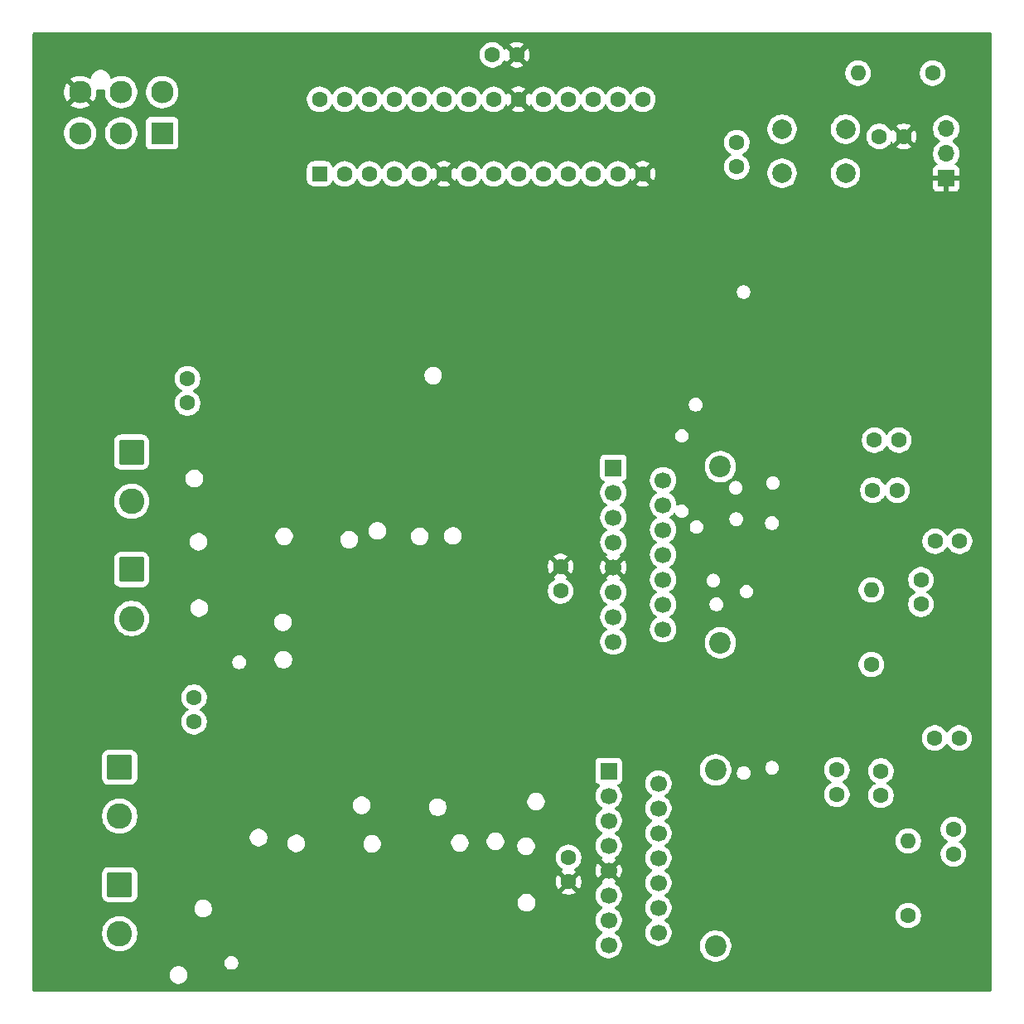
<source format=gbr>
%TF.GenerationSoftware,KiCad,Pcbnew,9.0.0*%
%TF.CreationDate,2025-03-14T18:44:20-06:00*%
%TF.ProjectId,MotorControllerBoardV2,4d6f746f-7243-46f6-9e74-726f6c6c6572,rev?*%
%TF.SameCoordinates,Original*%
%TF.FileFunction,Copper,L3,Inr*%
%TF.FilePolarity,Positive*%
%FSLAX46Y46*%
G04 Gerber Fmt 4.6, Leading zero omitted, Abs format (unit mm)*
G04 Created by KiCad (PCBNEW 9.0.0) date 2025-03-14 18:44:20*
%MOMM*%
%LPD*%
G01*
G04 APERTURE LIST*
G04 Aperture macros list*
%AMRoundRect*
0 Rectangle with rounded corners*
0 $1 Rounding radius*
0 $2 $3 $4 $5 $6 $7 $8 $9 X,Y pos of 4 corners*
0 Add a 4 corners polygon primitive as box body*
4,1,4,$2,$3,$4,$5,$6,$7,$8,$9,$2,$3,0*
0 Add four circle primitives for the rounded corners*
1,1,$1+$1,$2,$3*
1,1,$1+$1,$4,$5*
1,1,$1+$1,$6,$7*
1,1,$1+$1,$8,$9*
0 Add four rect primitives between the rounded corners*
20,1,$1+$1,$2,$3,$4,$5,0*
20,1,$1+$1,$4,$5,$6,$7,0*
20,1,$1+$1,$6,$7,$8,$9,0*
20,1,$1+$1,$8,$9,$2,$3,0*%
G04 Aperture macros list end*
%TA.AperFunction,ComponentPad*%
%ADD10C,1.600000*%
%TD*%
%TA.AperFunction,ComponentPad*%
%ADD11O,1.600000X1.600000*%
%TD*%
%TA.AperFunction,ComponentPad*%
%ADD12RoundRect,0.250000X-1.050000X1.050000X-1.050000X-1.050000X1.050000X-1.050000X1.050000X1.050000X0*%
%TD*%
%TA.AperFunction,ComponentPad*%
%ADD13C,2.600000*%
%TD*%
%TA.AperFunction,ComponentPad*%
%ADD14C,2.000000*%
%TD*%
%TA.AperFunction,ComponentPad*%
%ADD15R,2.300000X2.300000*%
%TD*%
%TA.AperFunction,ComponentPad*%
%ADD16C,2.300000*%
%TD*%
%TA.AperFunction,ComponentPad*%
%ADD17R,1.700000X1.700000*%
%TD*%
%TA.AperFunction,ComponentPad*%
%ADD18O,1.700000X1.700000*%
%TD*%
%TA.AperFunction,ComponentPad*%
%ADD19RoundRect,0.250000X0.550000X-0.550000X0.550000X0.550000X-0.550000X0.550000X-0.550000X-0.550000X0*%
%TD*%
%TA.AperFunction,ComponentPad*%
%ADD20R,1.695000X1.695000*%
%TD*%
%TA.AperFunction,ComponentPad*%
%ADD21C,1.695000*%
%TD*%
%TA.AperFunction,ComponentPad*%
%ADD22C,2.200000*%
%TD*%
G04 APERTURE END LIST*
D10*
%TO.N,Net-(C10-+)*%
%TO.C,C10*%
X195140000Y-124610000D03*
%TO.N,GND*%
X195140000Y-127110000D03*
%TD*%
%TO.N,7.2V Motor*%
%TO.C,C9*%
X195730000Y-115270000D03*
%TO.N,GND*%
X193230000Y-115270000D03*
%TD*%
%TO.N,5V Logic*%
%TO.C,C14*%
X155820000Y-129970000D03*
%TO.N,GND*%
X155820000Y-127470000D03*
%TD*%
%TO.N,GND*%
%TO.C,R2*%
X190540000Y-133420000D03*
D11*
%TO.N,Net-(R2--)*%
X190540000Y-125800000D03*
%TD*%
D10*
%TO.N,GND*%
%TO.C,C7*%
X173010000Y-54410000D03*
%TO.N,Net-(C7--)*%
X173010000Y-56910000D03*
%TD*%
%TO.N,Net-(R3-+)*%
%TO.C,R3*%
X193020000Y-47320000D03*
D11*
%TO.N,Net-(R3--)*%
X185400000Y-47320000D03*
%TD*%
D12*
%TO.N,Net-(U2-OUT1)*%
%TO.C,MLF1*%
X111162500Y-86060000D03*
D13*
%TO.N,Net-(U2-OUT2)*%
X111162500Y-91060000D03*
%TD*%
D12*
%TO.N,Net-(U5-OUT3)*%
%TO.C,MRB1*%
X109942500Y-130260000D03*
D13*
%TO.N,Net-(U5-OUT4)*%
X109942500Y-135260000D03*
%TD*%
D12*
%TO.N,Net-(U5-OUT1)*%
%TO.C,MRF1*%
X109942500Y-118260000D03*
D13*
%TO.N,Net-(U5-OUT2)*%
X109942500Y-123260000D03*
%TD*%
D12*
%TO.N,Net-(U2-OUT3)*%
%TO.C,MLB1*%
X111162500Y-98060000D03*
D13*
%TO.N,Net-(U2-OUT4)*%
X111162500Y-103060000D03*
%TD*%
D10*
%TO.N,Net-(C3-+)*%
%TO.C,C5*%
X186910000Y-89940000D03*
%TO.N,GND*%
X189410000Y-89940000D03*
%TD*%
%TO.N,7.2V Motor*%
%TO.C,C2*%
X193280000Y-95160000D03*
%TO.N,GND*%
X195780000Y-95160000D03*
%TD*%
%TO.N,Net-(C3-+)*%
%TO.C,C3*%
X187080000Y-84830000D03*
%TO.N,GND*%
X189580000Y-84830000D03*
%TD*%
%TO.N,Net-(C12-+)*%
%TO.C,C13*%
X183240000Y-121020000D03*
%TO.N,GND*%
X183240000Y-118520000D03*
%TD*%
%TO.N,5V Logic*%
%TO.C,C1*%
X155000000Y-97750000D03*
%TO.N,GND*%
X155000000Y-100250000D03*
%TD*%
%TO.N,5V Logic*%
%TO.C,C6*%
X150530000Y-45460000D03*
%TO.N,GND*%
X148030000Y-45460000D03*
%TD*%
%TO.N,7.2V Motor*%
%TO.C,C8*%
X116880000Y-81040000D03*
%TO.N,GND*%
X116880000Y-78540000D03*
%TD*%
%TO.N,Net-(C4-+)*%
%TO.C,C4*%
X191830000Y-99100000D03*
%TO.N,GND*%
X191830000Y-101600000D03*
%TD*%
%TO.N,7.2V Motor*%
%TO.C,C11*%
X117550000Y-113610000D03*
%TO.N,GND*%
X117550000Y-111110000D03*
%TD*%
%TO.N,Net-(C12-+)*%
%TO.C,C12*%
X187750000Y-118640000D03*
%TO.N,GND*%
X187750000Y-121140000D03*
%TD*%
%TO.N,5V Logic*%
%TO.C,C15*%
X190080000Y-53790000D03*
%TO.N,GND*%
X187580000Y-53790000D03*
%TD*%
D14*
%TO.N,GND*%
%TO.C,SW1*%
X177640000Y-53050000D03*
X184140000Y-53050000D03*
%TO.N,Net-(C7--)*%
X177640000Y-57550000D03*
X184140000Y-57550000D03*
%TD*%
D15*
%TO.N,SCL*%
%TO.C,J1*%
X114300000Y-53460000D03*
D16*
%TO.N,GND*%
X110100000Y-53460000D03*
%TO.N,7.2V Motor*%
X105900000Y-53460000D03*
%TO.N,SDA*%
X114300000Y-49260000D03*
%TO.N,unconnected-(J1-Pad5)*%
X110100000Y-49260000D03*
%TO.N,5V Logic*%
X105900000Y-49260000D03*
%TD*%
D10*
%TO.N,GND*%
%TO.C,R1*%
X186770000Y-107750000D03*
D11*
%TO.N,Net-(R1--)*%
X186770000Y-100130000D03*
%TD*%
D17*
%TO.N,5V Logic*%
%TO.C,UPDIHeader1*%
X194410000Y-58080000D03*
D18*
%TO.N,GND*%
X194410000Y-55540000D03*
%TO.N,Net-(R3-+)*%
X194410000Y-53000000D03*
%TD*%
D19*
%TO.N,unconnected-(U1-PA7-Pad1)*%
%TO.C,U1*%
X130380000Y-57620000D03*
D10*
%TO.N,unconnected-(U1-PC0-Pad2)*%
X132920000Y-57620000D03*
%TO.N,unconnected-(U1-PC1-Pad3)*%
X135460000Y-57620000D03*
%TO.N,LPWM*%
X138000000Y-57620000D03*
%TO.N,RPWM*%
X140540000Y-57620000D03*
%TO.N,5V Logic*%
X143080000Y-57620000D03*
%TO.N,LFWD*%
X145620000Y-57620000D03*
%TO.N,LBWD*%
X148160000Y-57620000D03*
%TO.N,RFWD*%
X150700000Y-57620000D03*
%TO.N,RBWD*%
X153240000Y-57620000D03*
%TO.N,unconnected-(U1-PD5-Pad11)*%
X155780000Y-57620000D03*
%TO.N,unconnected-(U1-PD6-Pad12)*%
X158320000Y-57620000D03*
%TO.N,unconnected-(U1-VREFA{slash}PD7-Pad13)*%
X160860000Y-57620000D03*
%TO.N,5V Logic*%
X163400000Y-57620000D03*
%TO.N,GND*%
X163400000Y-50000000D03*
%TO.N,unconnected-(U1-XTAL32K1{slash}PF0-Pad16)*%
X160860000Y-50000000D03*
%TO.N,unconnected-(U1-XTAL32K2{slash}PF1-Pad17)*%
X158320000Y-50000000D03*
%TO.N,Net-(C7--)*%
X155780000Y-50000000D03*
%TO.N,Net-(R3--)*%
X153240000Y-50000000D03*
%TO.N,5V Logic*%
X150700000Y-50000000D03*
%TO.N,GND*%
X148160000Y-50000000D03*
%TO.N,unconnected-(U1-XTALHF1{slash}PA0-Pad22)*%
X145620000Y-50000000D03*
%TO.N,unconnected-(U1-XTALHF2{slash}PA1-Pad23)*%
X143080000Y-50000000D03*
%TO.N,SDA*%
X140540000Y-50000000D03*
%TO.N,SCL*%
X138000000Y-50000000D03*
%TO.N,unconnected-(U1-PA4-Pad26)*%
X135460000Y-50000000D03*
%TO.N,unconnected-(U1-PA5-Pad27)*%
X132920000Y-50000000D03*
%TO.N,unconnected-(U1-PA6-Pad28)*%
X130380000Y-50000000D03*
%TD*%
D20*
%TO.N,GND*%
%TO.C,U5*%
X159920000Y-118650000D03*
D21*
%TO.N,Net-(U5-OUT1)*%
X165000000Y-119920000D03*
%TO.N,Net-(U5-OUT2)*%
X159920000Y-121190000D03*
%TO.N,Net-(C12-+)*%
X165000000Y-122460000D03*
%TO.N,RFWD*%
X159920000Y-123730000D03*
%TO.N,RPWM*%
X165000000Y-125000000D03*
%TO.N,RBWD*%
X159920000Y-126270000D03*
D22*
%TO.N,GND*%
X170850000Y-118540000D03*
D21*
X165000000Y-127540000D03*
D22*
X170850000Y-136540000D03*
D21*
%TO.N,5V Logic*%
X159920000Y-128810000D03*
%TO.N,RFWD*%
X165000000Y-130080000D03*
%TO.N,RPWM*%
X159920000Y-131350000D03*
%TO.N,RBWD*%
X165000000Y-132620000D03*
%TO.N,Net-(U5-OUT3)*%
X159920000Y-133890000D03*
%TO.N,Net-(U5-OUT4)*%
X165000000Y-135160000D03*
%TO.N,GND*%
X159920000Y-136430000D03*
%TD*%
D20*
%TO.N,GND*%
%TO.C,U2*%
X160400000Y-87650000D03*
D21*
%TO.N,Net-(U2-OUT1)*%
X165480000Y-88920000D03*
%TO.N,Net-(U2-OUT2)*%
X160400000Y-90190000D03*
%TO.N,Net-(C3-+)*%
X165480000Y-91460000D03*
%TO.N,LFWD*%
X160400000Y-92730000D03*
%TO.N,LPWM*%
X165480000Y-94000000D03*
%TO.N,LBWD*%
X160400000Y-95270000D03*
D22*
%TO.N,GND*%
X171330000Y-87540000D03*
D21*
X165480000Y-96540000D03*
D22*
X171330000Y-105540000D03*
D21*
%TO.N,5V Logic*%
X160400000Y-97810000D03*
%TO.N,LFWD*%
X165480000Y-99080000D03*
%TO.N,LPWM*%
X160400000Y-100350000D03*
%TO.N,LBWD*%
X165480000Y-101620000D03*
%TO.N,Net-(U2-OUT3)*%
X160400000Y-102890000D03*
%TO.N,Net-(U2-OUT4)*%
X165480000Y-104160000D03*
%TO.N,GND*%
X160400000Y-105430000D03*
%TD*%
%TA.AperFunction,Conductor*%
%TO.N,5V Logic*%
G36*
X198998039Y-43179685D02*
G01*
X199043794Y-43232489D01*
X199055000Y-43284000D01*
X199055000Y-141036000D01*
X199035315Y-141103039D01*
X198982511Y-141148794D01*
X198931000Y-141160000D01*
X101179000Y-141160000D01*
X101111961Y-141140315D01*
X101066206Y-141087511D01*
X101055000Y-141036000D01*
X101055000Y-139408741D01*
X115062063Y-139408741D01*
X115062063Y-139586132D01*
X115096666Y-139760095D01*
X115096669Y-139760104D01*
X115164546Y-139923977D01*
X115164553Y-139923990D01*
X115263098Y-140071471D01*
X115263101Y-140071475D01*
X115388524Y-140196898D01*
X115388528Y-140196901D01*
X115536009Y-140295446D01*
X115536022Y-140295453D01*
X115658926Y-140346360D01*
X115699897Y-140363331D01*
X115699899Y-140363331D01*
X115699904Y-140363333D01*
X115873867Y-140397936D01*
X115873870Y-140397937D01*
X115873872Y-140397937D01*
X116051256Y-140397937D01*
X116051257Y-140397936D01*
X116109245Y-140386401D01*
X116225221Y-140363333D01*
X116225224Y-140363331D01*
X116225229Y-140363331D01*
X116389110Y-140295450D01*
X116536598Y-140196901D01*
X116662027Y-140071472D01*
X116760576Y-139923984D01*
X116828457Y-139760103D01*
X116863063Y-139586128D01*
X116863063Y-139408746D01*
X116863063Y-139408743D01*
X116863062Y-139408741D01*
X116828459Y-139234778D01*
X116828456Y-139234769D01*
X116760579Y-139070896D01*
X116760572Y-139070883D01*
X116662027Y-138923402D01*
X116662024Y-138923398D01*
X116536601Y-138797975D01*
X116536597Y-138797972D01*
X116389116Y-138699427D01*
X116389103Y-138699420D01*
X116225230Y-138631543D01*
X116225221Y-138631540D01*
X116051257Y-138596937D01*
X116051254Y-138596937D01*
X115873872Y-138596937D01*
X115873869Y-138596937D01*
X115699904Y-138631540D01*
X115699895Y-138631543D01*
X115536022Y-138699420D01*
X115536009Y-138699427D01*
X115388528Y-138797972D01*
X115388524Y-138797975D01*
X115263101Y-138923398D01*
X115263098Y-138923402D01*
X115164553Y-139070883D01*
X115164546Y-139070896D01*
X115096669Y-139234769D01*
X115096666Y-139234778D01*
X115062063Y-139408741D01*
X101055000Y-139408741D01*
X101055000Y-138318995D01*
X120669499Y-138318995D01*
X120696418Y-138454322D01*
X120696421Y-138454332D01*
X120749221Y-138581804D01*
X120749228Y-138581817D01*
X120825885Y-138696541D01*
X120825888Y-138696545D01*
X120923452Y-138794109D01*
X120923458Y-138794114D01*
X121038182Y-138870771D01*
X121038195Y-138870778D01*
X121165242Y-138923402D01*
X121165672Y-138923580D01*
X121165676Y-138923580D01*
X121165677Y-138923581D01*
X121301004Y-138950500D01*
X121301007Y-138950500D01*
X121438995Y-138950500D01*
X121530041Y-138932389D01*
X121574328Y-138923580D01*
X121701811Y-138870775D01*
X121816542Y-138794114D01*
X121816544Y-138794111D01*
X121816548Y-138794109D01*
X121914111Y-138696545D01*
X121914114Y-138696542D01*
X121990775Y-138581811D01*
X122043580Y-138454328D01*
X122070500Y-138318993D01*
X122070500Y-138181007D01*
X122070500Y-138181004D01*
X122043581Y-138045677D01*
X122043580Y-138045676D01*
X122043580Y-138045672D01*
X122034288Y-138023239D01*
X121990778Y-137918195D01*
X121990771Y-137918182D01*
X121914114Y-137803458D01*
X121914111Y-137803454D01*
X121816545Y-137705888D01*
X121816541Y-137705885D01*
X121701817Y-137629228D01*
X121701804Y-137629221D01*
X121574332Y-137576421D01*
X121574322Y-137576418D01*
X121438995Y-137549500D01*
X121438993Y-137549500D01*
X121301007Y-137549500D01*
X121301005Y-137549500D01*
X121165677Y-137576418D01*
X121165667Y-137576421D01*
X121038195Y-137629221D01*
X121038182Y-137629228D01*
X120923458Y-137705885D01*
X120923454Y-137705888D01*
X120825888Y-137803454D01*
X120825885Y-137803458D01*
X120749228Y-137918182D01*
X120749221Y-137918195D01*
X120696421Y-138045667D01*
X120696418Y-138045677D01*
X120669500Y-138181004D01*
X120669500Y-138181007D01*
X120669500Y-138318993D01*
X120669500Y-138318995D01*
X120669499Y-138318995D01*
X101055000Y-138318995D01*
X101055000Y-135141995D01*
X108142000Y-135141995D01*
X108142000Y-135378004D01*
X108142001Y-135378020D01*
X108172806Y-135612010D01*
X108233894Y-135839993D01*
X108324214Y-136058045D01*
X108324219Y-136058056D01*
X108356714Y-136114338D01*
X108442227Y-136262450D01*
X108442229Y-136262453D01*
X108442230Y-136262454D01*
X108585906Y-136449697D01*
X108585912Y-136449704D01*
X108752795Y-136616587D01*
X108752801Y-136616592D01*
X108940050Y-136760273D01*
X109071418Y-136836118D01*
X109144443Y-136878280D01*
X109144448Y-136878282D01*
X109144451Y-136878284D01*
X109362507Y-136968606D01*
X109590486Y-137029693D01*
X109824489Y-137060500D01*
X109824496Y-137060500D01*
X110060504Y-137060500D01*
X110060511Y-137060500D01*
X110294514Y-137029693D01*
X110522493Y-136968606D01*
X110740549Y-136878284D01*
X110944950Y-136760273D01*
X111132199Y-136616592D01*
X111299092Y-136449699D01*
X111442773Y-136262450D01*
X111560784Y-136058049D01*
X111651106Y-135839993D01*
X111712193Y-135612014D01*
X111743000Y-135378011D01*
X111743000Y-135141989D01*
X111712193Y-134907986D01*
X111651106Y-134680007D01*
X111560784Y-134461951D01*
X111560782Y-134461948D01*
X111560780Y-134461943D01*
X111518618Y-134388918D01*
X111442773Y-134257550D01*
X111299092Y-134070301D01*
X111299087Y-134070295D01*
X111132204Y-133903412D01*
X111132197Y-133903406D01*
X110944954Y-133759730D01*
X110944953Y-133759729D01*
X110944950Y-133759727D01*
X110863457Y-133712677D01*
X110740556Y-133641719D01*
X110740545Y-133641714D01*
X110522493Y-133551394D01*
X110294510Y-133490306D01*
X110060520Y-133459501D01*
X110060517Y-133459500D01*
X110060511Y-133459500D01*
X109824489Y-133459500D01*
X109824483Y-133459500D01*
X109824479Y-133459501D01*
X109590489Y-133490306D01*
X109362506Y-133551394D01*
X109144454Y-133641714D01*
X109144443Y-133641719D01*
X108940045Y-133759730D01*
X108752802Y-133903406D01*
X108752795Y-133903412D01*
X108585912Y-134070295D01*
X108585906Y-134070302D01*
X108442230Y-134257545D01*
X108324219Y-134461943D01*
X108324214Y-134461954D01*
X108233894Y-134680006D01*
X108172806Y-134907989D01*
X108142001Y-135141979D01*
X108142000Y-135141995D01*
X101055000Y-135141995D01*
X101055000Y-132612293D01*
X117579500Y-132612293D01*
X117579500Y-132789684D01*
X117614103Y-132963647D01*
X117614106Y-132963656D01*
X117681983Y-133127529D01*
X117681990Y-133127542D01*
X117780535Y-133275023D01*
X117780538Y-133275027D01*
X117905961Y-133400450D01*
X117905965Y-133400453D01*
X118053446Y-133498998D01*
X118053459Y-133499005D01*
X118109825Y-133522352D01*
X118217334Y-133566883D01*
X118217336Y-133566883D01*
X118217341Y-133566885D01*
X118391304Y-133601488D01*
X118391307Y-133601489D01*
X118391309Y-133601489D01*
X118568693Y-133601489D01*
X118568694Y-133601488D01*
X118626682Y-133589953D01*
X118742658Y-133566885D01*
X118742661Y-133566883D01*
X118742666Y-133566883D01*
X118906547Y-133499002D01*
X119054035Y-133400453D01*
X119179464Y-133275024D01*
X119278013Y-133127536D01*
X119345894Y-132963655D01*
X119351463Y-132935661D01*
X119380499Y-132789684D01*
X119380500Y-132789682D01*
X119380500Y-132612295D01*
X119380499Y-132612293D01*
X119345896Y-132438330D01*
X119345893Y-132438321D01*
X119278016Y-132274448D01*
X119278009Y-132274435D01*
X119179464Y-132126954D01*
X119179461Y-132126950D01*
X119063815Y-132011304D01*
X150619500Y-132011304D01*
X150619500Y-132188695D01*
X150654103Y-132362658D01*
X150654106Y-132362667D01*
X150721983Y-132526540D01*
X150721990Y-132526553D01*
X150820535Y-132674034D01*
X150820538Y-132674038D01*
X150945961Y-132799461D01*
X150945965Y-132799464D01*
X151093446Y-132898009D01*
X151093459Y-132898016D01*
X151184337Y-132935658D01*
X151257334Y-132965894D01*
X151257336Y-132965894D01*
X151257341Y-132965896D01*
X151431304Y-133000499D01*
X151431307Y-133000500D01*
X151431309Y-133000500D01*
X151608693Y-133000500D01*
X151608694Y-133000499D01*
X151666682Y-132988964D01*
X151782658Y-132965896D01*
X151782661Y-132965894D01*
X151782666Y-132965894D01*
X151946547Y-132898013D01*
X152094035Y-132799464D01*
X152219464Y-132674035D01*
X152318013Y-132526547D01*
X152385894Y-132362666D01*
X152420500Y-132188691D01*
X152420500Y-132011309D01*
X152420500Y-132011306D01*
X152420499Y-132011304D01*
X152385896Y-131837341D01*
X152385893Y-131837332D01*
X152384966Y-131835095D01*
X152368923Y-131796363D01*
X152318016Y-131673459D01*
X152318009Y-131673446D01*
X152219464Y-131525965D01*
X152219461Y-131525961D01*
X152094038Y-131400538D01*
X152094034Y-131400535D01*
X151946553Y-131301990D01*
X151946540Y-131301983D01*
X151782667Y-131234106D01*
X151782658Y-131234103D01*
X151608694Y-131199500D01*
X151608691Y-131199500D01*
X151431309Y-131199500D01*
X151431306Y-131199500D01*
X151257341Y-131234103D01*
X151257332Y-131234106D01*
X151093459Y-131301983D01*
X151093446Y-131301990D01*
X150945965Y-131400535D01*
X150945961Y-131400538D01*
X150820538Y-131525961D01*
X150820535Y-131525965D01*
X150721990Y-131673446D01*
X150721983Y-131673459D01*
X150654106Y-131837332D01*
X150654103Y-131837341D01*
X150619500Y-132011304D01*
X119063815Y-132011304D01*
X119054038Y-132001527D01*
X119054034Y-132001524D01*
X118906553Y-131902979D01*
X118906540Y-131902972D01*
X118742667Y-131835095D01*
X118742658Y-131835092D01*
X118568694Y-131800489D01*
X118568691Y-131800489D01*
X118391309Y-131800489D01*
X118391306Y-131800489D01*
X118217341Y-131835092D01*
X118217332Y-131835095D01*
X118053459Y-131902972D01*
X118053446Y-131902979D01*
X117905965Y-132001524D01*
X117905961Y-132001527D01*
X117780538Y-132126950D01*
X117780535Y-132126954D01*
X117681990Y-132274435D01*
X117681983Y-132274448D01*
X117614106Y-132438321D01*
X117614103Y-132438330D01*
X117579500Y-132612293D01*
X101055000Y-132612293D01*
X101055000Y-129159983D01*
X108142000Y-129159983D01*
X108142000Y-131360001D01*
X108142001Y-131360018D01*
X108152500Y-131462796D01*
X108152501Y-131462799D01*
X108207685Y-131629331D01*
X108207687Y-131629336D01*
X108234894Y-131673446D01*
X108299788Y-131778656D01*
X108423844Y-131902712D01*
X108573166Y-131994814D01*
X108739703Y-132049999D01*
X108842491Y-132060500D01*
X111042508Y-132060499D01*
X111145297Y-132049999D01*
X111311834Y-131994814D01*
X111461156Y-131902712D01*
X111585212Y-131778656D01*
X111677314Y-131629334D01*
X111732499Y-131462797D01*
X111743000Y-131360009D01*
X111742999Y-129159992D01*
X111732499Y-129057203D01*
X111677314Y-128890666D01*
X111585212Y-128741344D01*
X111461156Y-128617288D01*
X111311834Y-128525186D01*
X111145297Y-128470001D01*
X111145295Y-128470000D01*
X111042510Y-128459500D01*
X108842498Y-128459500D01*
X108842481Y-128459501D01*
X108739703Y-128470000D01*
X108739700Y-128470001D01*
X108573168Y-128525185D01*
X108573163Y-128525187D01*
X108423842Y-128617289D01*
X108299789Y-128741342D01*
X108207687Y-128890663D01*
X108207685Y-128890668D01*
X108195618Y-128927085D01*
X108152501Y-129057203D01*
X108152501Y-129057204D01*
X108152500Y-129057204D01*
X108142000Y-129159983D01*
X101055000Y-129159983D01*
X101055000Y-127367648D01*
X154519500Y-127367648D01*
X154519500Y-127572351D01*
X154551522Y-127774534D01*
X154614781Y-127969223D01*
X154707715Y-128151613D01*
X154828028Y-128317213D01*
X154972786Y-128461971D01*
X155138385Y-128582284D01*
X155138387Y-128582285D01*
X155138390Y-128582287D01*
X155192378Y-128609795D01*
X155243174Y-128657769D01*
X155259969Y-128725590D01*
X155237432Y-128791725D01*
X155192378Y-128830765D01*
X155138644Y-128858143D01*
X155094077Y-128890523D01*
X155094077Y-128890524D01*
X155773554Y-129570000D01*
X155767339Y-129570000D01*
X155665606Y-129597259D01*
X155574394Y-129649920D01*
X155499920Y-129724394D01*
X155447259Y-129815606D01*
X155420000Y-129917339D01*
X155420000Y-129923553D01*
X154740524Y-129244077D01*
X154740523Y-129244077D01*
X154708143Y-129288644D01*
X154615244Y-129470968D01*
X154552009Y-129665582D01*
X154520000Y-129867682D01*
X154520000Y-130072317D01*
X154552009Y-130274417D01*
X154615244Y-130469031D01*
X154708141Y-130651350D01*
X154708147Y-130651359D01*
X154740523Y-130695921D01*
X154740524Y-130695922D01*
X155420000Y-130016446D01*
X155420000Y-130022661D01*
X155447259Y-130124394D01*
X155499920Y-130215606D01*
X155574394Y-130290080D01*
X155665606Y-130342741D01*
X155767339Y-130370000D01*
X155773553Y-130370000D01*
X155094076Y-131049474D01*
X155138650Y-131081859D01*
X155320968Y-131174755D01*
X155515582Y-131237990D01*
X155717683Y-131270000D01*
X155922317Y-131270000D01*
X156124417Y-131237990D01*
X156319031Y-131174755D01*
X156409708Y-131128553D01*
X156501349Y-131081859D01*
X156545921Y-131049474D01*
X155866447Y-130370000D01*
X155872661Y-130370000D01*
X155974394Y-130342741D01*
X156065606Y-130290080D01*
X156140080Y-130215606D01*
X156192741Y-130124394D01*
X156220000Y-130022661D01*
X156220000Y-130016447D01*
X156899474Y-130695921D01*
X156931859Y-130651349D01*
X157024755Y-130469031D01*
X157087990Y-130274417D01*
X157120000Y-130072317D01*
X157120000Y-129867682D01*
X157087990Y-129665582D01*
X157024755Y-129470968D01*
X156931859Y-129288650D01*
X156899474Y-129244077D01*
X156899474Y-129244076D01*
X156220000Y-129923551D01*
X156220000Y-129917339D01*
X156192741Y-129815606D01*
X156140080Y-129724394D01*
X156065606Y-129649920D01*
X155974394Y-129597259D01*
X155872661Y-129570000D01*
X155866446Y-129570000D01*
X156545922Y-128890524D01*
X156545921Y-128890523D01*
X156501359Y-128858147D01*
X156501350Y-128858141D01*
X156447621Y-128830765D01*
X156438466Y-128822119D01*
X156426800Y-128817384D01*
X156413548Y-128798585D01*
X156396825Y-128782791D01*
X156393798Y-128770567D01*
X156386544Y-128760277D01*
X156385559Y-128737297D01*
X156380030Y-128714970D01*
X156384091Y-128703052D01*
X156383552Y-128690472D01*
X156395147Y-128670606D01*
X156402567Y-128648835D01*
X156413269Y-128639560D01*
X156418775Y-128630130D01*
X156447620Y-128609796D01*
X156501610Y-128582287D01*
X156580202Y-128525187D01*
X156667213Y-128461971D01*
X156667215Y-128461968D01*
X156667219Y-128461966D01*
X156811966Y-128317219D01*
X156811968Y-128317215D01*
X156811971Y-128317213D01*
X156864732Y-128244590D01*
X156932287Y-128151610D01*
X157025220Y-127969219D01*
X157088477Y-127774534D01*
X157120500Y-127572352D01*
X157120500Y-127367648D01*
X157093297Y-127195896D01*
X157088477Y-127165465D01*
X157025218Y-126970776D01*
X156966682Y-126855894D01*
X156932287Y-126788390D01*
X156897493Y-126740500D01*
X156811971Y-126622786D01*
X156667213Y-126478028D01*
X156501613Y-126357715D01*
X156501612Y-126357714D01*
X156501610Y-126357713D01*
X156419534Y-126315893D01*
X156319223Y-126264781D01*
X156124534Y-126201522D01*
X155949995Y-126173878D01*
X155922352Y-126169500D01*
X155717648Y-126169500D01*
X155693329Y-126173351D01*
X155515465Y-126201522D01*
X155320776Y-126264781D01*
X155138386Y-126357715D01*
X154972786Y-126478028D01*
X154828028Y-126622786D01*
X154707715Y-126788386D01*
X154614781Y-126970776D01*
X154551522Y-127165465D01*
X154519500Y-127367648D01*
X101055000Y-127367648D01*
X101055000Y-125361304D01*
X123239500Y-125361304D01*
X123239500Y-125538695D01*
X123274103Y-125712658D01*
X123274106Y-125712667D01*
X123341983Y-125876540D01*
X123341990Y-125876553D01*
X123440535Y-126024034D01*
X123440538Y-126024038D01*
X123565961Y-126149461D01*
X123565965Y-126149464D01*
X123713446Y-126248009D01*
X123713459Y-126248016D01*
X123836363Y-126298923D01*
X123877334Y-126315894D01*
X123877336Y-126315894D01*
X123877341Y-126315896D01*
X124051304Y-126350499D01*
X124051307Y-126350500D01*
X124051309Y-126350500D01*
X124228693Y-126350500D01*
X124228694Y-126350499D01*
X124286682Y-126338964D01*
X124402658Y-126315896D01*
X124402661Y-126315894D01*
X124402666Y-126315894D01*
X124566547Y-126248013D01*
X124714035Y-126149464D01*
X124839464Y-126024035D01*
X124888062Y-125951304D01*
X127089500Y-125951304D01*
X127089500Y-126128695D01*
X127124103Y-126302658D01*
X127124106Y-126302667D01*
X127191983Y-126466540D01*
X127191990Y-126466553D01*
X127290535Y-126614034D01*
X127290538Y-126614038D01*
X127415961Y-126739461D01*
X127415965Y-126739464D01*
X127563446Y-126838009D01*
X127563459Y-126838016D01*
X127686363Y-126888923D01*
X127727334Y-126905894D01*
X127727336Y-126905894D01*
X127727341Y-126905896D01*
X127901304Y-126940499D01*
X127901307Y-126940500D01*
X127901309Y-126940500D01*
X128078693Y-126940500D01*
X128078694Y-126940499D01*
X128136682Y-126928964D01*
X128252658Y-126905896D01*
X128252661Y-126905894D01*
X128252666Y-126905894D01*
X128416547Y-126838013D01*
X128564035Y-126739464D01*
X128689464Y-126614035D01*
X128788013Y-126466547D01*
X128855894Y-126302666D01*
X128858263Y-126290760D01*
X128878964Y-126186682D01*
X128890500Y-126128691D01*
X128890500Y-126011304D01*
X134849500Y-126011304D01*
X134849500Y-126188695D01*
X134884103Y-126362658D01*
X134884106Y-126362667D01*
X134951983Y-126526540D01*
X134951990Y-126526553D01*
X135050535Y-126674034D01*
X135050538Y-126674038D01*
X135175961Y-126799461D01*
X135175965Y-126799464D01*
X135323446Y-126898009D01*
X135323459Y-126898016D01*
X135426024Y-126940499D01*
X135487334Y-126965894D01*
X135487336Y-126965894D01*
X135487341Y-126965896D01*
X135661304Y-127000499D01*
X135661307Y-127000500D01*
X135661309Y-127000500D01*
X135838693Y-127000500D01*
X135838694Y-127000499D01*
X135896682Y-126988964D01*
X136012658Y-126965896D01*
X136012661Y-126965894D01*
X136012666Y-126965894D01*
X136162001Y-126904038D01*
X136176540Y-126898016D01*
X136176540Y-126898015D01*
X136176547Y-126898013D01*
X136324035Y-126799464D01*
X136449464Y-126674035D01*
X136548013Y-126526547D01*
X136615894Y-126362666D01*
X136616880Y-126357713D01*
X136646760Y-126207491D01*
X136650500Y-126188691D01*
X136650500Y-126011309D01*
X136650500Y-126011306D01*
X136632220Y-125919409D01*
X136632220Y-125919408D01*
X136628619Y-125901304D01*
X143799500Y-125901304D01*
X143799500Y-126078695D01*
X143834103Y-126252658D01*
X143834106Y-126252667D01*
X143901983Y-126416540D01*
X143901990Y-126416553D01*
X144000535Y-126564034D01*
X144000538Y-126564038D01*
X144125961Y-126689461D01*
X144125965Y-126689464D01*
X144273446Y-126788009D01*
X144273459Y-126788016D01*
X144383243Y-126833489D01*
X144437334Y-126855894D01*
X144437336Y-126855894D01*
X144437341Y-126855896D01*
X144611304Y-126890499D01*
X144611307Y-126890500D01*
X144611309Y-126890500D01*
X144788693Y-126890500D01*
X144788694Y-126890499D01*
X144846682Y-126878964D01*
X144962658Y-126855896D01*
X144962661Y-126855894D01*
X144962666Y-126855894D01*
X145102535Y-126797958D01*
X145126540Y-126788016D01*
X145126540Y-126788015D01*
X145126547Y-126788013D01*
X145274035Y-126689464D01*
X145399464Y-126564035D01*
X145498013Y-126416547D01*
X145499054Y-126414035D01*
X145514771Y-126376089D01*
X145565894Y-126252666D01*
X145566576Y-126249240D01*
X145588964Y-126136682D01*
X145600500Y-126078691D01*
X145600500Y-125901309D01*
X145600500Y-125901306D01*
X145600499Y-125901304D01*
X145574264Y-125769408D01*
X145570662Y-125751304D01*
X147439500Y-125751304D01*
X147439500Y-125928695D01*
X147474103Y-126102658D01*
X147474106Y-126102667D01*
X147541983Y-126266540D01*
X147541990Y-126266553D01*
X147640535Y-126414034D01*
X147640538Y-126414038D01*
X147765961Y-126539461D01*
X147765965Y-126539464D01*
X147913446Y-126638009D01*
X147913459Y-126638016D01*
X148000426Y-126674038D01*
X148077334Y-126705894D01*
X148077336Y-126705894D01*
X148077341Y-126705896D01*
X148251304Y-126740499D01*
X148251307Y-126740500D01*
X148251309Y-126740500D01*
X148428693Y-126740500D01*
X148428694Y-126740499D01*
X148486682Y-126728964D01*
X148602658Y-126705896D01*
X148602661Y-126705894D01*
X148602666Y-126705894D01*
X148766547Y-126638013D01*
X148914035Y-126539464D01*
X149039464Y-126414035D01*
X149138013Y-126266547D01*
X149148469Y-126241304D01*
X150569500Y-126241304D01*
X150569500Y-126418695D01*
X150604103Y-126592658D01*
X150604106Y-126592667D01*
X150671983Y-126756540D01*
X150671990Y-126756553D01*
X150770535Y-126904034D01*
X150770538Y-126904038D01*
X150895961Y-127029461D01*
X150895965Y-127029464D01*
X151043446Y-127128009D01*
X151043459Y-127128016D01*
X151166363Y-127178923D01*
X151207334Y-127195894D01*
X151207336Y-127195894D01*
X151207341Y-127195896D01*
X151381304Y-127230499D01*
X151381307Y-127230500D01*
X151381309Y-127230500D01*
X151558693Y-127230500D01*
X151558694Y-127230499D01*
X151649932Y-127212351D01*
X151732658Y-127195896D01*
X151732661Y-127195894D01*
X151732666Y-127195894D01*
X151896547Y-127128013D01*
X152044035Y-127029464D01*
X152169464Y-126904035D01*
X152268013Y-126756547D01*
X152335894Y-126592666D01*
X152337288Y-126585661D01*
X152368571Y-126428390D01*
X152370500Y-126418691D01*
X152370500Y-126241309D01*
X152370500Y-126241306D01*
X152370499Y-126241304D01*
X152335896Y-126067341D01*
X152335893Y-126067332D01*
X152268016Y-125903459D01*
X152268009Y-125903446D01*
X152169464Y-125755965D01*
X152169461Y-125755961D01*
X152044038Y-125630538D01*
X152044034Y-125630535D01*
X151896553Y-125531990D01*
X151896540Y-125531983D01*
X151732667Y-125464106D01*
X151732658Y-125464103D01*
X151558694Y-125429500D01*
X151558691Y-125429500D01*
X151381309Y-125429500D01*
X151381306Y-125429500D01*
X151207341Y-125464103D01*
X151207332Y-125464106D01*
X151043459Y-125531983D01*
X151043446Y-125531990D01*
X150895965Y-125630535D01*
X150895961Y-125630538D01*
X150770538Y-125755961D01*
X150770535Y-125755965D01*
X150671990Y-125903446D01*
X150671983Y-125903459D01*
X150604106Y-126067332D01*
X150604103Y-126067341D01*
X150569500Y-126241304D01*
X149148469Y-126241304D01*
X149205894Y-126102666D01*
X149212923Y-126067332D01*
X149236001Y-125951309D01*
X149240500Y-125928691D01*
X149240500Y-125751309D01*
X149240500Y-125751306D01*
X149240499Y-125751304D01*
X149205896Y-125577341D01*
X149205893Y-125577332D01*
X149200160Y-125563492D01*
X149187109Y-125531983D01*
X149138016Y-125413459D01*
X149138009Y-125413446D01*
X149039464Y-125265965D01*
X149039461Y-125265961D01*
X148914038Y-125140538D01*
X148914034Y-125140535D01*
X148766553Y-125041990D01*
X148766540Y-125041983D01*
X148602667Y-124974106D01*
X148602658Y-124974103D01*
X148428694Y-124939500D01*
X148428691Y-124939500D01*
X148251309Y-124939500D01*
X148251306Y-124939500D01*
X148077341Y-124974103D01*
X148077332Y-124974106D01*
X147913459Y-125041983D01*
X147913446Y-125041990D01*
X147765965Y-125140535D01*
X147765961Y-125140538D01*
X147640538Y-125265961D01*
X147640535Y-125265965D01*
X147541990Y-125413446D01*
X147541983Y-125413459D01*
X147474106Y-125577332D01*
X147474103Y-125577341D01*
X147439500Y-125751304D01*
X145570662Y-125751304D01*
X145565895Y-125727340D01*
X145565894Y-125727334D01*
X145548923Y-125686363D01*
X145498016Y-125563459D01*
X145498009Y-125563446D01*
X145399464Y-125415965D01*
X145399461Y-125415961D01*
X145274038Y-125290538D01*
X145274034Y-125290535D01*
X145126553Y-125191990D01*
X145126540Y-125191983D01*
X144962667Y-125124106D01*
X144962658Y-125124103D01*
X144788694Y-125089500D01*
X144788691Y-125089500D01*
X144611309Y-125089500D01*
X144611306Y-125089500D01*
X144437341Y-125124103D01*
X144437332Y-125124106D01*
X144273459Y-125191983D01*
X144273446Y-125191990D01*
X144125965Y-125290535D01*
X144125961Y-125290538D01*
X144000538Y-125415961D01*
X144000535Y-125415965D01*
X143901990Y-125563446D01*
X143901983Y-125563459D01*
X143834106Y-125727332D01*
X143834103Y-125727341D01*
X143799500Y-125901304D01*
X136628619Y-125901304D01*
X136615896Y-125837341D01*
X136615893Y-125837332D01*
X136548016Y-125673459D01*
X136548009Y-125673446D01*
X136449464Y-125525965D01*
X136449461Y-125525961D01*
X136324038Y-125400538D01*
X136324034Y-125400535D01*
X136176553Y-125301990D01*
X136176540Y-125301983D01*
X136012667Y-125234106D01*
X136012658Y-125234103D01*
X135838694Y-125199500D01*
X135838691Y-125199500D01*
X135661309Y-125199500D01*
X135661306Y-125199500D01*
X135487341Y-125234103D01*
X135487332Y-125234106D01*
X135323459Y-125301983D01*
X135323446Y-125301990D01*
X135175965Y-125400535D01*
X135175961Y-125400538D01*
X135050538Y-125525961D01*
X135050535Y-125525965D01*
X134951990Y-125673446D01*
X134951983Y-125673459D01*
X134884106Y-125837332D01*
X134884103Y-125837341D01*
X134849500Y-126011304D01*
X128890500Y-126011304D01*
X128890500Y-125951309D01*
X128890500Y-125951306D01*
X128890499Y-125951304D01*
X128855896Y-125777341D01*
X128855893Y-125777332D01*
X128844371Y-125749516D01*
X128826557Y-125706507D01*
X128788016Y-125613459D01*
X128788009Y-125613446D01*
X128689464Y-125465965D01*
X128689461Y-125465961D01*
X128564038Y-125340538D01*
X128564034Y-125340535D01*
X128416553Y-125241990D01*
X128416540Y-125241983D01*
X128252667Y-125174106D01*
X128252658Y-125174103D01*
X128078694Y-125139500D01*
X128078691Y-125139500D01*
X127901309Y-125139500D01*
X127901306Y-125139500D01*
X127727341Y-125174103D01*
X127727332Y-125174106D01*
X127563459Y-125241983D01*
X127563446Y-125241990D01*
X127415965Y-125340535D01*
X127415961Y-125340538D01*
X127290538Y-125465961D01*
X127290535Y-125465965D01*
X127191990Y-125613446D01*
X127191983Y-125613459D01*
X127124106Y-125777332D01*
X127124103Y-125777341D01*
X127089500Y-125951304D01*
X124888062Y-125951304D01*
X124938013Y-125876547D01*
X125005894Y-125712666D01*
X125007120Y-125706506D01*
X125035573Y-125563459D01*
X125040500Y-125538691D01*
X125040500Y-125361309D01*
X125040500Y-125361306D01*
X125040499Y-125361304D01*
X125005896Y-125187341D01*
X125005893Y-125187332D01*
X125000413Y-125174103D01*
X124976798Y-125117090D01*
X124938016Y-125023459D01*
X124938009Y-125023446D01*
X124839464Y-124875965D01*
X124839461Y-124875961D01*
X124714038Y-124750538D01*
X124714034Y-124750535D01*
X124566553Y-124651990D01*
X124566540Y-124651983D01*
X124402667Y-124584106D01*
X124402658Y-124584103D01*
X124228694Y-124549500D01*
X124228691Y-124549500D01*
X124051309Y-124549500D01*
X124051306Y-124549500D01*
X123877341Y-124584103D01*
X123877332Y-124584106D01*
X123713459Y-124651983D01*
X123713446Y-124651990D01*
X123565965Y-124750535D01*
X123565961Y-124750538D01*
X123440538Y-124875961D01*
X123440535Y-124875965D01*
X123341990Y-125023446D01*
X123341983Y-125023459D01*
X123274106Y-125187332D01*
X123274103Y-125187341D01*
X123239500Y-125361304D01*
X101055000Y-125361304D01*
X101055000Y-123141995D01*
X108142000Y-123141995D01*
X108142000Y-123378004D01*
X108142001Y-123378020D01*
X108146782Y-123414338D01*
X108172807Y-123612014D01*
X108174420Y-123618034D01*
X108233894Y-123839993D01*
X108324214Y-124058045D01*
X108324219Y-124058056D01*
X108361042Y-124121834D01*
X108442227Y-124262450D01*
X108442229Y-124262453D01*
X108442230Y-124262454D01*
X108585906Y-124449697D01*
X108585912Y-124449704D01*
X108752795Y-124616587D01*
X108752802Y-124616593D01*
X108841089Y-124684338D01*
X108940050Y-124760273D01*
X109071418Y-124836118D01*
X109144443Y-124878280D01*
X109144448Y-124878282D01*
X109144451Y-124878284D01*
X109362507Y-124968606D01*
X109590486Y-125029693D01*
X109824489Y-125060500D01*
X109824496Y-125060500D01*
X110060504Y-125060500D01*
X110060511Y-125060500D01*
X110294514Y-125029693D01*
X110522493Y-124968606D01*
X110740549Y-124878284D01*
X110944950Y-124760273D01*
X111132199Y-124616592D01*
X111299092Y-124449699D01*
X111442773Y-124262450D01*
X111560784Y-124058049D01*
X111651106Y-123839993D01*
X111712193Y-123612014D01*
X111743000Y-123378011D01*
X111743000Y-123141989D01*
X111712193Y-122907986D01*
X111651106Y-122680007D01*
X111560784Y-122461951D01*
X111560782Y-122461948D01*
X111560780Y-122461943D01*
X111498480Y-122354038D01*
X111442773Y-122257550D01*
X111417964Y-122225218D01*
X111353114Y-122140703D01*
X111299862Y-122071304D01*
X133769500Y-122071304D01*
X133769500Y-122248695D01*
X133804103Y-122422658D01*
X133804106Y-122422667D01*
X133871983Y-122586540D01*
X133871990Y-122586553D01*
X133970535Y-122734034D01*
X133970538Y-122734038D01*
X134095961Y-122859461D01*
X134095965Y-122859464D01*
X134243446Y-122958009D01*
X134243459Y-122958016D01*
X134290383Y-122977452D01*
X134407334Y-123025894D01*
X134407336Y-123025894D01*
X134407341Y-123025896D01*
X134581304Y-123060499D01*
X134581307Y-123060500D01*
X134581309Y-123060500D01*
X134758693Y-123060500D01*
X134758694Y-123060499D01*
X134816682Y-123048964D01*
X134932658Y-123025896D01*
X134932661Y-123025894D01*
X134932666Y-123025894D01*
X135096547Y-122958013D01*
X135244035Y-122859464D01*
X135369464Y-122734035D01*
X135468013Y-122586547D01*
X135535894Y-122422666D01*
X135538717Y-122408477D01*
X135570179Y-122250304D01*
X141539500Y-122250304D01*
X141539500Y-122427695D01*
X141574103Y-122601658D01*
X141574106Y-122601667D01*
X141641983Y-122765540D01*
X141641990Y-122765553D01*
X141740535Y-122913034D01*
X141740538Y-122913038D01*
X141865961Y-123038461D01*
X141865965Y-123038464D01*
X142013446Y-123137009D01*
X142013459Y-123137016D01*
X142136363Y-123187923D01*
X142177334Y-123204894D01*
X142177336Y-123204894D01*
X142177341Y-123204896D01*
X142351304Y-123239499D01*
X142351307Y-123239500D01*
X142351309Y-123239500D01*
X142528693Y-123239500D01*
X142528694Y-123239499D01*
X142586682Y-123227964D01*
X142702658Y-123204896D01*
X142702661Y-123204894D01*
X142702666Y-123204894D01*
X142866547Y-123137013D01*
X143014035Y-123038464D01*
X143139464Y-122913035D01*
X143238013Y-122765547D01*
X143305894Y-122601666D01*
X143308901Y-122586553D01*
X143340499Y-122427695D01*
X143340500Y-122427693D01*
X143340500Y-122250306D01*
X143340499Y-122250304D01*
X143305896Y-122076341D01*
X143305893Y-122076332D01*
X143303812Y-122071309D01*
X143268979Y-121987213D01*
X143238016Y-121912459D01*
X143238009Y-121912446D01*
X143139463Y-121764963D01*
X143065804Y-121691304D01*
X151589500Y-121691304D01*
X151589500Y-121868695D01*
X151624103Y-122042658D01*
X151624106Y-122042667D01*
X151691983Y-122206540D01*
X151691990Y-122206553D01*
X151790535Y-122354034D01*
X151790538Y-122354038D01*
X151915961Y-122479461D01*
X151915965Y-122479464D01*
X152063446Y-122578009D01*
X152063459Y-122578016D01*
X152120559Y-122601667D01*
X152227334Y-122645894D01*
X152227336Y-122645894D01*
X152227341Y-122645896D01*
X152401304Y-122680499D01*
X152401307Y-122680500D01*
X152401309Y-122680500D01*
X152578693Y-122680500D01*
X152578694Y-122680499D01*
X152636682Y-122668964D01*
X152752658Y-122645896D01*
X152752661Y-122645894D01*
X152752666Y-122645894D01*
X152916547Y-122578013D01*
X153064035Y-122479464D01*
X153189464Y-122354035D01*
X153288013Y-122206547D01*
X153355894Y-122042666D01*
X153366925Y-121987213D01*
X153381795Y-121912453D01*
X153390500Y-121868691D01*
X153390500Y-121691309D01*
X153390500Y-121691306D01*
X153390499Y-121691304D01*
X153355896Y-121517341D01*
X153355893Y-121517332D01*
X153288016Y-121353459D01*
X153288009Y-121353446D01*
X153189464Y-121205965D01*
X153189461Y-121205961D01*
X153064038Y-121080538D01*
X153064034Y-121080535D01*
X152916553Y-120981990D01*
X152916540Y-120981983D01*
X152752667Y-120914106D01*
X152752658Y-120914103D01*
X152578694Y-120879500D01*
X152578691Y-120879500D01*
X152401309Y-120879500D01*
X152401306Y-120879500D01*
X152227341Y-120914103D01*
X152227332Y-120914106D01*
X152063459Y-120981983D01*
X152063446Y-120981990D01*
X151915965Y-121080535D01*
X151915961Y-121080538D01*
X151790538Y-121205961D01*
X151790535Y-121205965D01*
X151691990Y-121353446D01*
X151691983Y-121353459D01*
X151624106Y-121517332D01*
X151624103Y-121517341D01*
X151589500Y-121691304D01*
X143065804Y-121691304D01*
X143014038Y-121639538D01*
X143014034Y-121639535D01*
X142866553Y-121540990D01*
X142866540Y-121540983D01*
X142702667Y-121473106D01*
X142702658Y-121473103D01*
X142528694Y-121438500D01*
X142528691Y-121438500D01*
X142351309Y-121438500D01*
X142351306Y-121438500D01*
X142177341Y-121473103D01*
X142177332Y-121473106D01*
X142013459Y-121540983D01*
X142013446Y-121540990D01*
X141865965Y-121639535D01*
X141865961Y-121639538D01*
X141740538Y-121764961D01*
X141740535Y-121764965D01*
X141641990Y-121912446D01*
X141641983Y-121912459D01*
X141574106Y-122076332D01*
X141574103Y-122076341D01*
X141539500Y-122250304D01*
X135570179Y-122250304D01*
X135570499Y-122248695D01*
X135570500Y-122248693D01*
X135570500Y-122071306D01*
X135570499Y-122071304D01*
X135535896Y-121897341D01*
X135535893Y-121897332D01*
X135468016Y-121733459D01*
X135468009Y-121733446D01*
X135369464Y-121585965D01*
X135369461Y-121585961D01*
X135244038Y-121460538D01*
X135244034Y-121460535D01*
X135096553Y-121361990D01*
X135096540Y-121361983D01*
X134932667Y-121294106D01*
X134932658Y-121294103D01*
X134758694Y-121259500D01*
X134758691Y-121259500D01*
X134581309Y-121259500D01*
X134581306Y-121259500D01*
X134407341Y-121294103D01*
X134407332Y-121294106D01*
X134243459Y-121361983D01*
X134243446Y-121361990D01*
X134095965Y-121460535D01*
X134095961Y-121460538D01*
X133970538Y-121585961D01*
X133970535Y-121585965D01*
X133871990Y-121733446D01*
X133871983Y-121733459D01*
X133804106Y-121897332D01*
X133804103Y-121897341D01*
X133769500Y-122071304D01*
X111299862Y-122071304D01*
X111299093Y-122070302D01*
X111299087Y-122070295D01*
X111132204Y-121903412D01*
X111132197Y-121903406D01*
X110944954Y-121759730D01*
X110944953Y-121759729D01*
X110944950Y-121759727D01*
X110844294Y-121701613D01*
X110740556Y-121641719D01*
X110740545Y-121641714D01*
X110522493Y-121551394D01*
X110483639Y-121540983D01*
X110294514Y-121490307D01*
X110294513Y-121490306D01*
X110294510Y-121490306D01*
X110060520Y-121459501D01*
X110060517Y-121459500D01*
X110060511Y-121459500D01*
X109824489Y-121459500D01*
X109824483Y-121459500D01*
X109824479Y-121459501D01*
X109590489Y-121490306D01*
X109362506Y-121551394D01*
X109144454Y-121641714D01*
X109144443Y-121641719D01*
X108940045Y-121759730D01*
X108752802Y-121903406D01*
X108752795Y-121903412D01*
X108585912Y-122070295D01*
X108585906Y-122070302D01*
X108442230Y-122257545D01*
X108324219Y-122461943D01*
X108324214Y-122461954D01*
X108233894Y-122680006D01*
X108172806Y-122907989D01*
X108142001Y-123141979D01*
X108142000Y-123141995D01*
X101055000Y-123141995D01*
X101055000Y-117159983D01*
X108142000Y-117159983D01*
X108142000Y-119360001D01*
X108142001Y-119360018D01*
X108152500Y-119462796D01*
X108152501Y-119462799D01*
X108207685Y-119629331D01*
X108207687Y-119629336D01*
X108209507Y-119632286D01*
X108299788Y-119778656D01*
X108423844Y-119902712D01*
X108573166Y-119994814D01*
X108739703Y-120049999D01*
X108842491Y-120060500D01*
X111042508Y-120060499D01*
X111145297Y-120049999D01*
X111311834Y-119994814D01*
X111461156Y-119902712D01*
X111585212Y-119778656D01*
X111677314Y-119629334D01*
X111732499Y-119462797D01*
X111743000Y-119360009D01*
X111742999Y-117754635D01*
X158572000Y-117754635D01*
X158572000Y-119545370D01*
X158572001Y-119545376D01*
X158578408Y-119604983D01*
X158628702Y-119739828D01*
X158628706Y-119739835D01*
X158714952Y-119855044D01*
X158714955Y-119855047D01*
X158830164Y-119941293D01*
X158830173Y-119941298D01*
X158921042Y-119975189D01*
X158964157Y-119991270D01*
X159020091Y-120033140D01*
X159044509Y-120098605D01*
X159029658Y-120166878D01*
X159008507Y-120195133D01*
X158891802Y-120311838D01*
X158767090Y-120483489D01*
X158767088Y-120483492D01*
X158670760Y-120672547D01*
X158670758Y-120672550D01*
X158605193Y-120874338D01*
X158605193Y-120874341D01*
X158605193Y-120874343D01*
X158572000Y-121083910D01*
X158572000Y-121296090D01*
X158573742Y-121307087D01*
X158605193Y-121505658D01*
X158605193Y-121505661D01*
X158670758Y-121707449D01*
X158670760Y-121707452D01*
X158767087Y-121896506D01*
X158891803Y-122068163D01*
X159041837Y-122218197D01*
X159213494Y-122342913D01*
X159218018Y-122345218D01*
X159226453Y-122349516D01*
X159277248Y-122397491D01*
X159294043Y-122465312D01*
X159271505Y-122531447D01*
X159226453Y-122570484D01*
X159213497Y-122577085D01*
X159213489Y-122577090D01*
X159041834Y-122701805D01*
X158891805Y-122851834D01*
X158767090Y-123023489D01*
X158767088Y-123023492D01*
X158670760Y-123212547D01*
X158670758Y-123212550D01*
X158605193Y-123414338D01*
X158605193Y-123414341D01*
X158605193Y-123414343D01*
X158572000Y-123623910D01*
X158572000Y-123836090D01*
X158573742Y-123847087D01*
X158605193Y-124045658D01*
X158605193Y-124045661D01*
X158670758Y-124247449D01*
X158670760Y-124247452D01*
X158767087Y-124436506D01*
X158891803Y-124608163D01*
X159041837Y-124758197D01*
X159213494Y-124882913D01*
X159224117Y-124888326D01*
X159226453Y-124889516D01*
X159277248Y-124937491D01*
X159294043Y-125005312D01*
X159271505Y-125071447D01*
X159226453Y-125110484D01*
X159213497Y-125117085D01*
X159213489Y-125117090D01*
X159041834Y-125241805D01*
X158891805Y-125391834D01*
X158767090Y-125563489D01*
X158767088Y-125563492D01*
X158670760Y-125752547D01*
X158670758Y-125752550D01*
X158605193Y-125954338D01*
X158605193Y-125954341D01*
X158587295Y-126067341D01*
X158572000Y-126163910D01*
X158572000Y-126376090D01*
X158573742Y-126387087D01*
X158605193Y-126585658D01*
X158605193Y-126585661D01*
X158670758Y-126787449D01*
X158670760Y-126787452D01*
X158767087Y-126976506D01*
X158891803Y-127148163D01*
X159041837Y-127298197D01*
X159213494Y-127422913D01*
X159227003Y-127429796D01*
X159277798Y-127477769D01*
X159294593Y-127545590D01*
X159272056Y-127611725D01*
X159227004Y-127650764D01*
X159213758Y-127657513D01*
X159160071Y-127696518D01*
X159160071Y-127696519D01*
X159737517Y-128273965D01*
X159701918Y-128283504D01*
X159573082Y-128357888D01*
X159467888Y-128463082D01*
X159393504Y-128591918D01*
X159383965Y-128627517D01*
X158806519Y-128050071D01*
X158806518Y-128050071D01*
X158767513Y-128103757D01*
X158671222Y-128292738D01*
X158671221Y-128292741D01*
X158605680Y-128494455D01*
X158605680Y-128494458D01*
X158572500Y-128703949D01*
X158572500Y-128916050D01*
X158605680Y-129125541D01*
X158605680Y-129125544D01*
X158671221Y-129327258D01*
X158671223Y-129327261D01*
X158767514Y-129516244D01*
X158806518Y-129569927D01*
X158806518Y-129569928D01*
X159383964Y-128992481D01*
X159393504Y-129028082D01*
X159467888Y-129156918D01*
X159573082Y-129262112D01*
X159701918Y-129336496D01*
X159737517Y-129346034D01*
X159160070Y-129923480D01*
X159160071Y-129923481D01*
X159213750Y-129962481D01*
X159213767Y-129962491D01*
X159226998Y-129969233D01*
X159277795Y-130017206D01*
X159294592Y-130085027D01*
X159272056Y-130151162D01*
X159227008Y-130190200D01*
X159213500Y-130197083D01*
X159213489Y-130197090D01*
X159041834Y-130321805D01*
X158891805Y-130471834D01*
X158767090Y-130643489D01*
X158767088Y-130643492D01*
X158670760Y-130832547D01*
X158670758Y-130832550D01*
X158605193Y-131034338D01*
X158605193Y-131034341D01*
X158605193Y-131034343D01*
X158572000Y-131243910D01*
X158572000Y-131456090D01*
X158573742Y-131467087D01*
X158605193Y-131665658D01*
X158605193Y-131665661D01*
X158670758Y-131867449D01*
X158670760Y-131867452D01*
X158767087Y-132056506D01*
X158891803Y-132228163D01*
X159041837Y-132378197D01*
X159213494Y-132502913D01*
X159224117Y-132508326D01*
X159226453Y-132509516D01*
X159277248Y-132557491D01*
X159294043Y-132625312D01*
X159271505Y-132691447D01*
X159226453Y-132730484D01*
X159213497Y-132737085D01*
X159213489Y-132737090D01*
X159041834Y-132861805D01*
X158891805Y-133011834D01*
X158767090Y-133183489D01*
X158767088Y-133183492D01*
X158670760Y-133372547D01*
X158670758Y-133372550D01*
X158605193Y-133574338D01*
X158605193Y-133574341D01*
X158600893Y-133601489D01*
X158572000Y-133783910D01*
X158572000Y-133996090D01*
X158573742Y-134007087D01*
X158605193Y-134205658D01*
X158605193Y-134205661D01*
X158670758Y-134407449D01*
X158670760Y-134407452D01*
X158767087Y-134596506D01*
X158891803Y-134768163D01*
X159041837Y-134918197D01*
X159213494Y-135042913D01*
X159224117Y-135048326D01*
X159226453Y-135049516D01*
X159277248Y-135097491D01*
X159294043Y-135165312D01*
X159271505Y-135231447D01*
X159226453Y-135270484D01*
X159213497Y-135277085D01*
X159213489Y-135277090D01*
X159041834Y-135401805D01*
X158891805Y-135551834D01*
X158767090Y-135723489D01*
X158767088Y-135723492D01*
X158670760Y-135912547D01*
X158670758Y-135912550D01*
X158605193Y-136114338D01*
X158605193Y-136114341D01*
X158572000Y-136323910D01*
X158572000Y-136536089D01*
X158605193Y-136745658D01*
X158605193Y-136745661D01*
X158670758Y-136947449D01*
X158670760Y-136947452D01*
X158767087Y-137136506D01*
X158891803Y-137308163D01*
X159041837Y-137458197D01*
X159213494Y-137582913D01*
X159402548Y-137679240D01*
X159402550Y-137679241D01*
X159484556Y-137705886D01*
X159604343Y-137744807D01*
X159813910Y-137778000D01*
X159813911Y-137778000D01*
X160026089Y-137778000D01*
X160026090Y-137778000D01*
X160235657Y-137744807D01*
X160235660Y-137744806D01*
X160235661Y-137744806D01*
X160437449Y-137679241D01*
X160437449Y-137679240D01*
X160437452Y-137679240D01*
X160626506Y-137582913D01*
X160798163Y-137458197D01*
X160948197Y-137308163D01*
X161072913Y-137136506D01*
X161169240Y-136947452D01*
X161230058Y-136760273D01*
X161234806Y-136745661D01*
X161234806Y-136745660D01*
X161234807Y-136745657D01*
X161268000Y-136536090D01*
X161268000Y-136323910D01*
X161234807Y-136114343D01*
X161234806Y-136114339D01*
X161234806Y-136114338D01*
X161169241Y-135912550D01*
X161169239Y-135912547D01*
X161072913Y-135723494D01*
X160948197Y-135551837D01*
X160798163Y-135401803D01*
X160626506Y-135277087D01*
X160613547Y-135270484D01*
X160562752Y-135222512D01*
X160545956Y-135154691D01*
X160568492Y-135088556D01*
X160613546Y-135049516D01*
X160626506Y-135042913D01*
X160798163Y-134918197D01*
X160948197Y-134768163D01*
X161072913Y-134596506D01*
X161169240Y-134407452D01*
X161210056Y-134281834D01*
X161234806Y-134205661D01*
X161234806Y-134205660D01*
X161234807Y-134205657D01*
X161268000Y-133996090D01*
X161268000Y-133783910D01*
X161234807Y-133574343D01*
X161234806Y-133574339D01*
X161234806Y-133574338D01*
X161169241Y-133372550D01*
X161169239Y-133372547D01*
X161072913Y-133183494D01*
X160948197Y-133011837D01*
X160798163Y-132861803D01*
X160626506Y-132737087D01*
X160613547Y-132730484D01*
X160562752Y-132682512D01*
X160545956Y-132614691D01*
X160568492Y-132548556D01*
X160613546Y-132509516D01*
X160626506Y-132502913D01*
X160798163Y-132378197D01*
X160948197Y-132228163D01*
X161072913Y-132056506D01*
X161169240Y-131867452D01*
X161198091Y-131778657D01*
X161234806Y-131665661D01*
X161234806Y-131665660D01*
X161234807Y-131665657D01*
X161268000Y-131456090D01*
X161268000Y-131243910D01*
X161234807Y-131034343D01*
X161234806Y-131034339D01*
X161234806Y-131034338D01*
X161169241Y-130832550D01*
X161169239Y-130832547D01*
X161072913Y-130643494D01*
X160948197Y-130471837D01*
X160798163Y-130321803D01*
X160626506Y-130197087D01*
X160612994Y-130190202D01*
X160562200Y-130142227D01*
X160545406Y-130074406D01*
X160567945Y-130008271D01*
X160613005Y-129969230D01*
X160626245Y-129962484D01*
X160679927Y-129923481D01*
X160679927Y-129923480D01*
X160102482Y-129346035D01*
X160138082Y-129336496D01*
X160266918Y-129262112D01*
X160372112Y-129156918D01*
X160446496Y-129028082D01*
X160456035Y-128992482D01*
X161033480Y-129569927D01*
X161033481Y-129569927D01*
X161072485Y-129516244D01*
X161168776Y-129327261D01*
X161168778Y-129327258D01*
X161234319Y-129125544D01*
X161234319Y-129125541D01*
X161267500Y-128916050D01*
X161267500Y-128703949D01*
X161234319Y-128494458D01*
X161234319Y-128494455D01*
X161168778Y-128292741D01*
X161168776Y-128292738D01*
X161072489Y-128103763D01*
X161072481Y-128103750D01*
X161033481Y-128050071D01*
X161033480Y-128050070D01*
X160456034Y-128627516D01*
X160446496Y-128591918D01*
X160372112Y-128463082D01*
X160266918Y-128357888D01*
X160138082Y-128283504D01*
X160102480Y-128273964D01*
X160679928Y-127696518D01*
X160626243Y-127657514D01*
X160612995Y-127650763D01*
X160562200Y-127602787D01*
X160545406Y-127534966D01*
X160567945Y-127468831D01*
X160612999Y-127429794D01*
X160626506Y-127422913D01*
X160798163Y-127298197D01*
X160948197Y-127148163D01*
X161072913Y-126976506D01*
X161169240Y-126787452D01*
X161201079Y-126689461D01*
X161234806Y-126585661D01*
X161234806Y-126585660D01*
X161234807Y-126585657D01*
X161268000Y-126376090D01*
X161268000Y-126163910D01*
X161234807Y-125954343D01*
X161234806Y-125954339D01*
X161234806Y-125954338D01*
X161169241Y-125752550D01*
X161169239Y-125752547D01*
X161072913Y-125563494D01*
X160948197Y-125391837D01*
X160798163Y-125241803D01*
X160626506Y-125117087D01*
X160613547Y-125110484D01*
X160562752Y-125062512D01*
X160545956Y-124994691D01*
X160568492Y-124928556D01*
X160613546Y-124889516D01*
X160626506Y-124882913D01*
X160798163Y-124758197D01*
X160948197Y-124608163D01*
X161072913Y-124436506D01*
X161169240Y-124247452D01*
X161213649Y-124110776D01*
X161234806Y-124045661D01*
X161234806Y-124045660D01*
X161234807Y-124045657D01*
X161268000Y-123836090D01*
X161268000Y-123623910D01*
X161234807Y-123414343D01*
X161234806Y-123414339D01*
X161234806Y-123414338D01*
X161169241Y-123212550D01*
X161169239Y-123212547D01*
X161165340Y-123204894D01*
X161072913Y-123023494D01*
X160948197Y-122851837D01*
X160798163Y-122701803D01*
X160626506Y-122577087D01*
X160613547Y-122570484D01*
X160562752Y-122522512D01*
X160545956Y-122454691D01*
X160568492Y-122388556D01*
X160613546Y-122349516D01*
X160626506Y-122342913D01*
X160798163Y-122218197D01*
X160948197Y-122068163D01*
X161072913Y-121896506D01*
X161169240Y-121707452D01*
X161191410Y-121639219D01*
X161234806Y-121505661D01*
X161234806Y-121505660D01*
X161234807Y-121505657D01*
X161268000Y-121296090D01*
X161268000Y-121083910D01*
X161234807Y-120874343D01*
X161234806Y-120874339D01*
X161234806Y-120874338D01*
X161169241Y-120672550D01*
X161169239Y-120672547D01*
X161072913Y-120483494D01*
X160948197Y-120311837D01*
X160831493Y-120195133D01*
X160798008Y-120133810D01*
X160802992Y-120064118D01*
X160844864Y-120008185D01*
X160875838Y-119991271D01*
X161009831Y-119941296D01*
X161125046Y-119855046D01*
X161155840Y-119813910D01*
X163652000Y-119813910D01*
X163652000Y-120026090D01*
X163652307Y-120028028D01*
X163685193Y-120235658D01*
X163685193Y-120235661D01*
X163750758Y-120437449D01*
X163750760Y-120437452D01*
X163847087Y-120626506D01*
X163971803Y-120798163D01*
X164121837Y-120948197D01*
X164293494Y-121072913D01*
X164304117Y-121078326D01*
X164306453Y-121079516D01*
X164357248Y-121127491D01*
X164374043Y-121195312D01*
X164351505Y-121261447D01*
X164306453Y-121300484D01*
X164293497Y-121307085D01*
X164293489Y-121307090D01*
X164121834Y-121431805D01*
X163971805Y-121581834D01*
X163847090Y-121753489D01*
X163847088Y-121753492D01*
X163750760Y-121942547D01*
X163750758Y-121942550D01*
X163685193Y-122144338D01*
X163685193Y-122144341D01*
X163673496Y-122218194D01*
X163652000Y-122353910D01*
X163652000Y-122566090D01*
X163653889Y-122578016D01*
X163685193Y-122775658D01*
X163685193Y-122775661D01*
X163750758Y-122977449D01*
X163750760Y-122977452D01*
X163847087Y-123166506D01*
X163971803Y-123338163D01*
X164121837Y-123488197D01*
X164293494Y-123612913D01*
X164303533Y-123618028D01*
X164306453Y-123619516D01*
X164357248Y-123667491D01*
X164374043Y-123735312D01*
X164351505Y-123801447D01*
X164306453Y-123840484D01*
X164293497Y-123847085D01*
X164293489Y-123847090D01*
X164121834Y-123971805D01*
X163971805Y-124121834D01*
X163847090Y-124293489D01*
X163847088Y-124293492D01*
X163750760Y-124482547D01*
X163750758Y-124482550D01*
X163685193Y-124684338D01*
X163685193Y-124684341D01*
X163665603Y-124808028D01*
X163652000Y-124893910D01*
X163652000Y-125106090D01*
X163662773Y-125174106D01*
X163685193Y-125315658D01*
X163685193Y-125315661D01*
X163750758Y-125517449D01*
X163750760Y-125517452D01*
X163847087Y-125706506D01*
X163971803Y-125878163D01*
X164121837Y-126028197D01*
X164293494Y-126152913D01*
X164304117Y-126158326D01*
X164306453Y-126159516D01*
X164357248Y-126207491D01*
X164374043Y-126275312D01*
X164351505Y-126341447D01*
X164306453Y-126380484D01*
X164293497Y-126387085D01*
X164293489Y-126387090D01*
X164121834Y-126511805D01*
X163971805Y-126661834D01*
X163847090Y-126833489D01*
X163847088Y-126833492D01*
X163750760Y-127022547D01*
X163750758Y-127022550D01*
X163685193Y-127224338D01*
X163685193Y-127224341D01*
X163673496Y-127298194D01*
X163652000Y-127433910D01*
X163652000Y-127646090D01*
X163659987Y-127696518D01*
X163685193Y-127855658D01*
X163685193Y-127855661D01*
X163750758Y-128057449D01*
X163750760Y-128057452D01*
X163847087Y-128246506D01*
X163971803Y-128418163D01*
X164121837Y-128568197D01*
X164293494Y-128692913D01*
X164304117Y-128698326D01*
X164306453Y-128699516D01*
X164357248Y-128747491D01*
X164374043Y-128815312D01*
X164351505Y-128881447D01*
X164306453Y-128920484D01*
X164293497Y-128927085D01*
X164293489Y-128927090D01*
X164121834Y-129051805D01*
X163971805Y-129201834D01*
X163847090Y-129373489D01*
X163847088Y-129373492D01*
X163750760Y-129562547D01*
X163750758Y-129562550D01*
X163685193Y-129764338D01*
X163685193Y-129764341D01*
X163659987Y-129923481D01*
X163652000Y-129973910D01*
X163652000Y-130186090D01*
X163653741Y-130197083D01*
X163685193Y-130395658D01*
X163685193Y-130395661D01*
X163750758Y-130597449D01*
X163750760Y-130597452D01*
X163847087Y-130786506D01*
X163971803Y-130958163D01*
X164121837Y-131108197D01*
X164293494Y-131232913D01*
X164303458Y-131237990D01*
X164306453Y-131239516D01*
X164357248Y-131287491D01*
X164374043Y-131355312D01*
X164351505Y-131421447D01*
X164306453Y-131460484D01*
X164293497Y-131467085D01*
X164293489Y-131467090D01*
X164121834Y-131591805D01*
X163971805Y-131741834D01*
X163847090Y-131913489D01*
X163847088Y-131913492D01*
X163750760Y-132102547D01*
X163750758Y-132102550D01*
X163685193Y-132304338D01*
X163685193Y-132304341D01*
X163675955Y-132362666D01*
X163652000Y-132513910D01*
X163652000Y-132726090D01*
X163653742Y-132737087D01*
X163685193Y-132935658D01*
X163685193Y-132935661D01*
X163750758Y-133137449D01*
X163750760Y-133137452D01*
X163847087Y-133326506D01*
X163971803Y-133498163D01*
X164121837Y-133648197D01*
X164293494Y-133772913D01*
X164304117Y-133778326D01*
X164306453Y-133779516D01*
X164357248Y-133827491D01*
X164374043Y-133895312D01*
X164351505Y-133961447D01*
X164306453Y-134000484D01*
X164293497Y-134007085D01*
X164293489Y-134007090D01*
X164121834Y-134131805D01*
X163971805Y-134281834D01*
X163847090Y-134453489D01*
X163847088Y-134453492D01*
X163750760Y-134642547D01*
X163750758Y-134642550D01*
X163685193Y-134844338D01*
X163685193Y-134844341D01*
X163675112Y-134907989D01*
X163652000Y-135053910D01*
X163652000Y-135266090D01*
X163653742Y-135277087D01*
X163685193Y-135475658D01*
X163685193Y-135475661D01*
X163750758Y-135677449D01*
X163750760Y-135677452D01*
X163847087Y-135866506D01*
X163971803Y-136038163D01*
X164121837Y-136188197D01*
X164293494Y-136312913D01*
X164482548Y-136409240D01*
X164482550Y-136409241D01*
X164670771Y-136470397D01*
X164684343Y-136474807D01*
X164893910Y-136508000D01*
X164893911Y-136508000D01*
X165106089Y-136508000D01*
X165106090Y-136508000D01*
X165315657Y-136474807D01*
X165315660Y-136474806D01*
X165315661Y-136474806D01*
X165502685Y-136414038D01*
X169249500Y-136414038D01*
X169249500Y-136665961D01*
X169288910Y-136914785D01*
X169366760Y-137154383D01*
X169481132Y-137378848D01*
X169629201Y-137582649D01*
X169629205Y-137582654D01*
X169807345Y-137760794D01*
X169807350Y-137760798D01*
X169866067Y-137803458D01*
X170011155Y-137908870D01*
X170154184Y-137981747D01*
X170235616Y-138023239D01*
X170235618Y-138023239D01*
X170235621Y-138023241D01*
X170475215Y-138101090D01*
X170724038Y-138140500D01*
X170724039Y-138140500D01*
X170975961Y-138140500D01*
X170975962Y-138140500D01*
X171224785Y-138101090D01*
X171464379Y-138023241D01*
X171688845Y-137908870D01*
X171892656Y-137760793D01*
X172070793Y-137582656D01*
X172218870Y-137378845D01*
X172333241Y-137154379D01*
X172411090Y-136914785D01*
X172450500Y-136665962D01*
X172450500Y-136414038D01*
X172411090Y-136165215D01*
X172333241Y-135925621D01*
X172333239Y-135925618D01*
X172333239Y-135925616D01*
X172289611Y-135839993D01*
X172218870Y-135701155D01*
X172199952Y-135675117D01*
X172070798Y-135497350D01*
X172070794Y-135497345D01*
X171892654Y-135319205D01*
X171892649Y-135319201D01*
X171688848Y-135171132D01*
X171688847Y-135171131D01*
X171688845Y-135171130D01*
X171618747Y-135135413D01*
X171464383Y-135056760D01*
X171224785Y-134978910D01*
X170975962Y-134939500D01*
X170724038Y-134939500D01*
X170599626Y-134959205D01*
X170475214Y-134978910D01*
X170235616Y-135056760D01*
X170011151Y-135171132D01*
X169807350Y-135319201D01*
X169807345Y-135319205D01*
X169629205Y-135497345D01*
X169629201Y-135497350D01*
X169481132Y-135701151D01*
X169366760Y-135925616D01*
X169288910Y-136165214D01*
X169249500Y-136414038D01*
X165502685Y-136414038D01*
X165517449Y-136409241D01*
X165517449Y-136409240D01*
X165517452Y-136409240D01*
X165706506Y-136312913D01*
X165878163Y-136188197D01*
X166028197Y-136038163D01*
X166152913Y-135866506D01*
X166249240Y-135677452D01*
X166307760Y-135497345D01*
X166314806Y-135475661D01*
X166314806Y-135475660D01*
X166314807Y-135475657D01*
X166348000Y-135266090D01*
X166348000Y-135053910D01*
X166314807Y-134844343D01*
X166314806Y-134844339D01*
X166314806Y-134844338D01*
X166249241Y-134642550D01*
X166249239Y-134642547D01*
X166152913Y-134453494D01*
X166028197Y-134281837D01*
X165878163Y-134131803D01*
X165706506Y-134007087D01*
X165693547Y-134000484D01*
X165642752Y-133952512D01*
X165625956Y-133884691D01*
X165648492Y-133818556D01*
X165693546Y-133779516D01*
X165706506Y-133772913D01*
X165878163Y-133648197D01*
X166028197Y-133498163D01*
X166152913Y-133326506D01*
X166157426Y-133317648D01*
X189239500Y-133317648D01*
X189239500Y-133522351D01*
X189271522Y-133724534D01*
X189334781Y-133919223D01*
X189427715Y-134101613D01*
X189548028Y-134267213D01*
X189692786Y-134411971D01*
X189847749Y-134524556D01*
X189858390Y-134532287D01*
X189974607Y-134591503D01*
X190040776Y-134625218D01*
X190040778Y-134625218D01*
X190040781Y-134625220D01*
X190145137Y-134659127D01*
X190235465Y-134688477D01*
X190336557Y-134704488D01*
X190437648Y-134720500D01*
X190437649Y-134720500D01*
X190642351Y-134720500D01*
X190642352Y-134720500D01*
X190844534Y-134688477D01*
X191039219Y-134625220D01*
X191221610Y-134532287D01*
X191330067Y-134453489D01*
X191387213Y-134411971D01*
X191387215Y-134411968D01*
X191387219Y-134411966D01*
X191531966Y-134267219D01*
X191531968Y-134267215D01*
X191531971Y-134267213D01*
X191630349Y-134131805D01*
X191652287Y-134101610D01*
X191745220Y-133919219D01*
X191808477Y-133724534D01*
X191840500Y-133522352D01*
X191840500Y-133317648D01*
X191819252Y-133183494D01*
X191808477Y-133115465D01*
X191759151Y-132963656D01*
X191745220Y-132920781D01*
X191745218Y-132920778D01*
X191745218Y-132920776D01*
X191711503Y-132854607D01*
X191652287Y-132738390D01*
X191643350Y-132726089D01*
X191531971Y-132572786D01*
X191387213Y-132428028D01*
X191221613Y-132307715D01*
X191221612Y-132307714D01*
X191221610Y-132307713D01*
X191156298Y-132274435D01*
X191039223Y-132214781D01*
X190844534Y-132151522D01*
X190669995Y-132123878D01*
X190642352Y-132119500D01*
X190437648Y-132119500D01*
X190413329Y-132123351D01*
X190235465Y-132151522D01*
X190040776Y-132214781D01*
X189858386Y-132307715D01*
X189692786Y-132428028D01*
X189548028Y-132572786D01*
X189427715Y-132738386D01*
X189334781Y-132920776D01*
X189271522Y-133115465D01*
X189239500Y-133317648D01*
X166157426Y-133317648D01*
X166249240Y-133137452D01*
X166304982Y-132965896D01*
X166314806Y-132935661D01*
X166314806Y-132935660D01*
X166314807Y-132935657D01*
X166348000Y-132726090D01*
X166348000Y-132513910D01*
X166314807Y-132304343D01*
X166314806Y-132304339D01*
X166314806Y-132304338D01*
X166249241Y-132102550D01*
X166249239Y-132102547D01*
X166152913Y-131913494D01*
X166028197Y-131741837D01*
X165878163Y-131591803D01*
X165706506Y-131467087D01*
X165693547Y-131460484D01*
X165642752Y-131412512D01*
X165625956Y-131344691D01*
X165648492Y-131278556D01*
X165693546Y-131239516D01*
X165706506Y-131232913D01*
X165878163Y-131108197D01*
X166028197Y-130958163D01*
X166152913Y-130786506D01*
X166249240Y-130597452D01*
X166290056Y-130471834D01*
X166314806Y-130395661D01*
X166314806Y-130395660D01*
X166314807Y-130395657D01*
X166348000Y-130186090D01*
X166348000Y-129973910D01*
X166314807Y-129764343D01*
X166314806Y-129764339D01*
X166314806Y-129764338D01*
X166249241Y-129562550D01*
X166249239Y-129562547D01*
X166225647Y-129516244D01*
X166152913Y-129373494D01*
X166028197Y-129201837D01*
X165878163Y-129051803D01*
X165706506Y-128927087D01*
X165693547Y-128920484D01*
X165642752Y-128872512D01*
X165625956Y-128804691D01*
X165648492Y-128738556D01*
X165693546Y-128699516D01*
X165706506Y-128692913D01*
X165878163Y-128568197D01*
X166028197Y-128418163D01*
X166152913Y-128246506D01*
X166249240Y-128057452D01*
X166314807Y-127855657D01*
X166348000Y-127646090D01*
X166348000Y-127433910D01*
X166314807Y-127224343D01*
X166314806Y-127224339D01*
X166314806Y-127224338D01*
X166249241Y-127022550D01*
X166249239Y-127022547D01*
X166241648Y-127007648D01*
X166152913Y-126833494D01*
X166028197Y-126661837D01*
X165878163Y-126511803D01*
X165706506Y-126387087D01*
X165693547Y-126380484D01*
X165642752Y-126332512D01*
X165625956Y-126264691D01*
X165648492Y-126198556D01*
X165693546Y-126159516D01*
X165706506Y-126152913D01*
X165878163Y-126028197D01*
X166028197Y-125878163D01*
X166152913Y-125706506D01*
X166157426Y-125697648D01*
X189239500Y-125697648D01*
X189239500Y-125902352D01*
X189242202Y-125919409D01*
X189271522Y-126104534D01*
X189334781Y-126299223D01*
X189393281Y-126414034D01*
X189420034Y-126466540D01*
X189427715Y-126481613D01*
X189548028Y-126647213D01*
X189692786Y-126791971D01*
X189838738Y-126898009D01*
X189858390Y-126912287D01*
X189973181Y-126970776D01*
X190040776Y-127005218D01*
X190040778Y-127005218D01*
X190040781Y-127005220D01*
X190145137Y-127039127D01*
X190235465Y-127068477D01*
X190336557Y-127084488D01*
X190437648Y-127100500D01*
X190437649Y-127100500D01*
X190642351Y-127100500D01*
X190642352Y-127100500D01*
X190844534Y-127068477D01*
X191039219Y-127005220D01*
X191221610Y-126912287D01*
X191368638Y-126805466D01*
X191387213Y-126791971D01*
X191387215Y-126791968D01*
X191387219Y-126791966D01*
X191531966Y-126647219D01*
X191531968Y-126647215D01*
X191531971Y-126647213D01*
X191619634Y-126526553D01*
X191652287Y-126481610D01*
X191745220Y-126299219D01*
X191808477Y-126104534D01*
X191840500Y-125902352D01*
X191840500Y-125697648D01*
X191827165Y-125613453D01*
X191808477Y-125495465D01*
X191758137Y-125340535D01*
X191745220Y-125300781D01*
X191745218Y-125300778D01*
X191745218Y-125300776D01*
X191711246Y-125234103D01*
X191652287Y-125118390D01*
X191643350Y-125106089D01*
X191531971Y-124952786D01*
X191387213Y-124808028D01*
X191221613Y-124687715D01*
X191221612Y-124687714D01*
X191221610Y-124687713D01*
X191065485Y-124608163D01*
X191039223Y-124594781D01*
X190844534Y-124531522D01*
X190693798Y-124507648D01*
X193839500Y-124507648D01*
X193839500Y-124712351D01*
X193871522Y-124914534D01*
X193934781Y-125109223D01*
X193998412Y-125234103D01*
X194027165Y-125290535D01*
X194027715Y-125291613D01*
X194148028Y-125457213D01*
X194292786Y-125601971D01*
X194458388Y-125722286D01*
X194511828Y-125749516D01*
X194562623Y-125797490D01*
X194579418Y-125865312D01*
X194556880Y-125931446D01*
X194511828Y-125970484D01*
X194458388Y-125997713D01*
X194292786Y-126118028D01*
X194148028Y-126262786D01*
X194027715Y-126428386D01*
X193934781Y-126610776D01*
X193871522Y-126805465D01*
X193850135Y-126940500D01*
X193839500Y-127007648D01*
X193839500Y-127212352D01*
X193841399Y-127224341D01*
X193871522Y-127414534D01*
X193934781Y-127609223D01*
X193998691Y-127734653D01*
X194019012Y-127774534D01*
X194027715Y-127791613D01*
X194148028Y-127957213D01*
X194292786Y-128101971D01*
X194447749Y-128214556D01*
X194458390Y-128222287D01*
X194574607Y-128281503D01*
X194640776Y-128315218D01*
X194640778Y-128315218D01*
X194640781Y-128315220D01*
X194745137Y-128349127D01*
X194835465Y-128378477D01*
X194936557Y-128394488D01*
X195037648Y-128410500D01*
X195037649Y-128410500D01*
X195242351Y-128410500D01*
X195242352Y-128410500D01*
X195444534Y-128378477D01*
X195639219Y-128315220D01*
X195821610Y-128222287D01*
X195984746Y-128103763D01*
X195987213Y-128101971D01*
X195987215Y-128101968D01*
X195987219Y-128101966D01*
X196131966Y-127957219D01*
X196131968Y-127957215D01*
X196131971Y-127957213D01*
X196184732Y-127884590D01*
X196252287Y-127791610D01*
X196345220Y-127609219D01*
X196408477Y-127414534D01*
X196440500Y-127212352D01*
X196440500Y-127007648D01*
X196429865Y-126940500D01*
X196408477Y-126805465D01*
X196354067Y-126638009D01*
X196345220Y-126610781D01*
X196345218Y-126610778D01*
X196345218Y-126610776D01*
X196308881Y-126539461D01*
X196252287Y-126428390D01*
X196222279Y-126387087D01*
X196131971Y-126262786D01*
X195987213Y-126118028D01*
X195821613Y-125997715D01*
X195821612Y-125997714D01*
X195821610Y-125997713D01*
X195768171Y-125970484D01*
X195717376Y-125922510D01*
X195700581Y-125854689D01*
X195723118Y-125788554D01*
X195768172Y-125749515D01*
X195821610Y-125722287D01*
X195947893Y-125630538D01*
X195987213Y-125601971D01*
X195987215Y-125601968D01*
X195987219Y-125601966D01*
X196131966Y-125457219D01*
X196131968Y-125457215D01*
X196131971Y-125457213D01*
X196216741Y-125340535D01*
X196252287Y-125291610D01*
X196345220Y-125109219D01*
X196408477Y-124914534D01*
X196440500Y-124712352D01*
X196440500Y-124507648D01*
X196436525Y-124482550D01*
X196408477Y-124305465D01*
X196345218Y-124110776D01*
X196311503Y-124044607D01*
X196252287Y-123928390D01*
X196193220Y-123847090D01*
X196131971Y-123762786D01*
X195987213Y-123618028D01*
X195821613Y-123497715D01*
X195821612Y-123497714D01*
X195821610Y-123497713D01*
X195764653Y-123468691D01*
X195639223Y-123404781D01*
X195444534Y-123341522D01*
X195269995Y-123313878D01*
X195242352Y-123309500D01*
X195037648Y-123309500D01*
X195013329Y-123313351D01*
X194835465Y-123341522D01*
X194640776Y-123404781D01*
X194458386Y-123497715D01*
X194292786Y-123618028D01*
X194148028Y-123762786D01*
X194027715Y-123928386D01*
X193934781Y-124110776D01*
X193871522Y-124305465D01*
X193839500Y-124507648D01*
X190693798Y-124507648D01*
X190669995Y-124503878D01*
X190642352Y-124499500D01*
X190437648Y-124499500D01*
X190413329Y-124503351D01*
X190235465Y-124531522D01*
X190040776Y-124594781D01*
X189858386Y-124687715D01*
X189692786Y-124808028D01*
X189548028Y-124952786D01*
X189427715Y-125118386D01*
X189334781Y-125300776D01*
X189271522Y-125495465D01*
X189250129Y-125630538D01*
X189239500Y-125697648D01*
X166157426Y-125697648D01*
X166249240Y-125517452D01*
X166282215Y-125415965D01*
X166314806Y-125315661D01*
X166314806Y-125315660D01*
X166314807Y-125315657D01*
X166348000Y-125106090D01*
X166348000Y-124893910D01*
X166314807Y-124684343D01*
X166314806Y-124684339D01*
X166314806Y-124684338D01*
X166249241Y-124482550D01*
X166249239Y-124482547D01*
X166232505Y-124449704D01*
X166152913Y-124293494D01*
X166028197Y-124121837D01*
X165878163Y-123971803D01*
X165706506Y-123847087D01*
X165693547Y-123840484D01*
X165642752Y-123792512D01*
X165625956Y-123724691D01*
X165648492Y-123658556D01*
X165693546Y-123619516D01*
X165706506Y-123612913D01*
X165878163Y-123488197D01*
X166028197Y-123338163D01*
X166152913Y-123166506D01*
X166249240Y-122977452D01*
X166314807Y-122775657D01*
X166348000Y-122566090D01*
X166348000Y-122353910D01*
X166314807Y-122144343D01*
X166314806Y-122144339D01*
X166314806Y-122144338D01*
X166249241Y-121942550D01*
X166249239Y-121942547D01*
X166152913Y-121753494D01*
X166028197Y-121581837D01*
X165878163Y-121431803D01*
X165706506Y-121307087D01*
X165693547Y-121300484D01*
X165642752Y-121252512D01*
X165625956Y-121184691D01*
X165648492Y-121118556D01*
X165693546Y-121079516D01*
X165706506Y-121072913D01*
X165878163Y-120948197D01*
X166028197Y-120798163D01*
X166152913Y-120626506D01*
X166249240Y-120437452D01*
X166281427Y-120338390D01*
X166314806Y-120235661D01*
X166314806Y-120235660D01*
X166314807Y-120235657D01*
X166348000Y-120026090D01*
X166348000Y-119813910D01*
X166314807Y-119604343D01*
X166314806Y-119604339D01*
X166314806Y-119604338D01*
X166249241Y-119402550D01*
X166249239Y-119402547D01*
X166239847Y-119384114D01*
X166152913Y-119213494D01*
X166028197Y-119041837D01*
X165878163Y-118891803D01*
X165706506Y-118767087D01*
X165517452Y-118670760D01*
X165517449Y-118670758D01*
X165315659Y-118605193D01*
X165175945Y-118583064D01*
X165106090Y-118572000D01*
X164893910Y-118572000D01*
X164824054Y-118583064D01*
X164684341Y-118605193D01*
X164684338Y-118605193D01*
X164482550Y-118670758D01*
X164482547Y-118670760D01*
X164293492Y-118767088D01*
X164293489Y-118767090D01*
X164121834Y-118891805D01*
X163971805Y-119041834D01*
X163847090Y-119213489D01*
X163847088Y-119213492D01*
X163750760Y-119402547D01*
X163750758Y-119402550D01*
X163685193Y-119604338D01*
X163685193Y-119604341D01*
X163661760Y-119752287D01*
X163652000Y-119813910D01*
X161155840Y-119813910D01*
X161211296Y-119739831D01*
X161261591Y-119604983D01*
X161268000Y-119545373D01*
X161267999Y-118414038D01*
X169249500Y-118414038D01*
X169249500Y-118665961D01*
X169288910Y-118914785D01*
X169366760Y-119154383D01*
X169434099Y-119286541D01*
X169475206Y-119367219D01*
X169481132Y-119378848D01*
X169629201Y-119582649D01*
X169629205Y-119582654D01*
X169807345Y-119760794D01*
X169807350Y-119760798D01*
X169937072Y-119855046D01*
X170011155Y-119908870D01*
X170154184Y-119981747D01*
X170235616Y-120023239D01*
X170235618Y-120023239D01*
X170235621Y-120023241D01*
X170475215Y-120101090D01*
X170724038Y-120140500D01*
X170724039Y-120140500D01*
X170975961Y-120140500D01*
X170975962Y-120140500D01*
X171224785Y-120101090D01*
X171464379Y-120023241D01*
X171688845Y-119908870D01*
X171892656Y-119760793D01*
X172070793Y-119582656D01*
X172218870Y-119378845D01*
X172333241Y-119154379D01*
X172411090Y-118914785D01*
X172412007Y-118908995D01*
X173019499Y-118908995D01*
X173046418Y-119044322D01*
X173046421Y-119044332D01*
X173099221Y-119171804D01*
X173099228Y-119171817D01*
X173175885Y-119286541D01*
X173175888Y-119286545D01*
X173273454Y-119384111D01*
X173273458Y-119384114D01*
X173388182Y-119460771D01*
X173388195Y-119460778D01*
X173515667Y-119513578D01*
X173515672Y-119513580D01*
X173515676Y-119513580D01*
X173515677Y-119513581D01*
X173651004Y-119540500D01*
X173651007Y-119540500D01*
X173788995Y-119540500D01*
X173880041Y-119522389D01*
X173924328Y-119513580D01*
X174046925Y-119462799D01*
X174051804Y-119460778D01*
X174051804Y-119460777D01*
X174051811Y-119460775D01*
X174166542Y-119384114D01*
X174264114Y-119286542D01*
X174340775Y-119171811D01*
X174393580Y-119044328D01*
X174407653Y-118973578D01*
X174420500Y-118908995D01*
X174420500Y-118771004D01*
X174393581Y-118635677D01*
X174393580Y-118635676D01*
X174393580Y-118635672D01*
X174380955Y-118605193D01*
X174340778Y-118508195D01*
X174340771Y-118508182D01*
X174264114Y-118393458D01*
X174264111Y-118393454D01*
X174239652Y-118368995D01*
X175909499Y-118368995D01*
X175936418Y-118504322D01*
X175936421Y-118504332D01*
X175989221Y-118631804D01*
X175989228Y-118631817D01*
X176065885Y-118746541D01*
X176065888Y-118746545D01*
X176163454Y-118844111D01*
X176163458Y-118844114D01*
X176278182Y-118920771D01*
X176278195Y-118920778D01*
X176405667Y-118973578D01*
X176405672Y-118973580D01*
X176405676Y-118973580D01*
X176405677Y-118973581D01*
X176541004Y-119000500D01*
X176541007Y-119000500D01*
X176678995Y-119000500D01*
X176770041Y-118982389D01*
X176814328Y-118973580D01*
X176941811Y-118920775D01*
X177056542Y-118844114D01*
X177154114Y-118746542D01*
X177230775Y-118631811D01*
X177234694Y-118622351D01*
X177281978Y-118508195D01*
X177283580Y-118504328D01*
X177300822Y-118417648D01*
X181939500Y-118417648D01*
X181939500Y-118622351D01*
X181971522Y-118824534D01*
X182034781Y-119019223D01*
X182127715Y-119201613D01*
X182248028Y-119367213D01*
X182392786Y-119511971D01*
X182558388Y-119632286D01*
X182611828Y-119659516D01*
X182662623Y-119707490D01*
X182679418Y-119775312D01*
X182656880Y-119841446D01*
X182611828Y-119880484D01*
X182558388Y-119907713D01*
X182392786Y-120028028D01*
X182248028Y-120172786D01*
X182127715Y-120338386D01*
X182034781Y-120520776D01*
X181971522Y-120715465D01*
X181939500Y-120917648D01*
X181939500Y-121122351D01*
X181971522Y-121324534D01*
X182034781Y-121519223D01*
X182095923Y-121639219D01*
X182122464Y-121691309D01*
X182127715Y-121701613D01*
X182248028Y-121867213D01*
X182392786Y-122011971D01*
X182481386Y-122076341D01*
X182558390Y-122132287D01*
X182674607Y-122191503D01*
X182740776Y-122225218D01*
X182740778Y-122225218D01*
X182740781Y-122225220D01*
X182845137Y-122259127D01*
X182935465Y-122288477D01*
X183036557Y-122304488D01*
X183137648Y-122320500D01*
X183137649Y-122320500D01*
X183342351Y-122320500D01*
X183342352Y-122320500D01*
X183544534Y-122288477D01*
X183739219Y-122225220D01*
X183921610Y-122132287D01*
X184014590Y-122064732D01*
X184087213Y-122011971D01*
X184087215Y-122011968D01*
X184087219Y-122011966D01*
X184231966Y-121867219D01*
X184231968Y-121867215D01*
X184231971Y-121867213D01*
X184306257Y-121764965D01*
X184352287Y-121701610D01*
X184445220Y-121519219D01*
X184508477Y-121324534D01*
X184540500Y-121122352D01*
X184540500Y-120917648D01*
X184533640Y-120874338D01*
X184508477Y-120715465D01*
X184445218Y-120520776D01*
X184402760Y-120437449D01*
X184352287Y-120338390D01*
X184319154Y-120292786D01*
X184231971Y-120172786D01*
X184087213Y-120028028D01*
X183921613Y-119907715D01*
X183921612Y-119907714D01*
X183921610Y-119907713D01*
X183868171Y-119880484D01*
X183817376Y-119832510D01*
X183800581Y-119764689D01*
X183823118Y-119698554D01*
X183868172Y-119659515D01*
X183921610Y-119632287D01*
X184041238Y-119545373D01*
X184087213Y-119511971D01*
X184087215Y-119511968D01*
X184087219Y-119511966D01*
X184231966Y-119367219D01*
X184231968Y-119367215D01*
X184231971Y-119367213D01*
X184290581Y-119286542D01*
X184352287Y-119201610D01*
X184445220Y-119019219D01*
X184508477Y-118824534D01*
X184540500Y-118622352D01*
X184540500Y-118537648D01*
X186449500Y-118537648D01*
X186449500Y-118742352D01*
X186450164Y-118746542D01*
X186481522Y-118944534D01*
X186544781Y-119139223D01*
X186582624Y-119213492D01*
X186619846Y-119286545D01*
X186637715Y-119321613D01*
X186758028Y-119487213D01*
X186902786Y-119631971D01*
X187068388Y-119752286D01*
X187121828Y-119779516D01*
X187172623Y-119827490D01*
X187189418Y-119895312D01*
X187166880Y-119961446D01*
X187121828Y-120000484D01*
X187068388Y-120027713D01*
X186902786Y-120148028D01*
X186758028Y-120292786D01*
X186637715Y-120458386D01*
X186544781Y-120640776D01*
X186481522Y-120835465D01*
X186449500Y-121037648D01*
X186449500Y-121242351D01*
X186481522Y-121444534D01*
X186544781Y-121639223D01*
X186637715Y-121821613D01*
X186758028Y-121987213D01*
X186902786Y-122131971D01*
X187031132Y-122225218D01*
X187068390Y-122252287D01*
X187139417Y-122288477D01*
X187250776Y-122345218D01*
X187250778Y-122345218D01*
X187250781Y-122345220D01*
X187355137Y-122379127D01*
X187445465Y-122408477D01*
X187535000Y-122422658D01*
X187647648Y-122440500D01*
X187647649Y-122440500D01*
X187852351Y-122440500D01*
X187852352Y-122440500D01*
X188054534Y-122408477D01*
X188249219Y-122345220D01*
X188431610Y-122252287D01*
X188524590Y-122184732D01*
X188597213Y-122131971D01*
X188597215Y-122131968D01*
X188597219Y-122131966D01*
X188741966Y-121987219D01*
X188741968Y-121987215D01*
X188741971Y-121987213D01*
X188807869Y-121896510D01*
X188862287Y-121821610D01*
X188955057Y-121639538D01*
X188955218Y-121639223D01*
X188955218Y-121639222D01*
X188955220Y-121639219D01*
X189018477Y-121444534D01*
X189050500Y-121242352D01*
X189050500Y-121037648D01*
X189018477Y-120835465D01*
X188965542Y-120672550D01*
X188955220Y-120640781D01*
X188955218Y-120640778D01*
X188955218Y-120640776D01*
X188921503Y-120574607D01*
X188862287Y-120458390D01*
X188847073Y-120437449D01*
X188741971Y-120292786D01*
X188597213Y-120148028D01*
X188431613Y-120027715D01*
X188431612Y-120027714D01*
X188431610Y-120027713D01*
X188378171Y-120000484D01*
X188327376Y-119952510D01*
X188310581Y-119884689D01*
X188333118Y-119818554D01*
X188378172Y-119779515D01*
X188379858Y-119778656D01*
X188431610Y-119752287D01*
X188524590Y-119684732D01*
X188597213Y-119631971D01*
X188597215Y-119631968D01*
X188597219Y-119631966D01*
X188741966Y-119487219D01*
X188741968Y-119487215D01*
X188741971Y-119487213D01*
X188803481Y-119402550D01*
X188862287Y-119321610D01*
X188955220Y-119139219D01*
X189018477Y-118944534D01*
X189050500Y-118742352D01*
X189050500Y-118537648D01*
X189018477Y-118335466D01*
X189005617Y-118295888D01*
X188963551Y-118166421D01*
X188955220Y-118140781D01*
X188955218Y-118140778D01*
X188955218Y-118140776D01*
X188921503Y-118074607D01*
X188862287Y-117958390D01*
X188838479Y-117925621D01*
X188741971Y-117792786D01*
X188597213Y-117648028D01*
X188431613Y-117527715D01*
X188431612Y-117527714D01*
X188431610Y-117527713D01*
X188372008Y-117497344D01*
X188249223Y-117434781D01*
X188054534Y-117371522D01*
X187879995Y-117343878D01*
X187852352Y-117339500D01*
X187647648Y-117339500D01*
X187623329Y-117343351D01*
X187445465Y-117371522D01*
X187250776Y-117434781D01*
X187068386Y-117527715D01*
X186902786Y-117648028D01*
X186758028Y-117792786D01*
X186637715Y-117958386D01*
X186544781Y-118140776D01*
X186481522Y-118335465D01*
X186469078Y-118414038D01*
X186449500Y-118537648D01*
X184540500Y-118537648D01*
X184540500Y-118417648D01*
X184532794Y-118368993D01*
X184508477Y-118215465D01*
X184469555Y-118095677D01*
X184445220Y-118020781D01*
X184445218Y-118020778D01*
X184445218Y-118020776D01*
X184396731Y-117925616D01*
X184352287Y-117838390D01*
X184319154Y-117792786D01*
X184231971Y-117672786D01*
X184087213Y-117528028D01*
X183921613Y-117407715D01*
X183921612Y-117407714D01*
X183921610Y-117407713D01*
X183850583Y-117371523D01*
X183739223Y-117314781D01*
X183544534Y-117251522D01*
X183369995Y-117223878D01*
X183342352Y-117219500D01*
X183137648Y-117219500D01*
X183113329Y-117223351D01*
X182935465Y-117251522D01*
X182740776Y-117314781D01*
X182558386Y-117407715D01*
X182392786Y-117528028D01*
X182248028Y-117672786D01*
X182127715Y-117838386D01*
X182034781Y-118020776D01*
X181971522Y-118215465D01*
X181939500Y-118417648D01*
X177300822Y-118417648D01*
X177306604Y-118388584D01*
X177310500Y-118368993D01*
X177310500Y-118231004D01*
X177283581Y-118095677D01*
X177283580Y-118095676D01*
X177283580Y-118095672D01*
X177283578Y-118095667D01*
X177230778Y-117968195D01*
X177230771Y-117968182D01*
X177154114Y-117853458D01*
X177154111Y-117853454D01*
X177056545Y-117755888D01*
X177056541Y-117755885D01*
X176941817Y-117679228D01*
X176941804Y-117679221D01*
X176814332Y-117626421D01*
X176814322Y-117626418D01*
X176678995Y-117599500D01*
X176678993Y-117599500D01*
X176541007Y-117599500D01*
X176541005Y-117599500D01*
X176405677Y-117626418D01*
X176405667Y-117626421D01*
X176278195Y-117679221D01*
X176278182Y-117679228D01*
X176163458Y-117755885D01*
X176163454Y-117755888D01*
X176065888Y-117853454D01*
X176065885Y-117853458D01*
X175989228Y-117968182D01*
X175989221Y-117968195D01*
X175936421Y-118095667D01*
X175936418Y-118095677D01*
X175909500Y-118231004D01*
X175909500Y-118231007D01*
X175909500Y-118368993D01*
X175909500Y-118368995D01*
X175909499Y-118368995D01*
X174239652Y-118368995D01*
X174166545Y-118295888D01*
X174166541Y-118295885D01*
X174051817Y-118219228D01*
X174051804Y-118219221D01*
X173924332Y-118166421D01*
X173924322Y-118166418D01*
X173788995Y-118139500D01*
X173788993Y-118139500D01*
X173651007Y-118139500D01*
X173651005Y-118139500D01*
X173515677Y-118166418D01*
X173515667Y-118166421D01*
X173388195Y-118219221D01*
X173388182Y-118219228D01*
X173273458Y-118295885D01*
X173273454Y-118295888D01*
X173175888Y-118393454D01*
X173175885Y-118393458D01*
X173099228Y-118508182D01*
X173099221Y-118508195D01*
X173046421Y-118635667D01*
X173046418Y-118635677D01*
X173019500Y-118771004D01*
X173019500Y-118771007D01*
X173019500Y-118908993D01*
X173019500Y-118908995D01*
X173019499Y-118908995D01*
X172412007Y-118908995D01*
X172422284Y-118844111D01*
X172437900Y-118745517D01*
X172437900Y-118745516D01*
X172450500Y-118665962D01*
X172450500Y-118414038D01*
X172443366Y-118368995D01*
X172411090Y-118165215D01*
X172333241Y-117925621D01*
X172333239Y-117925618D01*
X172333239Y-117925616D01*
X172265558Y-117792786D01*
X172218870Y-117701155D01*
X172198255Y-117672781D01*
X172070798Y-117497350D01*
X172070794Y-117497345D01*
X171892654Y-117319205D01*
X171892649Y-117319201D01*
X171688848Y-117171132D01*
X171688847Y-117171131D01*
X171688845Y-117171130D01*
X171618747Y-117135413D01*
X171464383Y-117056760D01*
X171224785Y-116978910D01*
X170975962Y-116939500D01*
X170724038Y-116939500D01*
X170599626Y-116959205D01*
X170475214Y-116978910D01*
X170235616Y-117056760D01*
X170011151Y-117171132D01*
X169807350Y-117319201D01*
X169807345Y-117319205D01*
X169629205Y-117497345D01*
X169629201Y-117497350D01*
X169481132Y-117701151D01*
X169366760Y-117925616D01*
X169288910Y-118165214D01*
X169249500Y-118414038D01*
X161267999Y-118414038D01*
X161267999Y-117754628D01*
X161261591Y-117695017D01*
X161255699Y-117679221D01*
X161211297Y-117560171D01*
X161211293Y-117560164D01*
X161125047Y-117444955D01*
X161125044Y-117444952D01*
X161009835Y-117358706D01*
X161009828Y-117358702D01*
X160874982Y-117308408D01*
X160874983Y-117308408D01*
X160815383Y-117302001D01*
X160815381Y-117302000D01*
X160815373Y-117302000D01*
X160815364Y-117302000D01*
X159024629Y-117302000D01*
X159024623Y-117302001D01*
X158965016Y-117308408D01*
X158830171Y-117358702D01*
X158830164Y-117358706D01*
X158714955Y-117444952D01*
X158714952Y-117444955D01*
X158628706Y-117560164D01*
X158628702Y-117560171D01*
X158578408Y-117695017D01*
X158572001Y-117754616D01*
X158572001Y-117754623D01*
X158572000Y-117754635D01*
X111742999Y-117754635D01*
X111742999Y-117159992D01*
X111732499Y-117057203D01*
X111677314Y-116890666D01*
X111585212Y-116741344D01*
X111461156Y-116617288D01*
X111368388Y-116560069D01*
X111311836Y-116525187D01*
X111311831Y-116525185D01*
X111310362Y-116524698D01*
X111145297Y-116470001D01*
X111145295Y-116470000D01*
X111042510Y-116459500D01*
X108842498Y-116459500D01*
X108842481Y-116459501D01*
X108739703Y-116470000D01*
X108739700Y-116470001D01*
X108573168Y-116525185D01*
X108573163Y-116525187D01*
X108423842Y-116617289D01*
X108299789Y-116741342D01*
X108207687Y-116890663D01*
X108207686Y-116890666D01*
X108152501Y-117057203D01*
X108152501Y-117057204D01*
X108152500Y-117057204D01*
X108142000Y-117159983D01*
X101055000Y-117159983D01*
X101055000Y-115167648D01*
X191929500Y-115167648D01*
X191929500Y-115372351D01*
X191961522Y-115574534D01*
X192024781Y-115769223D01*
X192117715Y-115951613D01*
X192238028Y-116117213D01*
X192382786Y-116261971D01*
X192537749Y-116374556D01*
X192548390Y-116382287D01*
X192664607Y-116441503D01*
X192730776Y-116475218D01*
X192730778Y-116475218D01*
X192730781Y-116475220D01*
X192835137Y-116509127D01*
X192925465Y-116538477D01*
X193026557Y-116554488D01*
X193127648Y-116570500D01*
X193127649Y-116570500D01*
X193332351Y-116570500D01*
X193332352Y-116570500D01*
X193534534Y-116538477D01*
X193729219Y-116475220D01*
X193911610Y-116382287D01*
X194004590Y-116314732D01*
X194077213Y-116261971D01*
X194077215Y-116261968D01*
X194077219Y-116261966D01*
X194221966Y-116117219D01*
X194221968Y-116117215D01*
X194221971Y-116117213D01*
X194274732Y-116044590D01*
X194342287Y-115951610D01*
X194369515Y-115898171D01*
X194417490Y-115847376D01*
X194485311Y-115830581D01*
X194551446Y-115853118D01*
X194590485Y-115898172D01*
X194617715Y-115951613D01*
X194738028Y-116117213D01*
X194882786Y-116261971D01*
X195037749Y-116374556D01*
X195048390Y-116382287D01*
X195164607Y-116441503D01*
X195230776Y-116475218D01*
X195230778Y-116475218D01*
X195230781Y-116475220D01*
X195335137Y-116509127D01*
X195425465Y-116538477D01*
X195526557Y-116554488D01*
X195627648Y-116570500D01*
X195627649Y-116570500D01*
X195832351Y-116570500D01*
X195832352Y-116570500D01*
X196034534Y-116538477D01*
X196229219Y-116475220D01*
X196411610Y-116382287D01*
X196504590Y-116314732D01*
X196577213Y-116261971D01*
X196577215Y-116261968D01*
X196577219Y-116261966D01*
X196721966Y-116117219D01*
X196721968Y-116117215D01*
X196721971Y-116117213D01*
X196774732Y-116044590D01*
X196842287Y-115951610D01*
X196935220Y-115769219D01*
X196998477Y-115574534D01*
X197030500Y-115372352D01*
X197030500Y-115167648D01*
X196998477Y-114965466D01*
X196980617Y-114910500D01*
X196935218Y-114770776D01*
X196869515Y-114641828D01*
X196842287Y-114588390D01*
X196834556Y-114577749D01*
X196721971Y-114422786D01*
X196577213Y-114278028D01*
X196411613Y-114157715D01*
X196411612Y-114157714D01*
X196411610Y-114157713D01*
X196354653Y-114128691D01*
X196229223Y-114064781D01*
X196034534Y-114001522D01*
X195859995Y-113973878D01*
X195832352Y-113969500D01*
X195627648Y-113969500D01*
X195603329Y-113973351D01*
X195425465Y-114001522D01*
X195230776Y-114064781D01*
X195048386Y-114157715D01*
X194882786Y-114278028D01*
X194738028Y-114422786D01*
X194617713Y-114588388D01*
X194590484Y-114641828D01*
X194542510Y-114692623D01*
X194474688Y-114709418D01*
X194408554Y-114686880D01*
X194369516Y-114641828D01*
X194342286Y-114588388D01*
X194221971Y-114422786D01*
X194077213Y-114278028D01*
X193911613Y-114157715D01*
X193911612Y-114157714D01*
X193911610Y-114157713D01*
X193854653Y-114128691D01*
X193729223Y-114064781D01*
X193534534Y-114001522D01*
X193359995Y-113973878D01*
X193332352Y-113969500D01*
X193127648Y-113969500D01*
X193103329Y-113973351D01*
X192925465Y-114001522D01*
X192730776Y-114064781D01*
X192548386Y-114157715D01*
X192382786Y-114278028D01*
X192238028Y-114422786D01*
X192117715Y-114588386D01*
X192024781Y-114770776D01*
X191961522Y-114965465D01*
X191929500Y-115167648D01*
X101055000Y-115167648D01*
X101055000Y-111007648D01*
X116249500Y-111007648D01*
X116249500Y-111212351D01*
X116281522Y-111414534D01*
X116344781Y-111609223D01*
X116437715Y-111791613D01*
X116558028Y-111957213D01*
X116702786Y-112101971D01*
X116868388Y-112222286D01*
X116921828Y-112249516D01*
X116972623Y-112297490D01*
X116989418Y-112365312D01*
X116966880Y-112431446D01*
X116921828Y-112470484D01*
X116868388Y-112497713D01*
X116702786Y-112618028D01*
X116558028Y-112762786D01*
X116437715Y-112928386D01*
X116344781Y-113110776D01*
X116281522Y-113305465D01*
X116249500Y-113507648D01*
X116249500Y-113712351D01*
X116281522Y-113914534D01*
X116344781Y-114109223D01*
X116437715Y-114291613D01*
X116558028Y-114457213D01*
X116702786Y-114601971D01*
X116850677Y-114709418D01*
X116868390Y-114722287D01*
X116963555Y-114770776D01*
X117050776Y-114815218D01*
X117050778Y-114815218D01*
X117050781Y-114815220D01*
X117155137Y-114849127D01*
X117245465Y-114878477D01*
X117346557Y-114894488D01*
X117447648Y-114910500D01*
X117447649Y-114910500D01*
X117652351Y-114910500D01*
X117652352Y-114910500D01*
X117854534Y-114878477D01*
X118049219Y-114815220D01*
X118231610Y-114722287D01*
X118342353Y-114641828D01*
X118397213Y-114601971D01*
X118397215Y-114601968D01*
X118397219Y-114601966D01*
X118541966Y-114457219D01*
X118541968Y-114457215D01*
X118541971Y-114457213D01*
X118594732Y-114384590D01*
X118662287Y-114291610D01*
X118755220Y-114109219D01*
X118818477Y-113914534D01*
X118850500Y-113712352D01*
X118850500Y-113507648D01*
X118818477Y-113305466D01*
X118755220Y-113110781D01*
X118755218Y-113110778D01*
X118755218Y-113110776D01*
X118721503Y-113044607D01*
X118662287Y-112928390D01*
X118654556Y-112917749D01*
X118541971Y-112762786D01*
X118397213Y-112618028D01*
X118231613Y-112497715D01*
X118231612Y-112497714D01*
X118231610Y-112497713D01*
X118178171Y-112470484D01*
X118127376Y-112422510D01*
X118110581Y-112354689D01*
X118133118Y-112288554D01*
X118178172Y-112249515D01*
X118231610Y-112222287D01*
X118324590Y-112154732D01*
X118397213Y-112101971D01*
X118397215Y-112101968D01*
X118397219Y-112101966D01*
X118541966Y-111957219D01*
X118541968Y-111957215D01*
X118541971Y-111957213D01*
X118594732Y-111884590D01*
X118662287Y-111791610D01*
X118755220Y-111609219D01*
X118818477Y-111414534D01*
X118850500Y-111212352D01*
X118850500Y-111007648D01*
X118818477Y-110805466D01*
X118755220Y-110610781D01*
X118755218Y-110610778D01*
X118755218Y-110610776D01*
X118721503Y-110544607D01*
X118662287Y-110428390D01*
X118654556Y-110417749D01*
X118541971Y-110262786D01*
X118397213Y-110118028D01*
X118231613Y-109997715D01*
X118231612Y-109997714D01*
X118231610Y-109997713D01*
X118174653Y-109968691D01*
X118049223Y-109904781D01*
X117854534Y-109841522D01*
X117679995Y-109813878D01*
X117652352Y-109809500D01*
X117447648Y-109809500D01*
X117423329Y-109813351D01*
X117245465Y-109841522D01*
X117050776Y-109904781D01*
X116868386Y-109997715D01*
X116702786Y-110118028D01*
X116558028Y-110262786D01*
X116437715Y-110428386D01*
X116344781Y-110610776D01*
X116281522Y-110805465D01*
X116249500Y-111007648D01*
X101055000Y-111007648D01*
X101055000Y-107598995D01*
X121449499Y-107598995D01*
X121476418Y-107734322D01*
X121476421Y-107734332D01*
X121529221Y-107861804D01*
X121529228Y-107861817D01*
X121605885Y-107976541D01*
X121605888Y-107976545D01*
X121703454Y-108074111D01*
X121703458Y-108074114D01*
X121818182Y-108150771D01*
X121818195Y-108150778D01*
X121945667Y-108203578D01*
X121945672Y-108203580D01*
X121945676Y-108203580D01*
X121945677Y-108203581D01*
X122081004Y-108230500D01*
X122081007Y-108230500D01*
X122218995Y-108230500D01*
X122310041Y-108212389D01*
X122354328Y-108203580D01*
X122481811Y-108150775D01*
X122596542Y-108074114D01*
X122694114Y-107976542D01*
X122770775Y-107861811D01*
X122774694Y-107852351D01*
X122823578Y-107734332D01*
X122823580Y-107734328D01*
X122850500Y-107598993D01*
X122850500Y-107461007D01*
X122850500Y-107461004D01*
X122823581Y-107325677D01*
X122823580Y-107325676D01*
X122823580Y-107325672D01*
X122770775Y-107198189D01*
X122770771Y-107198182D01*
X122752811Y-107171304D01*
X125779500Y-107171304D01*
X125779500Y-107348695D01*
X125814103Y-107522658D01*
X125814106Y-107522667D01*
X125881983Y-107686540D01*
X125881990Y-107686553D01*
X125980535Y-107834034D01*
X125980538Y-107834038D01*
X126105961Y-107959461D01*
X126105965Y-107959464D01*
X126253446Y-108058009D01*
X126253459Y-108058016D01*
X126376363Y-108108923D01*
X126417334Y-108125894D01*
X126417336Y-108125894D01*
X126417341Y-108125896D01*
X126591304Y-108160499D01*
X126591307Y-108160500D01*
X126591309Y-108160500D01*
X126768693Y-108160500D01*
X126768694Y-108160499D01*
X126826682Y-108148964D01*
X126942658Y-108125896D01*
X126942661Y-108125894D01*
X126942666Y-108125894D01*
X127106547Y-108058013D01*
X127254035Y-107959464D01*
X127379464Y-107834035D01*
X127478013Y-107686547D01*
X127494125Y-107647648D01*
X185469500Y-107647648D01*
X185469500Y-107852351D01*
X185501522Y-108054534D01*
X185564781Y-108249223D01*
X185657715Y-108431613D01*
X185778028Y-108597213D01*
X185922786Y-108741971D01*
X186077749Y-108854556D01*
X186088390Y-108862287D01*
X186204607Y-108921503D01*
X186270776Y-108955218D01*
X186270778Y-108955218D01*
X186270781Y-108955220D01*
X186375137Y-108989127D01*
X186465465Y-109018477D01*
X186566557Y-109034488D01*
X186667648Y-109050500D01*
X186667649Y-109050500D01*
X186872351Y-109050500D01*
X186872352Y-109050500D01*
X187074534Y-109018477D01*
X187269219Y-108955220D01*
X187451610Y-108862287D01*
X187544590Y-108794732D01*
X187617213Y-108741971D01*
X187617215Y-108741968D01*
X187617219Y-108741966D01*
X187761966Y-108597219D01*
X187761968Y-108597215D01*
X187761971Y-108597213D01*
X187814732Y-108524590D01*
X187882287Y-108431610D01*
X187975220Y-108249219D01*
X188038477Y-108054534D01*
X188070500Y-107852352D01*
X188070500Y-107647648D01*
X188050705Y-107522667D01*
X188038477Y-107445465D01*
X187999555Y-107325677D01*
X187975220Y-107250781D01*
X187975218Y-107250778D01*
X187975218Y-107250776D01*
X187919029Y-107140500D01*
X187882287Y-107068390D01*
X187849483Y-107023239D01*
X187761971Y-106902786D01*
X187617213Y-106758028D01*
X187451613Y-106637715D01*
X187451612Y-106637714D01*
X187451610Y-106637713D01*
X187394653Y-106608691D01*
X187269223Y-106544781D01*
X187074534Y-106481522D01*
X186899995Y-106453878D01*
X186872352Y-106449500D01*
X186667648Y-106449500D01*
X186643329Y-106453351D01*
X186465465Y-106481522D01*
X186270776Y-106544781D01*
X186088386Y-106637715D01*
X185922786Y-106758028D01*
X185778028Y-106902786D01*
X185657715Y-107068386D01*
X185564781Y-107250776D01*
X185501522Y-107445465D01*
X185469500Y-107647648D01*
X127494125Y-107647648D01*
X127545894Y-107522666D01*
X127558160Y-107461004D01*
X127580499Y-107348695D01*
X127580500Y-107348693D01*
X127580500Y-107171306D01*
X127580499Y-107171304D01*
X127545896Y-106997341D01*
X127545893Y-106997332D01*
X127478016Y-106833459D01*
X127478009Y-106833446D01*
X127379464Y-106685965D01*
X127379461Y-106685961D01*
X127254038Y-106560538D01*
X127254034Y-106560535D01*
X127106553Y-106461990D01*
X127106540Y-106461983D01*
X126942667Y-106394106D01*
X126942658Y-106394103D01*
X126768694Y-106359500D01*
X126768691Y-106359500D01*
X126591309Y-106359500D01*
X126591306Y-106359500D01*
X126417341Y-106394103D01*
X126417332Y-106394106D01*
X126253459Y-106461983D01*
X126253446Y-106461990D01*
X126105965Y-106560535D01*
X126105961Y-106560538D01*
X125980538Y-106685961D01*
X125980535Y-106685965D01*
X125881990Y-106833446D01*
X125881983Y-106833459D01*
X125814106Y-106997332D01*
X125814103Y-106997341D01*
X125779500Y-107171304D01*
X122752811Y-107171304D01*
X122694114Y-107083458D01*
X122694111Y-107083454D01*
X122596545Y-106985888D01*
X122596541Y-106985885D01*
X122481817Y-106909228D01*
X122481804Y-106909221D01*
X122354332Y-106856421D01*
X122354322Y-106856418D01*
X122218995Y-106829500D01*
X122218993Y-106829500D01*
X122081007Y-106829500D01*
X122081005Y-106829500D01*
X121945677Y-106856418D01*
X121945667Y-106856421D01*
X121818195Y-106909221D01*
X121818182Y-106909228D01*
X121703458Y-106985885D01*
X121703454Y-106985888D01*
X121605888Y-107083454D01*
X121605885Y-107083458D01*
X121529228Y-107198182D01*
X121529221Y-107198195D01*
X121476421Y-107325667D01*
X121476418Y-107325677D01*
X121449500Y-107461004D01*
X121449500Y-107461007D01*
X121449500Y-107598993D01*
X121449500Y-107598995D01*
X121449499Y-107598995D01*
X101055000Y-107598995D01*
X101055000Y-102941995D01*
X109362000Y-102941995D01*
X109362000Y-103178004D01*
X109362001Y-103178020D01*
X109386128Y-103361288D01*
X109392807Y-103412014D01*
X109426745Y-103538672D01*
X109453894Y-103639993D01*
X109544214Y-103858045D01*
X109544219Y-103858056D01*
X109613995Y-103978910D01*
X109662227Y-104062450D01*
X109662229Y-104062453D01*
X109662230Y-104062454D01*
X109805906Y-104249697D01*
X109805912Y-104249704D01*
X109972795Y-104416587D01*
X109972801Y-104416592D01*
X110160050Y-104560273D01*
X110291418Y-104636118D01*
X110364443Y-104678280D01*
X110364448Y-104678282D01*
X110364451Y-104678284D01*
X110582507Y-104768606D01*
X110810486Y-104829693D01*
X111044489Y-104860500D01*
X111044496Y-104860500D01*
X111280504Y-104860500D01*
X111280511Y-104860500D01*
X111514514Y-104829693D01*
X111742493Y-104768606D01*
X111960549Y-104678284D01*
X112164950Y-104560273D01*
X112352199Y-104416592D01*
X112519092Y-104249699D01*
X112662773Y-104062450D01*
X112780784Y-103858049D01*
X112871106Y-103639993D01*
X112932193Y-103412014D01*
X112938872Y-103361283D01*
X125717460Y-103361283D01*
X125717460Y-103538674D01*
X125752063Y-103712637D01*
X125752066Y-103712646D01*
X125819943Y-103876519D01*
X125819950Y-103876532D01*
X125918495Y-104024013D01*
X125918498Y-104024017D01*
X126043921Y-104149440D01*
X126043925Y-104149443D01*
X126191406Y-104247988D01*
X126191419Y-104247995D01*
X126314323Y-104298902D01*
X126355294Y-104315873D01*
X126355296Y-104315873D01*
X126355301Y-104315875D01*
X126529264Y-104350478D01*
X126529267Y-104350479D01*
X126529269Y-104350479D01*
X126706653Y-104350479D01*
X126706654Y-104350478D01*
X126764642Y-104338943D01*
X126880618Y-104315875D01*
X126880621Y-104315873D01*
X126880626Y-104315873D01*
X127044507Y-104247992D01*
X127191995Y-104149443D01*
X127317424Y-104024014D01*
X127415973Y-103876526D01*
X127483854Y-103712645D01*
X127497798Y-103642547D01*
X127518459Y-103538674D01*
X127518460Y-103538672D01*
X127518460Y-103361285D01*
X127518459Y-103361283D01*
X127483856Y-103187320D01*
X127483853Y-103187311D01*
X127415976Y-103023438D01*
X127415969Y-103023425D01*
X127317424Y-102875944D01*
X127317421Y-102875940D01*
X127191998Y-102750517D01*
X127191994Y-102750514D01*
X127044513Y-102651969D01*
X127044500Y-102651962D01*
X126880627Y-102584085D01*
X126880618Y-102584082D01*
X126706654Y-102549479D01*
X126706651Y-102549479D01*
X126529269Y-102549479D01*
X126529266Y-102549479D01*
X126355301Y-102584082D01*
X126355292Y-102584085D01*
X126191419Y-102651962D01*
X126191406Y-102651969D01*
X126043925Y-102750514D01*
X126043921Y-102750517D01*
X125918498Y-102875940D01*
X125918495Y-102875944D01*
X125819950Y-103023425D01*
X125819943Y-103023438D01*
X125752066Y-103187311D01*
X125752063Y-103187320D01*
X125717460Y-103361283D01*
X112938872Y-103361283D01*
X112963000Y-103178011D01*
X112963000Y-102941989D01*
X112932193Y-102707986D01*
X112871106Y-102480007D01*
X112780784Y-102261951D01*
X112780782Y-102261948D01*
X112780780Y-102261943D01*
X112718524Y-102154114D01*
X112662773Y-102057550D01*
X112651486Y-102042840D01*
X112603807Y-101980703D01*
X112550555Y-101911304D01*
X117159500Y-101911304D01*
X117159500Y-102088695D01*
X117194103Y-102262658D01*
X117194106Y-102262667D01*
X117261983Y-102426540D01*
X117261990Y-102426553D01*
X117360535Y-102574034D01*
X117360538Y-102574038D01*
X117485961Y-102699461D01*
X117485965Y-102699464D01*
X117633446Y-102798009D01*
X117633459Y-102798016D01*
X117756363Y-102848923D01*
X117797334Y-102865894D01*
X117797336Y-102865894D01*
X117797341Y-102865896D01*
X117971304Y-102900499D01*
X117971307Y-102900500D01*
X117971309Y-102900500D01*
X118148693Y-102900500D01*
X118148694Y-102900499D01*
X118228168Y-102884691D01*
X118322658Y-102865896D01*
X118322661Y-102865894D01*
X118322666Y-102865894D01*
X118486547Y-102798013D01*
X118634035Y-102699464D01*
X118759464Y-102574035D01*
X118858013Y-102426547D01*
X118925894Y-102262666D01*
X118926037Y-102261951D01*
X118960499Y-102088695D01*
X118960500Y-102088693D01*
X118960500Y-101911306D01*
X118960499Y-101911304D01*
X118925896Y-101737341D01*
X118925893Y-101737332D01*
X118858016Y-101573459D01*
X118858009Y-101573446D01*
X118759464Y-101425965D01*
X118759461Y-101425961D01*
X118634038Y-101300538D01*
X118634034Y-101300535D01*
X118486553Y-101201990D01*
X118486540Y-101201983D01*
X118322667Y-101134106D01*
X118322658Y-101134103D01*
X118148694Y-101099500D01*
X118148691Y-101099500D01*
X117971309Y-101099500D01*
X117971306Y-101099500D01*
X117797341Y-101134103D01*
X117797332Y-101134106D01*
X117633459Y-101201983D01*
X117633446Y-101201990D01*
X117485965Y-101300535D01*
X117485961Y-101300538D01*
X117360538Y-101425961D01*
X117360535Y-101425965D01*
X117261990Y-101573446D01*
X117261983Y-101573459D01*
X117194106Y-101737332D01*
X117194103Y-101737341D01*
X117159500Y-101911304D01*
X112550555Y-101911304D01*
X112519093Y-101870302D01*
X112519087Y-101870295D01*
X112352204Y-101703412D01*
X112352197Y-101703406D01*
X112164954Y-101559730D01*
X112164953Y-101559729D01*
X112164950Y-101559727D01*
X112066547Y-101502914D01*
X111960556Y-101441719D01*
X111960545Y-101441714D01*
X111742493Y-101351394D01*
X111682131Y-101335220D01*
X111514514Y-101290307D01*
X111514513Y-101290306D01*
X111514510Y-101290306D01*
X111280520Y-101259501D01*
X111280517Y-101259500D01*
X111280511Y-101259500D01*
X111044489Y-101259500D01*
X111044483Y-101259500D01*
X111044479Y-101259501D01*
X110810489Y-101290306D01*
X110582506Y-101351394D01*
X110364454Y-101441714D01*
X110364443Y-101441719D01*
X110160045Y-101559730D01*
X109972802Y-101703406D01*
X109972795Y-101703412D01*
X109805912Y-101870295D01*
X109805906Y-101870302D01*
X109662230Y-102057545D01*
X109544219Y-102261943D01*
X109544214Y-102261954D01*
X109453894Y-102480006D01*
X109392806Y-102707989D01*
X109362001Y-102941979D01*
X109362000Y-102941995D01*
X101055000Y-102941995D01*
X101055000Y-100147648D01*
X153699500Y-100147648D01*
X153699500Y-100352351D01*
X153731522Y-100554534D01*
X153794781Y-100749223D01*
X153826571Y-100811613D01*
X153882192Y-100920775D01*
X153887715Y-100931613D01*
X154008028Y-101097213D01*
X154152786Y-101241971D01*
X154281132Y-101335218D01*
X154318390Y-101362287D01*
X154389417Y-101398477D01*
X154500776Y-101455218D01*
X154500778Y-101455218D01*
X154500781Y-101455220D01*
X154605137Y-101489127D01*
X154695465Y-101518477D01*
X154796557Y-101534488D01*
X154897648Y-101550500D01*
X154897649Y-101550500D01*
X155102351Y-101550500D01*
X155102352Y-101550500D01*
X155304534Y-101518477D01*
X155499219Y-101455220D01*
X155681610Y-101362287D01*
X155797372Y-101278182D01*
X155847213Y-101241971D01*
X155847215Y-101241968D01*
X155847219Y-101241966D01*
X155991966Y-101097219D01*
X155991968Y-101097215D01*
X155991971Y-101097213D01*
X156070425Y-100989228D01*
X156112287Y-100931610D01*
X156205220Y-100749219D01*
X156268477Y-100554534D01*
X156300500Y-100352352D01*
X156300500Y-100147648D01*
X156296750Y-100123971D01*
X156268477Y-99945465D01*
X156219527Y-99794814D01*
X156205220Y-99750781D01*
X156205218Y-99750778D01*
X156205218Y-99750776D01*
X156150552Y-99643489D01*
X156112287Y-99568390D01*
X156104556Y-99557749D01*
X155991971Y-99402786D01*
X155847213Y-99258028D01*
X155681611Y-99137713D01*
X155627621Y-99110203D01*
X155576825Y-99062228D01*
X155560031Y-98994407D01*
X155582569Y-98928272D01*
X155627624Y-98889233D01*
X155681349Y-98861859D01*
X155725921Y-98829474D01*
X155046447Y-98150000D01*
X155052661Y-98150000D01*
X155154394Y-98122741D01*
X155245606Y-98070080D01*
X155320080Y-97995606D01*
X155372741Y-97904394D01*
X155400000Y-97802661D01*
X155400000Y-97796448D01*
X156079474Y-98475922D01*
X156079474Y-98475921D01*
X156111859Y-98431349D01*
X156204755Y-98249031D01*
X156267990Y-98054417D01*
X156300000Y-97852317D01*
X156300000Y-97647682D01*
X156267990Y-97445582D01*
X156204755Y-97250968D01*
X156111859Y-97068650D01*
X156079474Y-97024077D01*
X156079474Y-97024076D01*
X155400000Y-97703551D01*
X155400000Y-97697339D01*
X155372741Y-97595606D01*
X155320080Y-97504394D01*
X155245606Y-97429920D01*
X155154394Y-97377259D01*
X155052661Y-97350000D01*
X155046446Y-97350000D01*
X155725922Y-96670524D01*
X155725921Y-96670523D01*
X155681359Y-96638147D01*
X155681350Y-96638141D01*
X155499031Y-96545244D01*
X155304417Y-96482009D01*
X155102317Y-96450000D01*
X154897683Y-96450000D01*
X154695582Y-96482009D01*
X154500968Y-96545244D01*
X154318644Y-96638143D01*
X154274077Y-96670523D01*
X154274077Y-96670524D01*
X154953554Y-97350000D01*
X154947339Y-97350000D01*
X154845606Y-97377259D01*
X154754394Y-97429920D01*
X154679920Y-97504394D01*
X154627259Y-97595606D01*
X154600000Y-97697339D01*
X154600000Y-97703553D01*
X153920524Y-97024077D01*
X153920523Y-97024077D01*
X153888143Y-97068644D01*
X153795244Y-97250968D01*
X153732009Y-97445582D01*
X153700000Y-97647682D01*
X153700000Y-97852317D01*
X153732009Y-98054417D01*
X153795244Y-98249031D01*
X153888141Y-98431350D01*
X153888147Y-98431359D01*
X153920523Y-98475921D01*
X153920524Y-98475922D01*
X154600000Y-97796446D01*
X154600000Y-97802661D01*
X154627259Y-97904394D01*
X154679920Y-97995606D01*
X154754394Y-98070080D01*
X154845606Y-98122741D01*
X154947339Y-98150000D01*
X154953553Y-98150000D01*
X154274076Y-98829474D01*
X154318652Y-98861861D01*
X154372376Y-98889234D01*
X154423172Y-98937208D01*
X154439968Y-99005028D01*
X154417431Y-99071164D01*
X154372379Y-99110203D01*
X154318386Y-99137714D01*
X154152786Y-99258028D01*
X154008028Y-99402786D01*
X153887715Y-99568386D01*
X153794781Y-99750776D01*
X153731522Y-99945465D01*
X153699500Y-100147648D01*
X101055000Y-100147648D01*
X101055000Y-96959983D01*
X109362000Y-96959983D01*
X109362000Y-99160001D01*
X109362001Y-99160018D01*
X109372500Y-99262796D01*
X109372501Y-99262799D01*
X109416527Y-99395658D01*
X109427686Y-99429334D01*
X109519788Y-99578656D01*
X109643844Y-99702712D01*
X109793166Y-99794814D01*
X109959703Y-99849999D01*
X110062491Y-99860500D01*
X112262508Y-99860499D01*
X112365297Y-99849999D01*
X112531834Y-99794814D01*
X112681156Y-99702712D01*
X112805212Y-99578656D01*
X112897314Y-99429334D01*
X112952499Y-99262797D01*
X112963000Y-99160009D01*
X112962999Y-96959992D01*
X112952499Y-96857203D01*
X112897314Y-96690666D01*
X112805212Y-96541344D01*
X112681156Y-96417288D01*
X112531834Y-96325186D01*
X112365297Y-96270001D01*
X112365295Y-96270000D01*
X112262510Y-96259500D01*
X110062498Y-96259500D01*
X110062481Y-96259501D01*
X109959703Y-96270000D01*
X109959700Y-96270001D01*
X109793168Y-96325185D01*
X109793163Y-96325187D01*
X109643842Y-96417289D01*
X109519789Y-96541342D01*
X109427687Y-96690663D01*
X109427685Y-96690668D01*
X109405776Y-96756786D01*
X109372501Y-96857203D01*
X109372501Y-96857204D01*
X109372500Y-96857204D01*
X109362000Y-96959983D01*
X101055000Y-96959983D01*
X101055000Y-95131304D01*
X117109500Y-95131304D01*
X117109500Y-95308695D01*
X117144103Y-95482658D01*
X117144106Y-95482667D01*
X117211983Y-95646540D01*
X117211990Y-95646553D01*
X117310535Y-95794034D01*
X117310538Y-95794038D01*
X117435961Y-95919461D01*
X117435965Y-95919464D01*
X117583446Y-96018009D01*
X117583459Y-96018016D01*
X117706363Y-96068923D01*
X117747334Y-96085894D01*
X117747336Y-96085894D01*
X117747341Y-96085896D01*
X117921304Y-96120499D01*
X117921307Y-96120500D01*
X117921309Y-96120500D01*
X118098693Y-96120500D01*
X118098694Y-96120499D01*
X118156682Y-96108964D01*
X118272658Y-96085896D01*
X118272661Y-96085894D01*
X118272666Y-96085894D01*
X118425594Y-96022550D01*
X118436540Y-96018016D01*
X118436540Y-96018015D01*
X118436547Y-96018013D01*
X118584035Y-95919464D01*
X118709464Y-95794035D01*
X118808013Y-95646547D01*
X118875894Y-95482666D01*
X118880798Y-95458016D01*
X118910499Y-95308695D01*
X118910500Y-95308693D01*
X118910500Y-95131306D01*
X118910499Y-95131304D01*
X118875896Y-94957341D01*
X118875893Y-94957332D01*
X118808016Y-94793459D01*
X118808009Y-94793446D01*
X118709464Y-94645965D01*
X118709460Y-94645960D01*
X118634804Y-94571304D01*
X125859500Y-94571304D01*
X125859500Y-94748695D01*
X125894103Y-94922658D01*
X125894106Y-94922667D01*
X125961983Y-95086540D01*
X125961990Y-95086553D01*
X126060535Y-95234034D01*
X126060538Y-95234038D01*
X126185961Y-95359461D01*
X126185965Y-95359464D01*
X126333446Y-95458009D01*
X126333459Y-95458016D01*
X126400764Y-95485894D01*
X126497334Y-95525894D01*
X126497336Y-95525894D01*
X126497341Y-95525896D01*
X126671304Y-95560499D01*
X126671307Y-95560500D01*
X126671309Y-95560500D01*
X126848693Y-95560500D01*
X126848694Y-95560499D01*
X126906682Y-95548964D01*
X127022658Y-95525896D01*
X127022661Y-95525894D01*
X127022666Y-95525894D01*
X127186547Y-95458013D01*
X127334035Y-95359464D01*
X127459464Y-95234035D01*
X127558013Y-95086547D01*
X127625894Y-94922666D01*
X127628154Y-94911304D01*
X132489500Y-94911304D01*
X132489500Y-95088695D01*
X132524103Y-95262658D01*
X132524106Y-95262667D01*
X132591983Y-95426540D01*
X132591990Y-95426553D01*
X132690535Y-95574034D01*
X132690538Y-95574038D01*
X132815961Y-95699461D01*
X132815965Y-95699464D01*
X132963446Y-95798009D01*
X132963459Y-95798016D01*
X133068714Y-95841613D01*
X133127334Y-95865894D01*
X133127336Y-95865894D01*
X133127341Y-95865896D01*
X133301304Y-95900499D01*
X133301307Y-95900500D01*
X133301309Y-95900500D01*
X133478693Y-95900500D01*
X133478694Y-95900499D01*
X133536682Y-95888964D01*
X133652658Y-95865896D01*
X133652661Y-95865894D01*
X133652666Y-95865894D01*
X133816547Y-95798013D01*
X133964035Y-95699464D01*
X134089464Y-95574035D01*
X134188013Y-95426547D01*
X134255894Y-95262666D01*
X134255957Y-95262352D01*
X134290499Y-95088695D01*
X134290500Y-95088693D01*
X134290500Y-94911306D01*
X134290499Y-94911304D01*
X134255896Y-94737341D01*
X134255893Y-94737332D01*
X134188016Y-94573459D01*
X134188009Y-94573446D01*
X134089464Y-94425965D01*
X134089461Y-94425961D01*
X133964038Y-94300538D01*
X133964034Y-94300535D01*
X133816553Y-94201990D01*
X133816540Y-94201983D01*
X133652667Y-94134106D01*
X133652658Y-94134103D01*
X133478694Y-94099500D01*
X133478691Y-94099500D01*
X133301309Y-94099500D01*
X133301306Y-94099500D01*
X133127341Y-94134103D01*
X133127332Y-94134106D01*
X132963459Y-94201983D01*
X132963446Y-94201990D01*
X132815965Y-94300535D01*
X132815961Y-94300538D01*
X132690538Y-94425961D01*
X132690535Y-94425965D01*
X132591990Y-94573446D01*
X132591983Y-94573459D01*
X132524106Y-94737332D01*
X132524103Y-94737341D01*
X132489500Y-94911304D01*
X127628154Y-94911304D01*
X127631813Y-94892907D01*
X127634177Y-94881026D01*
X127634177Y-94881025D01*
X127660500Y-94748693D01*
X127660500Y-94571306D01*
X127660499Y-94571304D01*
X127625896Y-94397341D01*
X127625893Y-94397332D01*
X127558016Y-94233459D01*
X127558009Y-94233446D01*
X127459464Y-94085965D01*
X127459461Y-94085961D01*
X127394804Y-94021304D01*
X135379500Y-94021304D01*
X135379500Y-94198695D01*
X135414103Y-94372658D01*
X135414106Y-94372667D01*
X135481983Y-94536540D01*
X135481990Y-94536553D01*
X135580535Y-94684034D01*
X135580538Y-94684038D01*
X135705961Y-94809461D01*
X135705965Y-94809464D01*
X135853446Y-94908009D01*
X135853459Y-94908016D01*
X135965293Y-94954338D01*
X136017334Y-94975894D01*
X136017336Y-94975894D01*
X136017341Y-94975896D01*
X136191304Y-95010499D01*
X136191307Y-95010500D01*
X136191309Y-95010500D01*
X136368693Y-95010500D01*
X136368694Y-95010499D01*
X136426682Y-94998964D01*
X136542658Y-94975896D01*
X136542661Y-94975894D01*
X136542666Y-94975894D01*
X136706547Y-94908013D01*
X136854035Y-94809464D01*
X136979464Y-94684035D01*
X137054789Y-94571304D01*
X139709500Y-94571304D01*
X139709500Y-94748695D01*
X139744103Y-94922658D01*
X139744106Y-94922667D01*
X139811983Y-95086540D01*
X139811990Y-95086553D01*
X139910535Y-95234034D01*
X139910538Y-95234038D01*
X140035961Y-95359461D01*
X140035965Y-95359464D01*
X140183446Y-95458009D01*
X140183459Y-95458016D01*
X140250764Y-95485894D01*
X140347334Y-95525894D01*
X140347336Y-95525894D01*
X140347341Y-95525896D01*
X140521304Y-95560499D01*
X140521307Y-95560500D01*
X140521309Y-95560500D01*
X140698693Y-95560500D01*
X140698694Y-95560499D01*
X140756682Y-95548964D01*
X140872658Y-95525896D01*
X140872661Y-95525894D01*
X140872666Y-95525894D01*
X141036547Y-95458013D01*
X141184035Y-95359464D01*
X141309464Y-95234035D01*
X141408013Y-95086547D01*
X141475894Y-94922666D01*
X141478810Y-94908009D01*
X141510499Y-94748695D01*
X141510500Y-94748693D01*
X141510500Y-94571307D01*
X141506144Y-94549410D01*
X141506144Y-94549408D01*
X141502543Y-94531304D01*
X143099500Y-94531304D01*
X143099500Y-94708695D01*
X143134103Y-94882658D01*
X143134106Y-94882667D01*
X143201983Y-95046540D01*
X143201990Y-95046553D01*
X143300535Y-95194034D01*
X143300538Y-95194038D01*
X143425961Y-95319461D01*
X143425965Y-95319464D01*
X143573446Y-95418009D01*
X143573459Y-95418016D01*
X143670030Y-95458016D01*
X143737334Y-95485894D01*
X143737336Y-95485894D01*
X143737341Y-95485896D01*
X143911304Y-95520499D01*
X143911307Y-95520500D01*
X143911309Y-95520500D01*
X144088693Y-95520500D01*
X144088694Y-95520499D01*
X144146682Y-95508964D01*
X144262658Y-95485896D01*
X144262661Y-95485894D01*
X144262666Y-95485894D01*
X144426547Y-95418013D01*
X144574035Y-95319464D01*
X144699464Y-95194035D01*
X144798013Y-95046547D01*
X144865894Y-94882666D01*
X144866221Y-94881026D01*
X144894801Y-94737341D01*
X144900500Y-94708691D01*
X144900500Y-94531309D01*
X144900500Y-94531306D01*
X144900499Y-94531304D01*
X144865896Y-94357341D01*
X144865893Y-94357332D01*
X144798016Y-94193459D01*
X144798009Y-94193446D01*
X144699464Y-94045965D01*
X144699461Y-94045961D01*
X144574038Y-93920538D01*
X144574034Y-93920535D01*
X144426553Y-93821990D01*
X144426540Y-93821983D01*
X144262667Y-93754106D01*
X144262658Y-93754103D01*
X144088694Y-93719500D01*
X144088691Y-93719500D01*
X143911309Y-93719500D01*
X143911306Y-93719500D01*
X143737341Y-93754103D01*
X143737332Y-93754106D01*
X143573459Y-93821983D01*
X143573446Y-93821990D01*
X143425965Y-93920535D01*
X143425961Y-93920538D01*
X143300538Y-94045961D01*
X143300535Y-94045965D01*
X143201990Y-94193446D01*
X143201983Y-94193459D01*
X143134106Y-94357332D01*
X143134103Y-94357341D01*
X143099500Y-94531304D01*
X141502543Y-94531304D01*
X141475896Y-94397341D01*
X141475893Y-94397332D01*
X141408016Y-94233459D01*
X141408009Y-94233446D01*
X141309464Y-94085965D01*
X141309461Y-94085961D01*
X141184038Y-93960538D01*
X141184034Y-93960535D01*
X141036553Y-93861990D01*
X141036540Y-93861983D01*
X140872667Y-93794106D01*
X140872658Y-93794103D01*
X140698694Y-93759500D01*
X140698691Y-93759500D01*
X140521309Y-93759500D01*
X140521306Y-93759500D01*
X140347341Y-93794103D01*
X140347332Y-93794106D01*
X140183459Y-93861983D01*
X140183446Y-93861990D01*
X140035965Y-93960535D01*
X140035961Y-93960538D01*
X139910538Y-94085961D01*
X139910535Y-94085965D01*
X139811990Y-94233446D01*
X139811983Y-94233459D01*
X139744106Y-94397332D01*
X139744103Y-94397341D01*
X139709500Y-94571304D01*
X137054789Y-94571304D01*
X137078013Y-94536547D01*
X137145894Y-94372666D01*
X137148943Y-94357341D01*
X137180499Y-94198695D01*
X137180500Y-94198693D01*
X137180500Y-94021306D01*
X137180499Y-94021304D01*
X137145896Y-93847341D01*
X137145893Y-93847332D01*
X137078016Y-93683459D01*
X137078009Y-93683446D01*
X136979464Y-93535965D01*
X136979461Y-93535961D01*
X136854038Y-93410538D01*
X136854034Y-93410535D01*
X136706553Y-93311990D01*
X136706540Y-93311983D01*
X136542667Y-93244106D01*
X136542658Y-93244103D01*
X136368694Y-93209500D01*
X136368691Y-93209500D01*
X136191309Y-93209500D01*
X136191306Y-93209500D01*
X136017341Y-93244103D01*
X136017332Y-93244106D01*
X135853459Y-93311983D01*
X135853446Y-93311990D01*
X135705965Y-93410535D01*
X135705961Y-93410538D01*
X135580538Y-93535961D01*
X135580535Y-93535965D01*
X135481990Y-93683446D01*
X135481983Y-93683459D01*
X135414106Y-93847332D01*
X135414103Y-93847341D01*
X135379500Y-94021304D01*
X127394804Y-94021304D01*
X127334038Y-93960538D01*
X127334034Y-93960535D01*
X127186553Y-93861990D01*
X127186540Y-93861983D01*
X127022667Y-93794106D01*
X127022658Y-93794103D01*
X126848694Y-93759500D01*
X126848691Y-93759500D01*
X126671309Y-93759500D01*
X126671306Y-93759500D01*
X126497341Y-93794103D01*
X126497332Y-93794106D01*
X126333459Y-93861983D01*
X126333446Y-93861990D01*
X126185965Y-93960535D01*
X126185961Y-93960538D01*
X126060538Y-94085961D01*
X126060535Y-94085965D01*
X125961990Y-94233446D01*
X125961983Y-94233459D01*
X125894106Y-94397332D01*
X125894103Y-94397341D01*
X125859500Y-94571304D01*
X118634804Y-94571304D01*
X118584038Y-94520538D01*
X118584034Y-94520535D01*
X118436553Y-94421990D01*
X118436540Y-94421983D01*
X118272667Y-94354106D01*
X118272658Y-94354103D01*
X118098694Y-94319500D01*
X118098691Y-94319500D01*
X117921309Y-94319500D01*
X117921306Y-94319500D01*
X117747341Y-94354103D01*
X117747332Y-94354106D01*
X117583459Y-94421983D01*
X117583446Y-94421990D01*
X117435965Y-94520535D01*
X117435961Y-94520538D01*
X117310538Y-94645961D01*
X117310535Y-94645965D01*
X117211990Y-94793446D01*
X117211983Y-94793459D01*
X117144106Y-94957332D01*
X117144103Y-94957341D01*
X117109500Y-95131304D01*
X101055000Y-95131304D01*
X101055000Y-90941995D01*
X109362000Y-90941995D01*
X109362000Y-91178004D01*
X109362001Y-91178020D01*
X109391159Y-91399500D01*
X109392807Y-91412014D01*
X109431357Y-91555885D01*
X109453894Y-91639993D01*
X109544214Y-91858045D01*
X109544219Y-91858056D01*
X109613152Y-91977449D01*
X109662227Y-92062450D01*
X109662229Y-92062453D01*
X109662230Y-92062454D01*
X109805906Y-92249697D01*
X109805912Y-92249704D01*
X109972795Y-92416587D01*
X109972802Y-92416593D01*
X110020846Y-92453458D01*
X110160050Y-92560273D01*
X110274620Y-92626420D01*
X110364443Y-92678280D01*
X110364448Y-92678282D01*
X110364451Y-92678284D01*
X110582507Y-92768606D01*
X110810486Y-92829693D01*
X111044489Y-92860500D01*
X111044496Y-92860500D01*
X111280504Y-92860500D01*
X111280511Y-92860500D01*
X111514514Y-92829693D01*
X111742493Y-92768606D01*
X111960549Y-92678284D01*
X112164950Y-92560273D01*
X112352199Y-92416592D01*
X112519092Y-92249699D01*
X112662773Y-92062450D01*
X112780784Y-91858049D01*
X112871106Y-91639993D01*
X112932193Y-91412014D01*
X112963000Y-91178011D01*
X112963000Y-90941989D01*
X112932193Y-90707986D01*
X112871106Y-90480007D01*
X112780784Y-90261951D01*
X112780782Y-90261948D01*
X112780780Y-90261943D01*
X112714154Y-90146545D01*
X112662773Y-90057550D01*
X112545197Y-89904322D01*
X112519093Y-89870302D01*
X112519087Y-89870295D01*
X112352204Y-89703412D01*
X112352197Y-89703406D01*
X112164954Y-89559730D01*
X112164953Y-89559729D01*
X112164950Y-89559727D01*
X112083457Y-89512677D01*
X111960556Y-89441719D01*
X111960545Y-89441714D01*
X111742493Y-89351394D01*
X111640384Y-89324034D01*
X111514514Y-89290307D01*
X111514513Y-89290306D01*
X111514510Y-89290306D01*
X111280520Y-89259501D01*
X111280517Y-89259500D01*
X111280511Y-89259500D01*
X111044489Y-89259500D01*
X111044483Y-89259500D01*
X111044479Y-89259501D01*
X110810489Y-89290306D01*
X110582506Y-89351394D01*
X110364454Y-89441714D01*
X110364443Y-89441719D01*
X110160045Y-89559730D01*
X109972802Y-89703406D01*
X109972795Y-89703412D01*
X109805912Y-89870295D01*
X109805906Y-89870302D01*
X109662230Y-90057545D01*
X109544219Y-90261943D01*
X109544214Y-90261954D01*
X109453894Y-90480006D01*
X109392806Y-90707989D01*
X109362001Y-90941979D01*
X109362000Y-90941995D01*
X101055000Y-90941995D01*
X101055000Y-88661304D01*
X116679500Y-88661304D01*
X116679500Y-88838695D01*
X116714103Y-89012658D01*
X116714106Y-89012667D01*
X116781983Y-89176540D01*
X116781990Y-89176553D01*
X116880535Y-89324034D01*
X116880538Y-89324038D01*
X117005961Y-89449461D01*
X117005965Y-89449464D01*
X117153446Y-89548009D01*
X117153459Y-89548016D01*
X117276363Y-89598923D01*
X117317334Y-89615894D01*
X117317336Y-89615894D01*
X117317341Y-89615896D01*
X117491304Y-89650499D01*
X117491307Y-89650500D01*
X117491309Y-89650500D01*
X117668693Y-89650500D01*
X117668694Y-89650499D01*
X117744277Y-89635465D01*
X117842658Y-89615896D01*
X117842661Y-89615894D01*
X117842666Y-89615894D01*
X118006547Y-89548013D01*
X118154035Y-89449464D01*
X118279464Y-89324035D01*
X118378013Y-89176547D01*
X118445894Y-89012666D01*
X118446786Y-89008185D01*
X118474634Y-88868182D01*
X118480500Y-88838691D01*
X118480500Y-88661309D01*
X118480500Y-88661306D01*
X118480499Y-88661304D01*
X118445896Y-88487341D01*
X118445893Y-88487332D01*
X118378016Y-88323459D01*
X118378009Y-88323446D01*
X118279464Y-88175965D01*
X118279461Y-88175961D01*
X118154038Y-88050538D01*
X118154034Y-88050535D01*
X118006553Y-87951990D01*
X118006540Y-87951983D01*
X117842667Y-87884106D01*
X117842658Y-87884103D01*
X117668694Y-87849500D01*
X117668691Y-87849500D01*
X117491309Y-87849500D01*
X117491306Y-87849500D01*
X117317341Y-87884103D01*
X117317332Y-87884106D01*
X117153459Y-87951983D01*
X117153446Y-87951990D01*
X117005965Y-88050535D01*
X117005961Y-88050538D01*
X116880538Y-88175961D01*
X116880535Y-88175965D01*
X116781990Y-88323446D01*
X116781983Y-88323459D01*
X116714106Y-88487332D01*
X116714103Y-88487341D01*
X116679500Y-88661304D01*
X101055000Y-88661304D01*
X101055000Y-84959983D01*
X109362000Y-84959983D01*
X109362000Y-87160001D01*
X109362001Y-87160018D01*
X109372500Y-87262796D01*
X109372501Y-87262799D01*
X109422617Y-87414038D01*
X109427686Y-87429334D01*
X109519788Y-87578656D01*
X109643844Y-87702712D01*
X109793166Y-87794814D01*
X109959703Y-87849999D01*
X110062491Y-87860500D01*
X112262508Y-87860499D01*
X112365297Y-87849999D01*
X112531834Y-87794814D01*
X112681156Y-87702712D01*
X112805212Y-87578656D01*
X112897314Y-87429334D01*
X112952499Y-87262797D01*
X112963000Y-87160009D01*
X112963000Y-86754635D01*
X159052000Y-86754635D01*
X159052000Y-88545370D01*
X159052001Y-88545376D01*
X159058408Y-88604983D01*
X159108702Y-88739828D01*
X159108706Y-88739835D01*
X159194952Y-88855044D01*
X159194955Y-88855047D01*
X159310164Y-88941293D01*
X159310173Y-88941298D01*
X159401042Y-88975189D01*
X159444157Y-88991270D01*
X159500091Y-89033140D01*
X159524509Y-89098605D01*
X159509658Y-89166878D01*
X159488507Y-89195133D01*
X159371802Y-89311838D01*
X159247090Y-89483489D01*
X159247088Y-89483492D01*
X159150760Y-89672547D01*
X159150758Y-89672550D01*
X159085193Y-89874338D01*
X159085193Y-89874341D01*
X159080443Y-89904332D01*
X159052000Y-90083910D01*
X159052000Y-90296090D01*
X159053742Y-90307087D01*
X159085193Y-90505658D01*
X159085193Y-90505661D01*
X159150758Y-90707449D01*
X159150760Y-90707452D01*
X159247087Y-90896506D01*
X159371803Y-91068163D01*
X159521837Y-91218197D01*
X159693494Y-91342913D01*
X159704117Y-91348326D01*
X159706453Y-91349516D01*
X159757248Y-91397491D01*
X159774043Y-91465312D01*
X159751505Y-91531447D01*
X159706453Y-91570484D01*
X159693497Y-91577085D01*
X159693489Y-91577090D01*
X159521834Y-91701805D01*
X159371805Y-91851834D01*
X159247090Y-92023489D01*
X159247088Y-92023492D01*
X159150760Y-92212547D01*
X159150758Y-92212550D01*
X159085193Y-92414338D01*
X159085193Y-92414341D01*
X159060825Y-92568195D01*
X159052000Y-92623910D01*
X159052000Y-92836090D01*
X159053742Y-92847087D01*
X159085193Y-93045658D01*
X159085193Y-93045661D01*
X159150758Y-93247449D01*
X159150760Y-93247452D01*
X159247087Y-93436506D01*
X159371803Y-93608163D01*
X159521837Y-93758197D01*
X159693494Y-93882913D01*
X159704117Y-93888326D01*
X159706453Y-93889516D01*
X159757248Y-93937491D01*
X159774043Y-94005312D01*
X159751505Y-94071447D01*
X159706453Y-94110484D01*
X159693497Y-94117085D01*
X159693489Y-94117090D01*
X159521834Y-94241805D01*
X159371805Y-94391834D01*
X159247090Y-94563489D01*
X159247088Y-94563492D01*
X159150760Y-94752547D01*
X159150758Y-94752550D01*
X159085193Y-94954338D01*
X159085193Y-94954341D01*
X159063913Y-95088695D01*
X159052000Y-95163910D01*
X159052000Y-95376090D01*
X159058640Y-95418013D01*
X159085193Y-95585658D01*
X159085193Y-95585661D01*
X159150758Y-95787449D01*
X159150760Y-95787452D01*
X159247087Y-95976506D01*
X159371803Y-96148163D01*
X159521837Y-96298197D01*
X159693494Y-96422913D01*
X159707003Y-96429796D01*
X159757798Y-96477769D01*
X159774593Y-96545590D01*
X159752056Y-96611725D01*
X159707004Y-96650764D01*
X159693758Y-96657513D01*
X159640071Y-96696518D01*
X159640071Y-96696519D01*
X160217517Y-97273965D01*
X160181918Y-97283504D01*
X160053082Y-97357888D01*
X159947888Y-97463082D01*
X159873504Y-97591918D01*
X159863965Y-97627517D01*
X159286519Y-97050071D01*
X159286518Y-97050071D01*
X159247513Y-97103757D01*
X159151222Y-97292738D01*
X159151221Y-97292741D01*
X159085680Y-97494455D01*
X159085680Y-97494458D01*
X159052500Y-97703949D01*
X159052500Y-97916050D01*
X159085680Y-98125541D01*
X159085680Y-98125544D01*
X159151221Y-98327258D01*
X159151223Y-98327261D01*
X159247514Y-98516244D01*
X159286518Y-98569927D01*
X159286518Y-98569928D01*
X159863964Y-97992481D01*
X159873504Y-98028082D01*
X159947888Y-98156918D01*
X160053082Y-98262112D01*
X160181918Y-98336496D01*
X160217517Y-98346034D01*
X159640070Y-98923480D01*
X159640071Y-98923481D01*
X159693750Y-98962481D01*
X159693767Y-98962491D01*
X159706998Y-98969233D01*
X159757795Y-99017206D01*
X159774592Y-99085027D01*
X159752056Y-99151162D01*
X159707008Y-99190200D01*
X159693500Y-99197083D01*
X159693489Y-99197090D01*
X159521834Y-99321805D01*
X159371805Y-99471834D01*
X159247090Y-99643489D01*
X159247088Y-99643492D01*
X159150760Y-99832547D01*
X159150758Y-99832550D01*
X159085193Y-100034338D01*
X159085193Y-100034341D01*
X159085193Y-100034343D01*
X159052000Y-100243910D01*
X159052000Y-100456090D01*
X159053742Y-100467087D01*
X159085193Y-100665658D01*
X159085193Y-100665661D01*
X159150758Y-100867449D01*
X159150760Y-100867452D01*
X159247087Y-101056506D01*
X159371803Y-101228163D01*
X159521837Y-101378197D01*
X159693494Y-101502913D01*
X159704117Y-101508326D01*
X159706453Y-101509516D01*
X159757248Y-101557491D01*
X159774043Y-101625312D01*
X159751505Y-101691447D01*
X159706453Y-101730484D01*
X159693497Y-101737085D01*
X159693489Y-101737090D01*
X159521834Y-101861805D01*
X159371805Y-102011834D01*
X159247090Y-102183489D01*
X159247088Y-102183492D01*
X159150760Y-102372547D01*
X159150758Y-102372550D01*
X159085193Y-102574338D01*
X159085193Y-102574341D01*
X159057289Y-102750515D01*
X159052000Y-102783910D01*
X159052000Y-102996090D01*
X159053742Y-103007087D01*
X159085193Y-103205658D01*
X159085193Y-103205661D01*
X159150758Y-103407449D01*
X159150760Y-103407452D01*
X159247087Y-103596506D01*
X159371803Y-103768163D01*
X159521837Y-103918197D01*
X159693494Y-104042913D01*
X159704117Y-104048326D01*
X159706453Y-104049516D01*
X159757248Y-104097491D01*
X159774043Y-104165312D01*
X159751505Y-104231447D01*
X159706453Y-104270484D01*
X159693497Y-104277085D01*
X159693489Y-104277090D01*
X159521834Y-104401805D01*
X159371805Y-104551834D01*
X159247090Y-104723489D01*
X159247088Y-104723492D01*
X159150760Y-104912547D01*
X159150758Y-104912550D01*
X159085193Y-105114338D01*
X159085193Y-105114341D01*
X159052000Y-105323910D01*
X159052000Y-105536089D01*
X159085193Y-105745658D01*
X159085193Y-105745661D01*
X159150758Y-105947449D01*
X159150760Y-105947452D01*
X159247087Y-106136506D01*
X159371803Y-106308163D01*
X159521837Y-106458197D01*
X159693494Y-106582913D01*
X159882548Y-106679240D01*
X159882550Y-106679241D01*
X159903245Y-106685965D01*
X160084343Y-106744807D01*
X160293910Y-106778000D01*
X160293911Y-106778000D01*
X160506089Y-106778000D01*
X160506090Y-106778000D01*
X160715657Y-106744807D01*
X160715660Y-106744806D01*
X160715661Y-106744806D01*
X160917449Y-106679241D01*
X160917449Y-106679240D01*
X160917452Y-106679240D01*
X161106506Y-106582913D01*
X161278163Y-106458197D01*
X161428197Y-106308163D01*
X161552913Y-106136506D01*
X161649240Y-105947452D01*
X161714807Y-105745657D01*
X161748000Y-105536090D01*
X161748000Y-105323910D01*
X161714807Y-105114343D01*
X161714806Y-105114339D01*
X161714806Y-105114338D01*
X161649241Y-104912550D01*
X161649239Y-104912547D01*
X161552913Y-104723494D01*
X161428197Y-104551837D01*
X161278163Y-104401803D01*
X161106506Y-104277087D01*
X161093547Y-104270484D01*
X161042752Y-104222512D01*
X161025956Y-104154691D01*
X161048492Y-104088556D01*
X161093546Y-104049516D01*
X161106506Y-104042913D01*
X161278163Y-103918197D01*
X161428197Y-103768163D01*
X161552913Y-103596506D01*
X161649240Y-103407452D01*
X161714807Y-103205657D01*
X161748000Y-102996090D01*
X161748000Y-102783910D01*
X161714807Y-102574343D01*
X161714806Y-102574339D01*
X161714806Y-102574338D01*
X161649241Y-102372550D01*
X161649239Y-102372547D01*
X161552913Y-102183494D01*
X161428197Y-102011837D01*
X161278163Y-101861803D01*
X161106506Y-101737087D01*
X161093547Y-101730484D01*
X161042752Y-101682512D01*
X161025956Y-101614691D01*
X161048492Y-101548556D01*
X161093546Y-101509516D01*
X161106506Y-101502913D01*
X161278163Y-101378197D01*
X161428197Y-101228163D01*
X161552913Y-101056506D01*
X161649240Y-100867452D01*
X161714807Y-100665657D01*
X161748000Y-100456090D01*
X161748000Y-100243910D01*
X161714807Y-100034343D01*
X161714806Y-100034339D01*
X161714806Y-100034338D01*
X161649241Y-99832550D01*
X161649239Y-99832547D01*
X161552913Y-99643494D01*
X161428197Y-99471837D01*
X161278163Y-99321803D01*
X161106506Y-99197087D01*
X161092994Y-99190202D01*
X161042200Y-99142227D01*
X161025406Y-99074406D01*
X161047945Y-99008271D01*
X161093005Y-98969230D01*
X161106245Y-98962484D01*
X161159927Y-98923481D01*
X161159927Y-98923480D01*
X160582482Y-98346035D01*
X160618082Y-98336496D01*
X160746918Y-98262112D01*
X160852112Y-98156918D01*
X160926496Y-98028082D01*
X160936035Y-97992482D01*
X161513480Y-98569927D01*
X161513481Y-98569927D01*
X161552485Y-98516244D01*
X161648776Y-98327261D01*
X161648778Y-98327258D01*
X161714319Y-98125544D01*
X161714319Y-98125541D01*
X161747500Y-97916050D01*
X161747500Y-97703949D01*
X161714319Y-97494458D01*
X161714319Y-97494455D01*
X161648778Y-97292741D01*
X161648776Y-97292738D01*
X161552489Y-97103763D01*
X161552481Y-97103750D01*
X161513481Y-97050071D01*
X161513480Y-97050070D01*
X160936034Y-97627516D01*
X160926496Y-97591918D01*
X160852112Y-97463082D01*
X160746918Y-97357888D01*
X160618082Y-97283504D01*
X160582480Y-97273964D01*
X161159928Y-96696518D01*
X161106243Y-96657514D01*
X161092995Y-96650763D01*
X161042200Y-96602787D01*
X161025406Y-96534966D01*
X161047945Y-96468831D01*
X161092999Y-96429794D01*
X161106506Y-96422913D01*
X161278163Y-96298197D01*
X161428197Y-96148163D01*
X161552913Y-95976506D01*
X161649240Y-95787452D01*
X161690904Y-95659223D01*
X161714806Y-95585661D01*
X161714806Y-95585660D01*
X161714807Y-95585657D01*
X161748000Y-95376090D01*
X161748000Y-95163910D01*
X161714807Y-94954343D01*
X161714806Y-94954339D01*
X161714806Y-94954338D01*
X161649241Y-94752550D01*
X161649239Y-94752547D01*
X161552913Y-94563494D01*
X161428197Y-94391837D01*
X161278163Y-94241803D01*
X161106506Y-94117087D01*
X161093547Y-94110484D01*
X161042752Y-94062512D01*
X161025956Y-93994691D01*
X161048492Y-93928556D01*
X161093546Y-93889516D01*
X161106506Y-93882913D01*
X161278163Y-93758197D01*
X161428197Y-93608163D01*
X161552913Y-93436506D01*
X161649240Y-93247452D01*
X161690056Y-93121834D01*
X161714806Y-93045661D01*
X161714806Y-93045660D01*
X161714807Y-93045657D01*
X161748000Y-92836090D01*
X161748000Y-92623910D01*
X161714807Y-92414343D01*
X161714806Y-92414339D01*
X161714806Y-92414338D01*
X161649241Y-92212550D01*
X161649239Y-92212547D01*
X161552913Y-92023494D01*
X161428197Y-91851837D01*
X161278163Y-91701803D01*
X161106506Y-91577087D01*
X161093547Y-91570484D01*
X161042752Y-91522512D01*
X161025956Y-91454691D01*
X161048492Y-91388556D01*
X161093546Y-91349516D01*
X161106506Y-91342913D01*
X161278163Y-91218197D01*
X161428197Y-91068163D01*
X161552913Y-90896506D01*
X161649240Y-90707452D01*
X161709134Y-90523118D01*
X161714806Y-90505661D01*
X161714806Y-90505660D01*
X161714807Y-90505657D01*
X161748000Y-90296090D01*
X161748000Y-90083910D01*
X161714807Y-89874343D01*
X161714806Y-89874339D01*
X161714806Y-89874338D01*
X161649241Y-89672550D01*
X161649239Y-89672547D01*
X161638006Y-89650500D01*
X161552913Y-89483494D01*
X161428197Y-89311837D01*
X161311493Y-89195133D01*
X161278008Y-89133810D01*
X161282992Y-89064118D01*
X161324864Y-89008185D01*
X161355838Y-88991271D01*
X161465660Y-88950311D01*
X161489826Y-88941298D01*
X161489826Y-88941297D01*
X161489831Y-88941296D01*
X161605046Y-88855046D01*
X161635840Y-88813910D01*
X164132000Y-88813910D01*
X164132000Y-89026090D01*
X164142563Y-89092781D01*
X164165193Y-89235658D01*
X164165193Y-89235661D01*
X164230758Y-89437449D01*
X164230760Y-89437452D01*
X164327087Y-89626506D01*
X164451803Y-89798163D01*
X164601837Y-89948197D01*
X164773494Y-90072913D01*
X164784117Y-90078326D01*
X164786453Y-90079516D01*
X164837248Y-90127491D01*
X164854043Y-90195312D01*
X164831505Y-90261447D01*
X164786453Y-90300484D01*
X164773497Y-90307085D01*
X164773489Y-90307090D01*
X164601834Y-90431805D01*
X164451805Y-90581834D01*
X164327090Y-90753489D01*
X164327088Y-90753492D01*
X164230760Y-90942547D01*
X164230758Y-90942550D01*
X164165193Y-91144338D01*
X164165193Y-91144341D01*
X164165193Y-91144343D01*
X164132000Y-91353910D01*
X164132000Y-91566090D01*
X164133742Y-91577087D01*
X164165193Y-91775658D01*
X164165193Y-91775661D01*
X164230758Y-91977449D01*
X164230760Y-91977452D01*
X164327087Y-92166506D01*
X164451803Y-92338163D01*
X164601837Y-92488197D01*
X164773494Y-92612913D01*
X164784117Y-92618326D01*
X164786453Y-92619516D01*
X164837248Y-92667491D01*
X164854043Y-92735312D01*
X164831505Y-92801447D01*
X164786453Y-92840484D01*
X164773497Y-92847085D01*
X164773489Y-92847090D01*
X164601834Y-92971805D01*
X164451805Y-93121834D01*
X164327090Y-93293489D01*
X164327088Y-93293492D01*
X164230760Y-93482547D01*
X164230758Y-93482550D01*
X164165193Y-93684338D01*
X164165193Y-93684341D01*
X164155341Y-93746542D01*
X164132000Y-93893910D01*
X164132000Y-94106090D01*
X164138407Y-94146541D01*
X164165193Y-94315658D01*
X164165193Y-94315661D01*
X164230758Y-94517449D01*
X164230760Y-94517452D01*
X164327087Y-94706506D01*
X164451803Y-94878163D01*
X164601837Y-95028197D01*
X164773494Y-95152913D01*
X164784117Y-95158326D01*
X164786453Y-95159516D01*
X164837248Y-95207491D01*
X164854043Y-95275312D01*
X164831505Y-95341447D01*
X164786453Y-95380484D01*
X164773497Y-95387085D01*
X164773489Y-95387090D01*
X164601834Y-95511805D01*
X164451805Y-95661834D01*
X164327090Y-95833489D01*
X164327088Y-95833492D01*
X164230760Y-96022547D01*
X164230758Y-96022550D01*
X164165193Y-96224338D01*
X164165193Y-96224341D01*
X164149220Y-96325187D01*
X164132000Y-96433910D01*
X164132000Y-96646090D01*
X164135870Y-96670523D01*
X164165193Y-96855658D01*
X164165193Y-96855661D01*
X164230758Y-97057449D01*
X164230760Y-97057452D01*
X164327087Y-97246506D01*
X164451803Y-97418163D01*
X164601837Y-97568197D01*
X164773494Y-97692913D01*
X164782181Y-97697339D01*
X164786453Y-97699516D01*
X164837248Y-97747491D01*
X164854043Y-97815312D01*
X164831505Y-97881447D01*
X164786453Y-97920484D01*
X164773497Y-97927085D01*
X164773489Y-97927090D01*
X164601834Y-98051805D01*
X164451805Y-98201834D01*
X164327090Y-98373489D01*
X164327088Y-98373492D01*
X164230760Y-98562547D01*
X164230758Y-98562550D01*
X164165193Y-98764338D01*
X164165193Y-98764341D01*
X164137813Y-98937208D01*
X164132000Y-98973910D01*
X164132000Y-99186090D01*
X164133741Y-99197083D01*
X164165193Y-99395658D01*
X164165193Y-99395661D01*
X164230758Y-99597449D01*
X164230760Y-99597452D01*
X164327087Y-99786506D01*
X164451803Y-99958163D01*
X164601837Y-100108197D01*
X164773494Y-100232913D01*
X164784117Y-100238326D01*
X164786453Y-100239516D01*
X164837248Y-100287491D01*
X164854043Y-100355312D01*
X164831505Y-100421447D01*
X164786453Y-100460484D01*
X164773497Y-100467085D01*
X164773489Y-100467090D01*
X164601834Y-100591805D01*
X164451805Y-100741834D01*
X164327090Y-100913489D01*
X164327088Y-100913492D01*
X164230760Y-101102547D01*
X164230758Y-101102550D01*
X164165193Y-101304338D01*
X164165193Y-101304341D01*
X164149143Y-101405677D01*
X164132000Y-101513910D01*
X164132000Y-101726090D01*
X164133742Y-101737087D01*
X164165193Y-101935658D01*
X164165193Y-101935661D01*
X164230758Y-102137449D01*
X164230760Y-102137452D01*
X164327087Y-102326506D01*
X164451803Y-102498163D01*
X164601837Y-102648197D01*
X164773494Y-102772913D01*
X164784117Y-102778326D01*
X164786453Y-102779516D01*
X164837248Y-102827491D01*
X164854043Y-102895312D01*
X164831505Y-102961447D01*
X164786453Y-103000484D01*
X164773497Y-103007085D01*
X164773489Y-103007090D01*
X164601834Y-103131805D01*
X164451805Y-103281834D01*
X164327090Y-103453489D01*
X164327088Y-103453492D01*
X164230760Y-103642547D01*
X164230758Y-103642550D01*
X164165193Y-103844338D01*
X164165193Y-103844341D01*
X164153496Y-103918194D01*
X164132000Y-104053910D01*
X164132000Y-104266090D01*
X164133742Y-104277087D01*
X164165193Y-104475658D01*
X164165193Y-104475661D01*
X164230758Y-104677449D01*
X164230760Y-104677452D01*
X164327087Y-104866506D01*
X164451803Y-105038163D01*
X164601837Y-105188197D01*
X164773494Y-105312913D01*
X164962548Y-105409240D01*
X164962550Y-105409241D01*
X165150771Y-105470397D01*
X165164343Y-105474807D01*
X165373910Y-105508000D01*
X165373911Y-105508000D01*
X165586089Y-105508000D01*
X165586090Y-105508000D01*
X165795657Y-105474807D01*
X165795660Y-105474806D01*
X165795661Y-105474806D01*
X165982685Y-105414038D01*
X169729500Y-105414038D01*
X169729500Y-105665961D01*
X169768910Y-105914785D01*
X169846760Y-106154383D01*
X169925116Y-106308163D01*
X169951273Y-106359500D01*
X169961132Y-106378848D01*
X170109201Y-106582649D01*
X170109205Y-106582654D01*
X170287345Y-106760794D01*
X170287350Y-106760798D01*
X170418965Y-106856421D01*
X170491155Y-106908870D01*
X170634184Y-106981747D01*
X170715616Y-107023239D01*
X170715618Y-107023239D01*
X170715621Y-107023241D01*
X170955215Y-107101090D01*
X171204038Y-107140500D01*
X171204039Y-107140500D01*
X171455961Y-107140500D01*
X171455962Y-107140500D01*
X171704785Y-107101090D01*
X171944379Y-107023241D01*
X172168845Y-106908870D01*
X172372656Y-106760793D01*
X172550793Y-106582656D01*
X172698870Y-106378845D01*
X172813241Y-106154379D01*
X172891090Y-105914785D01*
X172930500Y-105665962D01*
X172930500Y-105414038D01*
X172891090Y-105165215D01*
X172813241Y-104925621D01*
X172813239Y-104925618D01*
X172813239Y-104925616D01*
X172764363Y-104829693D01*
X172698870Y-104701155D01*
X172679952Y-104675117D01*
X172550798Y-104497350D01*
X172550794Y-104497345D01*
X172372654Y-104319205D01*
X172372649Y-104319201D01*
X172168848Y-104171132D01*
X172168847Y-104171131D01*
X172168845Y-104171130D01*
X172098747Y-104135413D01*
X171944383Y-104056760D01*
X171704785Y-103978910D01*
X171455962Y-103939500D01*
X171204038Y-103939500D01*
X171079626Y-103959205D01*
X170955214Y-103978910D01*
X170715616Y-104056760D01*
X170491151Y-104171132D01*
X170287350Y-104319201D01*
X170287345Y-104319205D01*
X170109205Y-104497345D01*
X170109201Y-104497350D01*
X169961132Y-104701151D01*
X169846760Y-104925616D01*
X169768910Y-105165214D01*
X169729500Y-105414038D01*
X165982685Y-105414038D01*
X165997449Y-105409241D01*
X165997449Y-105409240D01*
X165997452Y-105409240D01*
X166186506Y-105312913D01*
X166358163Y-105188197D01*
X166508197Y-105038163D01*
X166632913Y-104866506D01*
X166729240Y-104677452D01*
X166787760Y-104497345D01*
X166794806Y-104475661D01*
X166794806Y-104475660D01*
X166794807Y-104475657D01*
X166828000Y-104266090D01*
X166828000Y-104053910D01*
X166794807Y-103844343D01*
X166794806Y-103844339D01*
X166794806Y-103844338D01*
X166729241Y-103642550D01*
X166729239Y-103642547D01*
X166727938Y-103639993D01*
X166632913Y-103453494D01*
X166508197Y-103281837D01*
X166358163Y-103131803D01*
X166186506Y-103007087D01*
X166173547Y-103000484D01*
X166122752Y-102952512D01*
X166105956Y-102884691D01*
X166128492Y-102818556D01*
X166173546Y-102779516D01*
X166186506Y-102772913D01*
X166358163Y-102648197D01*
X166508197Y-102498163D01*
X166632913Y-102326506D01*
X166729240Y-102137452D01*
X166780171Y-101980703D01*
X166794806Y-101935661D01*
X166794806Y-101935660D01*
X166794807Y-101935657D01*
X166828000Y-101726090D01*
X166828000Y-101678995D01*
X170229499Y-101678995D01*
X170256418Y-101814322D01*
X170256421Y-101814332D01*
X170309221Y-101941804D01*
X170309228Y-101941817D01*
X170385885Y-102056541D01*
X170385888Y-102056545D01*
X170483454Y-102154111D01*
X170483458Y-102154114D01*
X170598182Y-102230771D01*
X170598195Y-102230778D01*
X170675183Y-102262667D01*
X170725672Y-102283580D01*
X170725676Y-102283580D01*
X170725677Y-102283581D01*
X170861004Y-102310500D01*
X170861007Y-102310500D01*
X170998995Y-102310500D01*
X171090041Y-102292389D01*
X171134328Y-102283580D01*
X171261811Y-102230775D01*
X171376542Y-102154114D01*
X171474114Y-102056542D01*
X171550775Y-101941811D01*
X171603580Y-101814328D01*
X171618945Y-101737085D01*
X171630500Y-101678995D01*
X171630500Y-101541004D01*
X171603581Y-101405677D01*
X171603580Y-101405676D01*
X171603580Y-101405672D01*
X171592198Y-101378194D01*
X171550778Y-101278195D01*
X171550771Y-101278182D01*
X171474114Y-101163458D01*
X171474111Y-101163454D01*
X171376545Y-101065888D01*
X171376541Y-101065885D01*
X171261817Y-100989228D01*
X171261804Y-100989221D01*
X171134332Y-100936421D01*
X171134322Y-100936418D01*
X170998995Y-100909500D01*
X170998993Y-100909500D01*
X170861007Y-100909500D01*
X170861005Y-100909500D01*
X170725677Y-100936418D01*
X170725667Y-100936421D01*
X170598195Y-100989221D01*
X170598182Y-100989228D01*
X170483458Y-101065885D01*
X170483454Y-101065888D01*
X170385888Y-101163454D01*
X170385885Y-101163458D01*
X170309228Y-101278182D01*
X170309221Y-101278195D01*
X170256421Y-101405667D01*
X170256418Y-101405677D01*
X170229500Y-101541004D01*
X170229500Y-101541007D01*
X170229500Y-101678993D01*
X170229500Y-101678995D01*
X170229499Y-101678995D01*
X166828000Y-101678995D01*
X166828000Y-101513910D01*
X166794807Y-101304343D01*
X166794806Y-101304339D01*
X166794806Y-101304338D01*
X166729241Y-101102550D01*
X166729239Y-101102547D01*
X166632913Y-100913494D01*
X166508197Y-100741837D01*
X166358163Y-100591803D01*
X166186506Y-100467087D01*
X166173547Y-100460484D01*
X166170740Y-100457833D01*
X166166994Y-100456893D01*
X166145542Y-100434036D01*
X166122752Y-100412512D01*
X166121823Y-100408762D01*
X166119180Y-100405946D01*
X166113491Y-100375118D01*
X166111975Y-100368995D01*
X173299499Y-100368995D01*
X173326418Y-100504322D01*
X173326421Y-100504332D01*
X173379221Y-100631804D01*
X173379228Y-100631817D01*
X173455885Y-100746541D01*
X173455888Y-100746545D01*
X173553454Y-100844111D01*
X173553458Y-100844114D01*
X173668182Y-100920771D01*
X173668195Y-100920778D01*
X173795667Y-100973578D01*
X173795672Y-100973580D01*
X173795676Y-100973580D01*
X173795677Y-100973581D01*
X173931004Y-101000500D01*
X173931007Y-101000500D01*
X174068995Y-101000500D01*
X174160041Y-100982389D01*
X174204328Y-100973580D01*
X174331811Y-100920775D01*
X174446542Y-100844114D01*
X174544114Y-100746542D01*
X174620775Y-100631811D01*
X174673580Y-100504328D01*
X174682389Y-100460041D01*
X174700500Y-100368995D01*
X174700500Y-100231004D01*
X174673581Y-100095677D01*
X174673580Y-100095676D01*
X174673580Y-100095672D01*
X174645404Y-100027648D01*
X185469500Y-100027648D01*
X185469500Y-100232351D01*
X185501522Y-100434534D01*
X185564781Y-100629223D01*
X185657715Y-100811613D01*
X185778028Y-100977213D01*
X185922786Y-101121971D01*
X186077749Y-101234556D01*
X186088390Y-101242287D01*
X186192758Y-101295465D01*
X186270776Y-101335218D01*
X186270778Y-101335218D01*
X186270781Y-101335220D01*
X186354085Y-101362287D01*
X186465465Y-101398477D01*
X186510924Y-101405677D01*
X186667648Y-101430500D01*
X186667649Y-101430500D01*
X186872351Y-101430500D01*
X186872352Y-101430500D01*
X187074534Y-101398477D01*
X187269219Y-101335220D01*
X187451610Y-101242287D01*
X187600514Y-101134103D01*
X187617213Y-101121971D01*
X187617215Y-101121968D01*
X187617219Y-101121966D01*
X187761966Y-100977219D01*
X187761968Y-100977215D01*
X187761971Y-100977213D01*
X187814732Y-100904590D01*
X187882287Y-100811610D01*
X187975220Y-100629219D01*
X188038477Y-100434534D01*
X188070500Y-100232352D01*
X188070500Y-100027648D01*
X188061083Y-99968195D01*
X188038477Y-99825465D01*
X188009127Y-99735137D01*
X187975220Y-99630781D01*
X187975218Y-99630778D01*
X187975218Y-99630776D01*
X187909506Y-99501811D01*
X187882287Y-99448390D01*
X187849154Y-99402786D01*
X187761971Y-99282786D01*
X187617219Y-99138034D01*
X187616777Y-99137713D01*
X187555364Y-99093094D01*
X187555363Y-99093092D01*
X187451613Y-99017715D01*
X187451612Y-99017714D01*
X187451610Y-99017713D01*
X187412230Y-98997648D01*
X190529500Y-98997648D01*
X190529500Y-99202351D01*
X190561522Y-99404534D01*
X190624781Y-99599223D01*
X190677511Y-99702710D01*
X190704605Y-99755885D01*
X190717715Y-99781613D01*
X190838028Y-99947213D01*
X190982786Y-100091971D01*
X191148388Y-100212286D01*
X191201828Y-100239516D01*
X191252623Y-100287490D01*
X191269418Y-100355312D01*
X191246880Y-100421446D01*
X191201828Y-100460484D01*
X191148388Y-100487713D01*
X190982786Y-100608028D01*
X190838028Y-100752786D01*
X190717715Y-100918386D01*
X190624781Y-101100776D01*
X190561522Y-101295465D01*
X190529500Y-101497648D01*
X190529500Y-101702351D01*
X190561522Y-101904534D01*
X190624781Y-102099223D01*
X190667719Y-102183492D01*
X190708056Y-102262658D01*
X190717715Y-102281613D01*
X190838028Y-102447213D01*
X190982786Y-102591971D01*
X191137749Y-102704556D01*
X191148390Y-102712287D01*
X191264607Y-102771503D01*
X191330776Y-102805218D01*
X191330778Y-102805218D01*
X191330781Y-102805220D01*
X191399324Y-102827491D01*
X191525465Y-102868477D01*
X191626557Y-102884488D01*
X191727648Y-102900500D01*
X191727649Y-102900500D01*
X191932351Y-102900500D01*
X191932352Y-102900500D01*
X192134534Y-102868477D01*
X192329219Y-102805220D01*
X192511610Y-102712287D01*
X192604590Y-102644732D01*
X192677213Y-102591971D01*
X192677215Y-102591968D01*
X192677219Y-102591966D01*
X192821966Y-102447219D01*
X192821968Y-102447215D01*
X192821971Y-102447213D01*
X192876218Y-102372547D01*
X192942287Y-102281610D01*
X193035220Y-102099219D01*
X193098477Y-101904534D01*
X193130500Y-101702352D01*
X193130500Y-101497648D01*
X193098477Y-101295466D01*
X193096800Y-101290306D01*
X193042103Y-101121966D01*
X193035220Y-101100781D01*
X193035218Y-101100778D01*
X193035218Y-101100776D01*
X192984124Y-101000500D01*
X192942287Y-100918390D01*
X192905279Y-100867452D01*
X192821971Y-100752786D01*
X192677213Y-100608028D01*
X192511613Y-100487715D01*
X192511612Y-100487714D01*
X192511610Y-100487713D01*
X192458171Y-100460484D01*
X192407376Y-100412510D01*
X192390581Y-100344689D01*
X192413118Y-100278554D01*
X192458172Y-100239515D01*
X192471127Y-100232914D01*
X192511610Y-100212287D01*
X192654879Y-100108197D01*
X192677213Y-100091971D01*
X192677215Y-100091968D01*
X192677219Y-100091966D01*
X192821966Y-99947219D01*
X192821968Y-99947215D01*
X192821971Y-99947213D01*
X192877705Y-99870500D01*
X192942287Y-99781610D01*
X193035220Y-99599219D01*
X193098477Y-99404534D01*
X193130500Y-99202352D01*
X193130500Y-98997648D01*
X193124932Y-98962491D01*
X193098477Y-98795465D01*
X193069127Y-98705137D01*
X193035220Y-98600781D01*
X193035218Y-98600778D01*
X193035218Y-98600776D01*
X192971601Y-98475922D01*
X192942287Y-98418390D01*
X192910763Y-98375000D01*
X192821971Y-98252786D01*
X192677213Y-98108028D01*
X192511613Y-97987715D01*
X192511612Y-97987714D01*
X192511610Y-97987713D01*
X192454653Y-97958691D01*
X192329223Y-97894781D01*
X192134534Y-97831522D01*
X191952309Y-97802661D01*
X191932352Y-97799500D01*
X191727648Y-97799500D01*
X191707691Y-97802661D01*
X191525465Y-97831522D01*
X191330776Y-97894781D01*
X191148386Y-97987715D01*
X190982786Y-98108028D01*
X190838028Y-98252786D01*
X190717715Y-98418386D01*
X190624781Y-98600776D01*
X190561522Y-98795465D01*
X190529500Y-98997648D01*
X187412230Y-98997648D01*
X187356463Y-98969233D01*
X187269223Y-98924781D01*
X187074534Y-98861522D01*
X186899995Y-98833878D01*
X186872352Y-98829500D01*
X186667648Y-98829500D01*
X186643329Y-98833351D01*
X186465465Y-98861522D01*
X186270776Y-98924781D01*
X186088386Y-99017715D01*
X185922786Y-99138028D01*
X185778028Y-99282786D01*
X185657715Y-99448386D01*
X185564781Y-99630776D01*
X185501522Y-99825465D01*
X185469500Y-100027648D01*
X174645404Y-100027648D01*
X174645273Y-100027332D01*
X174620778Y-99968195D01*
X174620771Y-99968182D01*
X174544114Y-99853458D01*
X174544111Y-99853454D01*
X174446545Y-99755888D01*
X174446541Y-99755885D01*
X174331817Y-99679228D01*
X174331804Y-99679221D01*
X174204332Y-99626421D01*
X174204322Y-99626418D01*
X174068995Y-99599500D01*
X174068993Y-99599500D01*
X173931007Y-99599500D01*
X173931005Y-99599500D01*
X173795677Y-99626418D01*
X173795667Y-99626421D01*
X173668195Y-99679221D01*
X173668182Y-99679228D01*
X173553458Y-99755885D01*
X173553454Y-99755888D01*
X173455888Y-99853454D01*
X173455885Y-99853458D01*
X173379228Y-99968182D01*
X173379221Y-99968195D01*
X173326421Y-100095667D01*
X173326418Y-100095677D01*
X173299500Y-100231004D01*
X173299500Y-100231007D01*
X173299500Y-100368993D01*
X173299500Y-100368995D01*
X173299499Y-100368995D01*
X166111975Y-100368995D01*
X166105956Y-100344691D01*
X166107201Y-100341034D01*
X166106501Y-100337236D01*
X166118380Y-100308228D01*
X166128492Y-100278556D01*
X166131941Y-100275117D01*
X166132981Y-100272579D01*
X166141243Y-100265844D01*
X166158717Y-100248426D01*
X166165815Y-100243455D01*
X166186506Y-100232913D01*
X166358163Y-100108197D01*
X166508197Y-99958163D01*
X166632913Y-99786506D01*
X166729240Y-99597452D01*
X166777673Y-99448390D01*
X166794806Y-99395661D01*
X166794806Y-99395660D01*
X166794807Y-99395657D01*
X166819620Y-99238995D01*
X169909499Y-99238995D01*
X169936418Y-99374322D01*
X169936421Y-99374332D01*
X169989221Y-99501804D01*
X169989228Y-99501817D01*
X170065885Y-99616541D01*
X170065888Y-99616545D01*
X170163454Y-99714111D01*
X170163458Y-99714114D01*
X170278182Y-99790771D01*
X170278195Y-99790778D01*
X170379038Y-99832548D01*
X170405672Y-99843580D01*
X170405676Y-99843580D01*
X170405677Y-99843581D01*
X170541004Y-99870500D01*
X170541007Y-99870500D01*
X170678995Y-99870500D01*
X170770041Y-99852389D01*
X170814328Y-99843580D01*
X170941811Y-99790775D01*
X171056542Y-99714114D01*
X171154114Y-99616542D01*
X171230775Y-99501811D01*
X171283580Y-99374328D01*
X171305765Y-99262797D01*
X171310500Y-99238995D01*
X171310500Y-99101004D01*
X171283581Y-98965677D01*
X171283580Y-98965676D01*
X171283580Y-98965672D01*
X171282262Y-98962491D01*
X171230778Y-98838195D01*
X171230771Y-98838182D01*
X171154114Y-98723458D01*
X171154111Y-98723454D01*
X171056545Y-98625888D01*
X171056541Y-98625885D01*
X170941817Y-98549228D01*
X170941804Y-98549221D01*
X170814332Y-98496421D01*
X170814322Y-98496418D01*
X170678995Y-98469500D01*
X170678993Y-98469500D01*
X170541007Y-98469500D01*
X170541005Y-98469500D01*
X170405677Y-98496418D01*
X170405667Y-98496421D01*
X170278195Y-98549221D01*
X170278182Y-98549228D01*
X170163458Y-98625885D01*
X170163454Y-98625888D01*
X170065888Y-98723454D01*
X170065885Y-98723458D01*
X169989228Y-98838182D01*
X169989221Y-98838195D01*
X169936421Y-98965667D01*
X169936418Y-98965677D01*
X169909500Y-99101004D01*
X169909500Y-99101007D01*
X169909500Y-99238993D01*
X169909500Y-99238995D01*
X169909499Y-99238995D01*
X166819620Y-99238995D01*
X166828000Y-99186090D01*
X166828000Y-98973910D01*
X166794807Y-98764343D01*
X166794806Y-98764339D01*
X166794806Y-98764338D01*
X166729241Y-98562550D01*
X166729239Y-98562547D01*
X166722453Y-98549228D01*
X166632913Y-98373494D01*
X166508197Y-98201837D01*
X166358163Y-98051803D01*
X166186506Y-97927087D01*
X166173547Y-97920484D01*
X166122752Y-97872512D01*
X166105956Y-97804691D01*
X166128492Y-97738556D01*
X166173546Y-97699516D01*
X166186506Y-97692913D01*
X166358163Y-97568197D01*
X166508197Y-97418163D01*
X166632913Y-97246506D01*
X166729240Y-97057452D01*
X166740084Y-97024077D01*
X166794806Y-96855661D01*
X166794806Y-96855660D01*
X166794807Y-96855657D01*
X166828000Y-96646090D01*
X166828000Y-96433910D01*
X166794807Y-96224343D01*
X166794806Y-96224339D01*
X166794806Y-96224338D01*
X166729241Y-96022550D01*
X166729239Y-96022547D01*
X166632913Y-95833494D01*
X166508197Y-95661837D01*
X166358163Y-95511803D01*
X166186506Y-95387087D01*
X166173547Y-95380484D01*
X166122752Y-95332512D01*
X166105956Y-95264691D01*
X166128492Y-95198556D01*
X166173546Y-95159516D01*
X166186506Y-95152913D01*
X166317627Y-95057648D01*
X191979500Y-95057648D01*
X191979500Y-95262352D01*
X191980711Y-95270000D01*
X192011522Y-95464534D01*
X192074781Y-95659223D01*
X192138691Y-95784653D01*
X192163575Y-95833489D01*
X192167715Y-95841613D01*
X192288028Y-96007213D01*
X192432786Y-96151971D01*
X192532393Y-96224338D01*
X192598390Y-96272287D01*
X192702208Y-96325185D01*
X192780776Y-96365218D01*
X192780778Y-96365218D01*
X192780781Y-96365220D01*
X192885137Y-96399127D01*
X192975465Y-96428477D01*
X193076557Y-96444488D01*
X193177648Y-96460500D01*
X193177649Y-96460500D01*
X193382351Y-96460500D01*
X193382352Y-96460500D01*
X193584534Y-96428477D01*
X193779219Y-96365220D01*
X193961610Y-96272287D01*
X194054590Y-96204732D01*
X194127213Y-96151971D01*
X194127215Y-96151968D01*
X194127219Y-96151966D01*
X194271966Y-96007219D01*
X194271968Y-96007215D01*
X194271971Y-96007213D01*
X194374642Y-95865896D01*
X194392287Y-95841610D01*
X194419515Y-95788171D01*
X194467490Y-95737376D01*
X194535311Y-95720581D01*
X194601446Y-95743118D01*
X194640484Y-95788171D01*
X194663575Y-95833489D01*
X194667715Y-95841613D01*
X194788028Y-96007213D01*
X194932786Y-96151971D01*
X195032393Y-96224338D01*
X195098390Y-96272287D01*
X195202208Y-96325185D01*
X195280776Y-96365218D01*
X195280778Y-96365218D01*
X195280781Y-96365220D01*
X195385137Y-96399127D01*
X195475465Y-96428477D01*
X195576557Y-96444488D01*
X195677648Y-96460500D01*
X195677649Y-96460500D01*
X195882351Y-96460500D01*
X195882352Y-96460500D01*
X196084534Y-96428477D01*
X196279219Y-96365220D01*
X196461610Y-96272287D01*
X196554590Y-96204732D01*
X196627213Y-96151971D01*
X196627215Y-96151968D01*
X196627219Y-96151966D01*
X196771966Y-96007219D01*
X196771968Y-96007215D01*
X196771971Y-96007213D01*
X196874642Y-95865896D01*
X196892287Y-95841610D01*
X196985220Y-95659219D01*
X197048477Y-95464534D01*
X197080500Y-95262352D01*
X197080500Y-95057648D01*
X197052784Y-94882658D01*
X197048477Y-94855465D01*
X197010096Y-94737341D01*
X196985220Y-94660781D01*
X196985218Y-94660778D01*
X196985218Y-94660776D01*
X196940724Y-94573453D01*
X196892287Y-94478390D01*
X196884556Y-94467749D01*
X196771971Y-94312786D01*
X196627213Y-94168028D01*
X196461613Y-94047715D01*
X196461612Y-94047714D01*
X196461610Y-94047713D01*
X196404653Y-94018691D01*
X196279223Y-93954781D01*
X196084534Y-93891522D01*
X195898054Y-93861987D01*
X195882352Y-93859500D01*
X195677648Y-93859500D01*
X195661946Y-93861987D01*
X195475465Y-93891522D01*
X195280776Y-93954781D01*
X195098386Y-94047715D01*
X194932786Y-94168028D01*
X194788028Y-94312786D01*
X194667713Y-94478388D01*
X194640484Y-94531828D01*
X194592510Y-94582623D01*
X194524688Y-94599418D01*
X194458554Y-94576880D01*
X194419516Y-94531828D01*
X194392286Y-94478388D01*
X194271971Y-94312786D01*
X194127213Y-94168028D01*
X193961613Y-94047715D01*
X193961612Y-94047714D01*
X193961610Y-94047713D01*
X193904653Y-94018691D01*
X193779223Y-93954781D01*
X193584534Y-93891522D01*
X193398054Y-93861987D01*
X193382352Y-93859500D01*
X193177648Y-93859500D01*
X193161946Y-93861987D01*
X192975465Y-93891522D01*
X192780776Y-93954781D01*
X192598386Y-94047715D01*
X192432786Y-94168028D01*
X192288028Y-94312786D01*
X192167715Y-94478386D01*
X192074781Y-94660776D01*
X192011522Y-94855465D01*
X191981259Y-95046540D01*
X191979500Y-95057648D01*
X166317627Y-95057648D01*
X166358163Y-95028197D01*
X166508197Y-94878163D01*
X166632913Y-94706506D01*
X166729240Y-94517452D01*
X166758967Y-94425961D01*
X166794806Y-94315661D01*
X166794806Y-94315660D01*
X166794807Y-94315657D01*
X166828000Y-94106090D01*
X166828000Y-93893910D01*
X166808215Y-93768995D01*
X168199499Y-93768995D01*
X168226418Y-93904322D01*
X168226421Y-93904332D01*
X168279221Y-94031804D01*
X168279228Y-94031817D01*
X168355885Y-94146541D01*
X168355888Y-94146545D01*
X168453454Y-94244111D01*
X168453458Y-94244114D01*
X168568182Y-94320771D01*
X168568195Y-94320778D01*
X168656467Y-94357341D01*
X168695672Y-94373580D01*
X168695676Y-94373580D01*
X168695677Y-94373581D01*
X168831004Y-94400500D01*
X168831007Y-94400500D01*
X168968995Y-94400500D01*
X169060041Y-94382389D01*
X169104328Y-94373580D01*
X169231811Y-94320775D01*
X169346542Y-94244114D01*
X169444114Y-94146542D01*
X169520775Y-94031811D01*
X169525353Y-94020760D01*
X169533744Y-94000500D01*
X169573580Y-93904328D01*
X169595505Y-93794106D01*
X169600500Y-93768995D01*
X169600500Y-93631004D01*
X169573581Y-93495677D01*
X169573580Y-93495676D01*
X169573580Y-93495672D01*
X169568144Y-93482548D01*
X169520778Y-93368195D01*
X169520771Y-93368182D01*
X169444114Y-93253458D01*
X169444111Y-93253454D01*
X169346545Y-93155888D01*
X169346541Y-93155885D01*
X169231817Y-93079228D01*
X169231804Y-93079221D01*
X169104332Y-93026421D01*
X169104322Y-93026418D01*
X168968995Y-92999500D01*
X168968993Y-92999500D01*
X168831007Y-92999500D01*
X168831005Y-92999500D01*
X168695677Y-93026418D01*
X168695667Y-93026421D01*
X168568195Y-93079221D01*
X168568182Y-93079228D01*
X168453458Y-93155885D01*
X168453454Y-93155888D01*
X168355888Y-93253454D01*
X168355885Y-93253458D01*
X168279228Y-93368182D01*
X168279221Y-93368195D01*
X168226421Y-93495667D01*
X168226418Y-93495677D01*
X168199500Y-93631004D01*
X168199500Y-93631007D01*
X168199500Y-93768993D01*
X168199500Y-93768995D01*
X168199499Y-93768995D01*
X166808215Y-93768995D01*
X166794807Y-93684343D01*
X166794806Y-93684341D01*
X166794807Y-93684341D01*
X166787948Y-93663231D01*
X166787947Y-93663229D01*
X166729241Y-93482550D01*
X166729239Y-93482547D01*
X166632913Y-93293494D01*
X166508197Y-93121837D01*
X166358163Y-92971803D01*
X166354298Y-92968995D01*
X172249499Y-92968995D01*
X172276418Y-93104322D01*
X172276421Y-93104332D01*
X172329221Y-93231804D01*
X172329228Y-93231817D01*
X172405885Y-93346541D01*
X172405888Y-93346545D01*
X172503454Y-93444111D01*
X172503458Y-93444114D01*
X172618182Y-93520771D01*
X172618195Y-93520778D01*
X172745667Y-93573578D01*
X172745672Y-93573580D01*
X172745676Y-93573580D01*
X172745677Y-93573581D01*
X172881004Y-93600500D01*
X172881007Y-93600500D01*
X173018995Y-93600500D01*
X173110041Y-93582389D01*
X173154328Y-93573580D01*
X173281811Y-93520775D01*
X173396542Y-93444114D01*
X173471661Y-93368995D01*
X175899499Y-93368995D01*
X175926418Y-93504322D01*
X175926421Y-93504332D01*
X175979221Y-93631804D01*
X175979228Y-93631817D01*
X176055885Y-93746541D01*
X176055888Y-93746545D01*
X176153454Y-93844111D01*
X176153458Y-93844114D01*
X176268182Y-93920771D01*
X176268195Y-93920778D01*
X176395667Y-93973578D01*
X176395672Y-93973580D01*
X176395676Y-93973580D01*
X176395677Y-93973581D01*
X176531004Y-94000500D01*
X176531007Y-94000500D01*
X176668995Y-94000500D01*
X176775873Y-93979240D01*
X176804328Y-93973580D01*
X176931811Y-93920775D01*
X177046542Y-93844114D01*
X177144114Y-93746542D01*
X177220775Y-93631811D01*
X177273580Y-93504328D01*
X177300500Y-93368993D01*
X177300500Y-93231007D01*
X177300500Y-93231004D01*
X177273581Y-93095677D01*
X177273580Y-93095676D01*
X177273580Y-93095672D01*
X177266769Y-93079228D01*
X177220778Y-92968195D01*
X177220771Y-92968182D01*
X177144114Y-92853458D01*
X177144111Y-92853454D01*
X177046545Y-92755888D01*
X177046541Y-92755885D01*
X176931817Y-92679228D01*
X176931804Y-92679221D01*
X176804332Y-92626421D01*
X176804322Y-92626418D01*
X176668995Y-92599500D01*
X176668993Y-92599500D01*
X176531007Y-92599500D01*
X176531005Y-92599500D01*
X176395677Y-92626418D01*
X176395667Y-92626421D01*
X176268195Y-92679221D01*
X176268182Y-92679228D01*
X176153458Y-92755885D01*
X176153454Y-92755888D01*
X176055888Y-92853454D01*
X176055885Y-92853458D01*
X175979228Y-92968182D01*
X175979221Y-92968195D01*
X175926421Y-93095667D01*
X175926418Y-93095677D01*
X175899500Y-93231004D01*
X175899500Y-93231007D01*
X175899500Y-93368993D01*
X175899500Y-93368995D01*
X175899499Y-93368995D01*
X173471661Y-93368995D01*
X173494114Y-93346542D01*
X173570775Y-93231811D01*
X173571109Y-93231004D01*
X173593287Y-93177463D01*
X173609615Y-93138042D01*
X173623580Y-93104328D01*
X173635250Y-93045658D01*
X173650500Y-92968995D01*
X173650500Y-92831004D01*
X173623581Y-92695677D01*
X173623580Y-92695676D01*
X173623580Y-92695672D01*
X173616769Y-92679228D01*
X173570778Y-92568195D01*
X173570771Y-92568182D01*
X173494114Y-92453458D01*
X173494111Y-92453454D01*
X173396545Y-92355888D01*
X173396541Y-92355885D01*
X173281817Y-92279228D01*
X173281804Y-92279221D01*
X173154332Y-92226421D01*
X173154322Y-92226418D01*
X173018995Y-92199500D01*
X173018993Y-92199500D01*
X172881007Y-92199500D01*
X172881005Y-92199500D01*
X172745677Y-92226418D01*
X172745667Y-92226421D01*
X172618195Y-92279221D01*
X172618182Y-92279228D01*
X172503458Y-92355885D01*
X172503454Y-92355888D01*
X172405888Y-92453454D01*
X172405885Y-92453458D01*
X172329228Y-92568182D01*
X172329221Y-92568195D01*
X172276421Y-92695667D01*
X172276418Y-92695677D01*
X172249500Y-92831004D01*
X172249500Y-92831007D01*
X172249500Y-92968993D01*
X172249500Y-92968995D01*
X172249499Y-92968995D01*
X166354298Y-92968995D01*
X166186506Y-92847087D01*
X166173547Y-92840484D01*
X166122752Y-92792512D01*
X166105956Y-92724691D01*
X166128492Y-92658556D01*
X166173546Y-92619516D01*
X166186506Y-92612913D01*
X166358163Y-92488197D01*
X166508197Y-92338163D01*
X166525962Y-92313710D01*
X166581291Y-92271045D01*
X166650904Y-92265066D01*
X166712699Y-92297671D01*
X166740841Y-92339144D01*
X166779221Y-92431804D01*
X166779228Y-92431817D01*
X166855885Y-92546541D01*
X166855888Y-92546545D01*
X166953454Y-92644111D01*
X166953458Y-92644114D01*
X167068182Y-92720771D01*
X167068195Y-92720778D01*
X167195667Y-92773578D01*
X167195672Y-92773580D01*
X167195676Y-92773580D01*
X167195677Y-92773581D01*
X167331004Y-92800500D01*
X167331007Y-92800500D01*
X167468995Y-92800500D01*
X167560041Y-92782389D01*
X167604328Y-92773580D01*
X167731811Y-92720775D01*
X167731816Y-92720771D01*
X167731819Y-92720770D01*
X167793995Y-92679225D01*
X167846542Y-92644114D01*
X167944114Y-92546542D01*
X168020775Y-92431811D01*
X168027079Y-92416593D01*
X168059565Y-92338163D01*
X168073580Y-92304328D01*
X168082389Y-92260041D01*
X168100500Y-92168995D01*
X168100500Y-92031004D01*
X168073581Y-91895677D01*
X168073580Y-91895676D01*
X168073580Y-91895672D01*
X168057996Y-91858049D01*
X168020778Y-91768195D01*
X168020771Y-91768182D01*
X167944114Y-91653458D01*
X167944111Y-91653454D01*
X167846545Y-91555888D01*
X167846541Y-91555885D01*
X167731817Y-91479228D01*
X167731804Y-91479221D01*
X167604332Y-91426421D01*
X167604322Y-91426418D01*
X167468995Y-91399500D01*
X167468993Y-91399500D01*
X167331007Y-91399500D01*
X167331005Y-91399500D01*
X167195677Y-91426418D01*
X167195667Y-91426421D01*
X167068195Y-91479221D01*
X167068182Y-91479228D01*
X167020891Y-91510828D01*
X166954214Y-91531706D01*
X166886833Y-91513222D01*
X166840143Y-91461243D01*
X166828000Y-91407726D01*
X166828000Y-91353910D01*
X166810037Y-91240500D01*
X166794807Y-91144343D01*
X166794806Y-91144339D01*
X166794806Y-91144338D01*
X166729241Y-90942550D01*
X166729239Y-90942547D01*
X166728950Y-90941979D01*
X166632913Y-90753494D01*
X166508197Y-90581837D01*
X166358163Y-90431803D01*
X166186506Y-90307087D01*
X166173547Y-90300484D01*
X166122752Y-90252512D01*
X166105956Y-90184691D01*
X166128492Y-90118556D01*
X166173546Y-90079516D01*
X166186506Y-90072913D01*
X166358163Y-89948197D01*
X166508197Y-89798163D01*
X166529389Y-89768995D01*
X172199499Y-89768995D01*
X172226418Y-89904322D01*
X172226421Y-89904332D01*
X172279221Y-90031804D01*
X172279228Y-90031817D01*
X172355885Y-90146541D01*
X172355888Y-90146545D01*
X172453454Y-90244111D01*
X172453458Y-90244114D01*
X172568182Y-90320771D01*
X172568195Y-90320778D01*
X172695667Y-90373578D01*
X172695672Y-90373580D01*
X172695676Y-90373580D01*
X172695677Y-90373581D01*
X172831004Y-90400500D01*
X172831007Y-90400500D01*
X172968995Y-90400500D01*
X173060041Y-90382389D01*
X173104328Y-90373580D01*
X173231811Y-90320775D01*
X173346542Y-90244114D01*
X173444114Y-90146542D01*
X173520775Y-90031811D01*
X173573580Y-89904328D01*
X173590201Y-89820771D01*
X173600500Y-89768995D01*
X173600500Y-89631004D01*
X173573581Y-89495677D01*
X173573580Y-89495676D01*
X173573580Y-89495672D01*
X173551230Y-89441714D01*
X173520778Y-89368195D01*
X173520771Y-89368182D01*
X173454496Y-89268995D01*
X175999499Y-89268995D01*
X176026418Y-89404322D01*
X176026421Y-89404332D01*
X176079221Y-89531804D01*
X176079228Y-89531817D01*
X176155885Y-89646541D01*
X176155888Y-89646545D01*
X176253454Y-89744111D01*
X176253458Y-89744114D01*
X176368182Y-89820771D01*
X176368195Y-89820778D01*
X176487741Y-89870295D01*
X176495672Y-89873580D01*
X176495676Y-89873580D01*
X176495677Y-89873581D01*
X176631004Y-89900500D01*
X176631007Y-89900500D01*
X176768995Y-89900500D01*
X176860041Y-89882389D01*
X176904328Y-89873580D01*
X176991076Y-89837648D01*
X185609500Y-89837648D01*
X185609500Y-90042351D01*
X185641522Y-90244534D01*
X185704781Y-90439223D01*
X185797715Y-90621613D01*
X185918028Y-90787213D01*
X186062786Y-90931971D01*
X186217749Y-91044556D01*
X186228390Y-91052287D01*
X186344607Y-91111503D01*
X186410776Y-91145218D01*
X186410778Y-91145218D01*
X186410781Y-91145220D01*
X186511680Y-91178004D01*
X186605465Y-91208477D01*
X186706557Y-91224488D01*
X186807648Y-91240500D01*
X186807649Y-91240500D01*
X187012351Y-91240500D01*
X187012352Y-91240500D01*
X187214534Y-91208477D01*
X187409219Y-91145220D01*
X187591610Y-91052287D01*
X187684590Y-90984732D01*
X187757213Y-90931971D01*
X187757215Y-90931968D01*
X187757219Y-90931966D01*
X187901966Y-90787219D01*
X187901968Y-90787215D01*
X187901971Y-90787213D01*
X187959922Y-90707449D01*
X188022287Y-90621610D01*
X188049515Y-90568171D01*
X188097490Y-90517376D01*
X188165311Y-90500581D01*
X188231446Y-90523118D01*
X188270485Y-90568172D01*
X188297715Y-90621613D01*
X188418028Y-90787213D01*
X188562786Y-90931971D01*
X188717749Y-91044556D01*
X188728390Y-91052287D01*
X188844607Y-91111503D01*
X188910776Y-91145218D01*
X188910778Y-91145218D01*
X188910781Y-91145220D01*
X189011680Y-91178004D01*
X189105465Y-91208477D01*
X189206557Y-91224488D01*
X189307648Y-91240500D01*
X189307649Y-91240500D01*
X189512351Y-91240500D01*
X189512352Y-91240500D01*
X189714534Y-91208477D01*
X189909219Y-91145220D01*
X190091610Y-91052287D01*
X190184590Y-90984732D01*
X190257213Y-90931971D01*
X190257215Y-90931968D01*
X190257219Y-90931966D01*
X190401966Y-90787219D01*
X190401968Y-90787215D01*
X190401971Y-90787213D01*
X190459922Y-90707449D01*
X190522287Y-90621610D01*
X190615220Y-90439219D01*
X190678477Y-90244534D01*
X190710500Y-90042352D01*
X190710500Y-89837648D01*
X190699626Y-89768993D01*
X190678477Y-89635465D01*
X190633055Y-89495672D01*
X190615220Y-89440781D01*
X190615218Y-89440778D01*
X190615218Y-89440776D01*
X190581503Y-89374607D01*
X190522287Y-89258390D01*
X190505771Y-89235657D01*
X190401971Y-89092786D01*
X190257213Y-88948028D01*
X190091613Y-88827715D01*
X190091612Y-88827714D01*
X190091610Y-88827713D01*
X190034653Y-88798691D01*
X189909223Y-88734781D01*
X189714534Y-88671522D01*
X189539995Y-88643878D01*
X189512352Y-88639500D01*
X189307648Y-88639500D01*
X189283329Y-88643351D01*
X189105465Y-88671522D01*
X188910776Y-88734781D01*
X188728386Y-88827715D01*
X188562786Y-88948028D01*
X188418028Y-89092786D01*
X188297713Y-89258388D01*
X188270484Y-89311828D01*
X188222510Y-89362623D01*
X188154688Y-89379418D01*
X188088554Y-89356880D01*
X188049516Y-89311828D01*
X188022286Y-89258388D01*
X187901971Y-89092786D01*
X187757213Y-88948028D01*
X187591613Y-88827715D01*
X187591612Y-88827714D01*
X187591610Y-88827713D01*
X187534653Y-88798691D01*
X187409223Y-88734781D01*
X187214534Y-88671522D01*
X187039995Y-88643878D01*
X187012352Y-88639500D01*
X186807648Y-88639500D01*
X186783329Y-88643351D01*
X186605465Y-88671522D01*
X186410776Y-88734781D01*
X186228386Y-88827715D01*
X186062786Y-88948028D01*
X185918028Y-89092786D01*
X185797715Y-89258386D01*
X185704781Y-89440776D01*
X185641522Y-89635465D01*
X185609500Y-89837648D01*
X176991076Y-89837648D01*
X177031811Y-89820775D01*
X177146542Y-89744114D01*
X177244114Y-89646542D01*
X177320775Y-89531811D01*
X177373580Y-89404328D01*
X177389551Y-89324038D01*
X177400500Y-89268995D01*
X177400500Y-89131004D01*
X177373581Y-88995677D01*
X177373580Y-88995676D01*
X177373580Y-88995672D01*
X177353848Y-88948034D01*
X177320778Y-88868195D01*
X177320771Y-88868182D01*
X177244114Y-88753458D01*
X177244111Y-88753454D01*
X177146545Y-88655888D01*
X177146541Y-88655885D01*
X177031817Y-88579228D01*
X177031804Y-88579221D01*
X176904332Y-88526421D01*
X176904322Y-88526418D01*
X176768995Y-88499500D01*
X176768993Y-88499500D01*
X176631007Y-88499500D01*
X176631005Y-88499500D01*
X176495677Y-88526418D01*
X176495667Y-88526421D01*
X176368195Y-88579221D01*
X176368182Y-88579228D01*
X176253458Y-88655885D01*
X176253454Y-88655888D01*
X176155888Y-88753454D01*
X176155885Y-88753458D01*
X176079228Y-88868182D01*
X176079221Y-88868195D01*
X176026421Y-88995667D01*
X176026418Y-88995677D01*
X175999500Y-89131004D01*
X175999500Y-89131007D01*
X175999500Y-89268993D01*
X175999500Y-89268995D01*
X175999499Y-89268995D01*
X173454496Y-89268995D01*
X173444114Y-89253458D01*
X173444111Y-89253454D01*
X173346545Y-89155888D01*
X173346541Y-89155885D01*
X173231817Y-89079228D01*
X173231804Y-89079221D01*
X173104332Y-89026421D01*
X173104322Y-89026418D01*
X172968995Y-88999500D01*
X172968993Y-88999500D01*
X172831007Y-88999500D01*
X172831005Y-88999500D01*
X172695677Y-89026418D01*
X172695667Y-89026421D01*
X172568195Y-89079221D01*
X172568182Y-89079228D01*
X172453458Y-89155885D01*
X172453454Y-89155888D01*
X172355888Y-89253454D01*
X172355885Y-89253458D01*
X172279228Y-89368182D01*
X172279221Y-89368195D01*
X172226421Y-89495667D01*
X172226418Y-89495677D01*
X172199500Y-89631004D01*
X172199500Y-89631007D01*
X172199500Y-89768993D01*
X172199500Y-89768995D01*
X172199499Y-89768995D01*
X166529389Y-89768995D01*
X166632913Y-89626506D01*
X166729240Y-89437452D01*
X166757202Y-89351394D01*
X166794806Y-89235661D01*
X166794806Y-89235660D01*
X166794807Y-89235657D01*
X166828000Y-89026090D01*
X166828000Y-88813910D01*
X166794807Y-88604343D01*
X166794806Y-88604339D01*
X166794806Y-88604338D01*
X166729241Y-88402550D01*
X166729239Y-88402547D01*
X166717164Y-88378848D01*
X166632913Y-88213494D01*
X166508197Y-88041837D01*
X166358163Y-87891803D01*
X166186506Y-87767087D01*
X165997452Y-87670760D01*
X165997449Y-87670758D01*
X165795659Y-87605193D01*
X165655945Y-87583064D01*
X165586090Y-87572000D01*
X165373910Y-87572000D01*
X165304054Y-87583064D01*
X165164341Y-87605193D01*
X165164338Y-87605193D01*
X164962550Y-87670758D01*
X164962547Y-87670760D01*
X164773492Y-87767088D01*
X164773489Y-87767090D01*
X164601834Y-87891805D01*
X164451805Y-88041834D01*
X164327090Y-88213489D01*
X164327088Y-88213492D01*
X164230760Y-88402547D01*
X164230758Y-88402550D01*
X164165193Y-88604338D01*
X164165193Y-88604341D01*
X164141575Y-88753458D01*
X164132000Y-88813910D01*
X161635840Y-88813910D01*
X161691296Y-88739831D01*
X161741591Y-88604983D01*
X161748000Y-88545373D01*
X161747999Y-87414038D01*
X169729500Y-87414038D01*
X169729500Y-87665961D01*
X169768910Y-87914785D01*
X169846760Y-88154383D01*
X169925413Y-88308747D01*
X169932909Y-88323459D01*
X169961132Y-88378848D01*
X170109201Y-88582649D01*
X170109205Y-88582654D01*
X170287345Y-88760794D01*
X170287350Y-88760798D01*
X170465117Y-88889952D01*
X170491155Y-88908870D01*
X170634184Y-88981747D01*
X170715616Y-89023239D01*
X170715618Y-89023239D01*
X170715621Y-89023241D01*
X170955215Y-89101090D01*
X171204038Y-89140500D01*
X171204039Y-89140500D01*
X171455961Y-89140500D01*
X171455962Y-89140500D01*
X171704785Y-89101090D01*
X171944379Y-89023241D01*
X172168845Y-88908870D01*
X172372656Y-88760793D01*
X172550793Y-88582656D01*
X172698870Y-88378845D01*
X172813241Y-88154379D01*
X172891090Y-87914785D01*
X172930500Y-87665962D01*
X172930500Y-87414038D01*
X172891090Y-87165215D01*
X172813241Y-86925621D01*
X172813239Y-86925618D01*
X172813239Y-86925616D01*
X172726116Y-86754629D01*
X172698870Y-86701155D01*
X172679952Y-86675117D01*
X172550798Y-86497350D01*
X172550794Y-86497345D01*
X172372654Y-86319205D01*
X172372649Y-86319201D01*
X172168848Y-86171132D01*
X172168847Y-86171131D01*
X172168845Y-86171130D01*
X172089104Y-86130500D01*
X171944383Y-86056760D01*
X171704785Y-85978910D01*
X171455962Y-85939500D01*
X171204038Y-85939500D01*
X171079626Y-85959205D01*
X170955214Y-85978910D01*
X170715616Y-86056760D01*
X170491151Y-86171132D01*
X170287350Y-86319201D01*
X170287345Y-86319205D01*
X170109205Y-86497345D01*
X170109201Y-86497350D01*
X169961132Y-86701151D01*
X169846760Y-86925616D01*
X169768910Y-87165214D01*
X169729500Y-87414038D01*
X161747999Y-87414038D01*
X161747999Y-86754628D01*
X161741591Y-86695017D01*
X161691296Y-86560169D01*
X161691295Y-86560168D01*
X161691293Y-86560164D01*
X161605047Y-86444955D01*
X161605044Y-86444952D01*
X161489835Y-86358706D01*
X161489828Y-86358702D01*
X161354982Y-86308408D01*
X161354983Y-86308408D01*
X161295383Y-86302001D01*
X161295381Y-86302000D01*
X161295373Y-86302000D01*
X161295364Y-86302000D01*
X159504629Y-86302000D01*
X159504623Y-86302001D01*
X159445016Y-86308408D01*
X159310171Y-86358702D01*
X159310164Y-86358706D01*
X159194955Y-86444952D01*
X159194952Y-86444955D01*
X159108706Y-86560164D01*
X159108702Y-86560171D01*
X159058408Y-86695017D01*
X159052357Y-86751305D01*
X159052001Y-86754623D01*
X159052000Y-86754635D01*
X112963000Y-86754635D01*
X112962999Y-86056760D01*
X112962999Y-84959998D01*
X112962998Y-84959981D01*
X112952499Y-84857203D01*
X112952498Y-84857200D01*
X112910948Y-84731811D01*
X112897314Y-84690666D01*
X112805212Y-84541344D01*
X112732863Y-84468995D01*
X166699499Y-84468995D01*
X166726418Y-84604322D01*
X166726421Y-84604332D01*
X166779221Y-84731804D01*
X166779228Y-84731817D01*
X166855885Y-84846541D01*
X166855888Y-84846545D01*
X166953454Y-84944111D01*
X166953458Y-84944114D01*
X167068182Y-85020771D01*
X167068195Y-85020778D01*
X167195667Y-85073578D01*
X167195672Y-85073580D01*
X167195676Y-85073580D01*
X167195677Y-85073581D01*
X167331004Y-85100500D01*
X167331007Y-85100500D01*
X167468995Y-85100500D01*
X167560041Y-85082389D01*
X167604328Y-85073580D01*
X167731811Y-85020775D01*
X167846542Y-84944114D01*
X167944114Y-84846542D01*
X168020775Y-84731811D01*
X168022499Y-84727648D01*
X185779500Y-84727648D01*
X185779500Y-84932352D01*
X185781363Y-84944114D01*
X185811522Y-85134534D01*
X185874781Y-85329223D01*
X185967715Y-85511613D01*
X186088028Y-85677213D01*
X186232786Y-85821971D01*
X186387749Y-85934556D01*
X186398390Y-85942287D01*
X186470267Y-85978910D01*
X186580776Y-86035218D01*
X186580778Y-86035218D01*
X186580781Y-86035220D01*
X186685137Y-86069127D01*
X186775465Y-86098477D01*
X186876557Y-86114488D01*
X186977648Y-86130500D01*
X186977649Y-86130500D01*
X187182351Y-86130500D01*
X187182352Y-86130500D01*
X187384534Y-86098477D01*
X187579219Y-86035220D01*
X187761610Y-85942287D01*
X187854590Y-85874732D01*
X187927213Y-85821971D01*
X187927215Y-85821968D01*
X187927219Y-85821966D01*
X188071966Y-85677219D01*
X188071968Y-85677215D01*
X188071971Y-85677213D01*
X188124732Y-85604590D01*
X188192287Y-85511610D01*
X188219515Y-85458171D01*
X188267490Y-85407376D01*
X188335311Y-85390581D01*
X188401446Y-85413118D01*
X188440485Y-85458172D01*
X188467715Y-85511613D01*
X188588028Y-85677213D01*
X188732786Y-85821971D01*
X188887749Y-85934556D01*
X188898390Y-85942287D01*
X188970267Y-85978910D01*
X189080776Y-86035218D01*
X189080778Y-86035218D01*
X189080781Y-86035220D01*
X189185137Y-86069127D01*
X189275465Y-86098477D01*
X189376557Y-86114488D01*
X189477648Y-86130500D01*
X189477649Y-86130500D01*
X189682351Y-86130500D01*
X189682352Y-86130500D01*
X189884534Y-86098477D01*
X190079219Y-86035220D01*
X190261610Y-85942287D01*
X190354590Y-85874732D01*
X190427213Y-85821971D01*
X190427215Y-85821968D01*
X190427219Y-85821966D01*
X190571966Y-85677219D01*
X190571968Y-85677215D01*
X190571971Y-85677213D01*
X190624732Y-85604590D01*
X190692287Y-85511610D01*
X190785220Y-85329219D01*
X190848477Y-85134534D01*
X190880500Y-84932352D01*
X190880500Y-84727648D01*
X190848477Y-84525466D01*
X190830128Y-84468995D01*
X190785218Y-84330776D01*
X190719515Y-84201828D01*
X190692287Y-84148390D01*
X190684556Y-84137749D01*
X190571971Y-83982786D01*
X190427213Y-83838028D01*
X190261613Y-83717715D01*
X190261612Y-83717714D01*
X190261610Y-83717713D01*
X190204653Y-83688691D01*
X190079223Y-83624781D01*
X189884534Y-83561522D01*
X189709995Y-83533878D01*
X189682352Y-83529500D01*
X189477648Y-83529500D01*
X189453329Y-83533351D01*
X189275465Y-83561522D01*
X189080776Y-83624781D01*
X188898386Y-83717715D01*
X188732786Y-83838028D01*
X188588028Y-83982786D01*
X188467713Y-84148388D01*
X188440484Y-84201828D01*
X188392510Y-84252623D01*
X188324688Y-84269418D01*
X188258554Y-84246880D01*
X188219516Y-84201828D01*
X188192286Y-84148388D01*
X188071971Y-83982786D01*
X187927213Y-83838028D01*
X187761613Y-83717715D01*
X187761612Y-83717714D01*
X187761610Y-83717713D01*
X187704653Y-83688691D01*
X187579223Y-83624781D01*
X187384534Y-83561522D01*
X187209995Y-83533878D01*
X187182352Y-83529500D01*
X186977648Y-83529500D01*
X186953329Y-83533351D01*
X186775465Y-83561522D01*
X186580776Y-83624781D01*
X186398386Y-83717715D01*
X186232786Y-83838028D01*
X186088028Y-83982786D01*
X185967715Y-84148386D01*
X185874781Y-84330776D01*
X185811522Y-84525465D01*
X185787787Y-84675324D01*
X185779500Y-84727648D01*
X168022499Y-84727648D01*
X168073580Y-84604328D01*
X168100500Y-84468993D01*
X168100500Y-84331007D01*
X168100500Y-84331004D01*
X168073581Y-84195677D01*
X168073580Y-84195676D01*
X168073580Y-84195672D01*
X168053995Y-84148390D01*
X168020778Y-84068195D01*
X168020771Y-84068182D01*
X167944114Y-83953458D01*
X167944111Y-83953454D01*
X167846545Y-83855888D01*
X167846541Y-83855885D01*
X167731817Y-83779228D01*
X167731804Y-83779221D01*
X167604332Y-83726421D01*
X167604322Y-83726418D01*
X167468995Y-83699500D01*
X167468993Y-83699500D01*
X167331007Y-83699500D01*
X167331005Y-83699500D01*
X167195677Y-83726418D01*
X167195667Y-83726421D01*
X167068195Y-83779221D01*
X167068182Y-83779228D01*
X166953458Y-83855885D01*
X166953454Y-83855888D01*
X166855888Y-83953454D01*
X166855885Y-83953458D01*
X166779228Y-84068182D01*
X166779221Y-84068195D01*
X166726421Y-84195667D01*
X166726418Y-84195677D01*
X166699500Y-84331004D01*
X166699500Y-84331007D01*
X166699500Y-84468993D01*
X166699500Y-84468995D01*
X166699499Y-84468995D01*
X112732863Y-84468995D01*
X112681156Y-84417288D01*
X112588388Y-84360069D01*
X112531836Y-84325187D01*
X112531831Y-84325185D01*
X112530362Y-84324698D01*
X112365297Y-84270001D01*
X112365295Y-84270000D01*
X112262510Y-84259500D01*
X110062498Y-84259500D01*
X110062481Y-84259501D01*
X109959703Y-84270000D01*
X109959700Y-84270001D01*
X109793168Y-84325185D01*
X109793163Y-84325187D01*
X109643842Y-84417289D01*
X109519789Y-84541342D01*
X109427687Y-84690663D01*
X109427686Y-84690666D01*
X109372501Y-84857203D01*
X109372501Y-84857204D01*
X109372500Y-84857204D01*
X109362000Y-84959983D01*
X101055000Y-84959983D01*
X101055000Y-78437648D01*
X115579500Y-78437648D01*
X115579500Y-78642351D01*
X115611522Y-78844534D01*
X115674781Y-79039223D01*
X115767715Y-79221613D01*
X115888028Y-79387213D01*
X116032786Y-79531971D01*
X116198388Y-79652286D01*
X116251828Y-79679516D01*
X116302623Y-79727490D01*
X116319418Y-79795312D01*
X116296880Y-79861446D01*
X116251828Y-79900484D01*
X116198388Y-79927713D01*
X116032786Y-80048028D01*
X115888028Y-80192786D01*
X115767715Y-80358386D01*
X115674781Y-80540776D01*
X115611522Y-80735465D01*
X115579500Y-80937648D01*
X115579500Y-81142351D01*
X115611522Y-81344534D01*
X115674781Y-81539223D01*
X115767715Y-81721613D01*
X115888028Y-81887213D01*
X116032786Y-82031971D01*
X116187749Y-82144556D01*
X116198390Y-82152287D01*
X116314607Y-82211503D01*
X116380776Y-82245218D01*
X116380778Y-82245218D01*
X116380781Y-82245220D01*
X116485137Y-82279127D01*
X116575465Y-82308477D01*
X116676557Y-82324488D01*
X116777648Y-82340500D01*
X116777649Y-82340500D01*
X116982351Y-82340500D01*
X116982352Y-82340500D01*
X117184534Y-82308477D01*
X117379219Y-82245220D01*
X117561610Y-82152287D01*
X117654590Y-82084732D01*
X117727213Y-82031971D01*
X117727215Y-82031968D01*
X117727219Y-82031966D01*
X117871966Y-81887219D01*
X117871968Y-81887215D01*
X117871971Y-81887213D01*
X117924732Y-81814590D01*
X117992287Y-81721610D01*
X118085220Y-81539219D01*
X118148477Y-81344534D01*
X118160441Y-81268995D01*
X168099499Y-81268995D01*
X168126418Y-81404322D01*
X168126421Y-81404332D01*
X168179221Y-81531804D01*
X168179228Y-81531817D01*
X168255885Y-81646541D01*
X168255888Y-81646545D01*
X168353454Y-81744111D01*
X168353458Y-81744114D01*
X168468182Y-81820771D01*
X168468195Y-81820778D01*
X168595667Y-81873578D01*
X168595672Y-81873580D01*
X168595676Y-81873580D01*
X168595677Y-81873581D01*
X168731004Y-81900500D01*
X168731007Y-81900500D01*
X168868995Y-81900500D01*
X168960041Y-81882389D01*
X169004328Y-81873580D01*
X169131811Y-81820775D01*
X169246542Y-81744114D01*
X169344114Y-81646542D01*
X169420775Y-81531811D01*
X169473580Y-81404328D01*
X169500500Y-81268993D01*
X169500500Y-81131007D01*
X169500500Y-81131004D01*
X169473581Y-80995677D01*
X169473580Y-80995676D01*
X169473580Y-80995672D01*
X169449546Y-80937648D01*
X169420778Y-80868195D01*
X169420771Y-80868182D01*
X169344114Y-80753458D01*
X169344111Y-80753454D01*
X169246545Y-80655888D01*
X169246541Y-80655885D01*
X169131817Y-80579228D01*
X169131804Y-80579221D01*
X169004332Y-80526421D01*
X169004322Y-80526418D01*
X168868995Y-80499500D01*
X168868993Y-80499500D01*
X168731007Y-80499500D01*
X168731005Y-80499500D01*
X168595677Y-80526418D01*
X168595667Y-80526421D01*
X168468195Y-80579221D01*
X168468182Y-80579228D01*
X168353458Y-80655885D01*
X168353454Y-80655888D01*
X168255888Y-80753454D01*
X168255885Y-80753458D01*
X168179228Y-80868182D01*
X168179221Y-80868195D01*
X168126421Y-80995667D01*
X168126418Y-80995677D01*
X168099500Y-81131004D01*
X168099500Y-81131007D01*
X168099500Y-81268993D01*
X168099500Y-81268995D01*
X168099499Y-81268995D01*
X118160441Y-81268995D01*
X118180500Y-81142352D01*
X118180500Y-80937648D01*
X118169499Y-80868189D01*
X118148477Y-80735465D01*
X118085218Y-80540776D01*
X118051503Y-80474607D01*
X117992287Y-80358390D01*
X117984556Y-80347749D01*
X117871971Y-80192786D01*
X117727213Y-80048028D01*
X117561613Y-79927715D01*
X117561612Y-79927714D01*
X117561610Y-79927713D01*
X117508171Y-79900484D01*
X117457376Y-79852510D01*
X117440581Y-79784689D01*
X117463118Y-79718554D01*
X117508172Y-79679515D01*
X117561610Y-79652287D01*
X117654590Y-79584732D01*
X117727213Y-79531971D01*
X117727215Y-79531968D01*
X117727219Y-79531966D01*
X117871966Y-79387219D01*
X117871968Y-79387215D01*
X117871971Y-79387213D01*
X117924732Y-79314590D01*
X117992287Y-79221610D01*
X118085220Y-79039219D01*
X118148477Y-78844534D01*
X118180500Y-78642352D01*
X118180500Y-78437648D01*
X118148477Y-78235466D01*
X118148476Y-78235462D01*
X118148476Y-78235461D01*
X118128355Y-78173535D01*
X118117882Y-78141304D01*
X141079500Y-78141304D01*
X141079500Y-78318695D01*
X141114103Y-78492658D01*
X141114106Y-78492667D01*
X141181983Y-78656540D01*
X141181990Y-78656553D01*
X141280535Y-78804034D01*
X141280538Y-78804038D01*
X141405961Y-78929461D01*
X141405965Y-78929464D01*
X141553446Y-79028009D01*
X141553459Y-79028016D01*
X141676363Y-79078923D01*
X141717334Y-79095894D01*
X141717336Y-79095894D01*
X141717341Y-79095896D01*
X141891304Y-79130499D01*
X141891307Y-79130500D01*
X141891309Y-79130500D01*
X142068693Y-79130500D01*
X142068694Y-79130499D01*
X142126682Y-79118964D01*
X142242658Y-79095896D01*
X142242661Y-79095894D01*
X142242666Y-79095894D01*
X142406547Y-79028013D01*
X142554035Y-78929464D01*
X142679464Y-78804035D01*
X142778013Y-78656547D01*
X142845894Y-78492666D01*
X142880500Y-78318691D01*
X142880500Y-78141309D01*
X142880500Y-78141306D01*
X142880499Y-78141304D01*
X142845896Y-77967341D01*
X142845893Y-77967332D01*
X142778016Y-77803459D01*
X142778009Y-77803446D01*
X142679464Y-77655965D01*
X142679461Y-77655961D01*
X142554038Y-77530538D01*
X142554034Y-77530535D01*
X142406553Y-77431990D01*
X142406540Y-77431983D01*
X142242667Y-77364106D01*
X142242658Y-77364103D01*
X142068694Y-77329500D01*
X142068691Y-77329500D01*
X141891309Y-77329500D01*
X141891306Y-77329500D01*
X141717341Y-77364103D01*
X141717332Y-77364106D01*
X141553459Y-77431983D01*
X141553446Y-77431990D01*
X141405965Y-77530535D01*
X141405961Y-77530538D01*
X141280538Y-77655961D01*
X141280535Y-77655965D01*
X141181990Y-77803446D01*
X141181983Y-77803459D01*
X141114106Y-77967332D01*
X141114103Y-77967341D01*
X141079500Y-78141304D01*
X118117882Y-78141304D01*
X118085218Y-78040776D01*
X118047796Y-77967332D01*
X117992287Y-77858390D01*
X117952378Y-77803459D01*
X117871971Y-77692786D01*
X117727213Y-77548028D01*
X117561613Y-77427715D01*
X117561612Y-77427714D01*
X117561610Y-77427713D01*
X117504653Y-77398691D01*
X117379223Y-77334781D01*
X117184534Y-77271522D01*
X117009995Y-77243878D01*
X116982352Y-77239500D01*
X116777648Y-77239500D01*
X116753329Y-77243351D01*
X116575465Y-77271522D01*
X116380776Y-77334781D01*
X116198386Y-77427715D01*
X116032786Y-77548028D01*
X115888028Y-77692786D01*
X115767715Y-77858386D01*
X115674781Y-78040776D01*
X115611522Y-78235465D01*
X115579500Y-78437648D01*
X101055000Y-78437648D01*
X101055000Y-69768995D01*
X172999499Y-69768995D01*
X173026418Y-69904322D01*
X173026421Y-69904332D01*
X173079221Y-70031804D01*
X173079228Y-70031817D01*
X173155885Y-70146541D01*
X173155888Y-70146545D01*
X173253454Y-70244111D01*
X173253458Y-70244114D01*
X173368182Y-70320771D01*
X173368195Y-70320778D01*
X173495667Y-70373578D01*
X173495672Y-70373580D01*
X173495676Y-70373580D01*
X173495677Y-70373581D01*
X173631004Y-70400500D01*
X173631007Y-70400500D01*
X173768995Y-70400500D01*
X173860041Y-70382389D01*
X173904328Y-70373580D01*
X174031811Y-70320775D01*
X174146542Y-70244114D01*
X174244114Y-70146542D01*
X174320775Y-70031811D01*
X174373580Y-69904328D01*
X174400500Y-69768993D01*
X174400500Y-69631007D01*
X174400500Y-69631004D01*
X174373581Y-69495677D01*
X174373580Y-69495676D01*
X174373580Y-69495672D01*
X174373578Y-69495667D01*
X174320778Y-69368195D01*
X174320771Y-69368182D01*
X174244114Y-69253458D01*
X174244111Y-69253454D01*
X174146545Y-69155888D01*
X174146541Y-69155885D01*
X174031817Y-69079228D01*
X174031804Y-69079221D01*
X173904332Y-69026421D01*
X173904322Y-69026418D01*
X173768995Y-68999500D01*
X173768993Y-68999500D01*
X173631007Y-68999500D01*
X173631005Y-68999500D01*
X173495677Y-69026418D01*
X173495667Y-69026421D01*
X173368195Y-69079221D01*
X173368182Y-69079228D01*
X173253458Y-69155885D01*
X173253454Y-69155888D01*
X173155888Y-69253454D01*
X173155885Y-69253458D01*
X173079228Y-69368182D01*
X173079221Y-69368195D01*
X173026421Y-69495667D01*
X173026418Y-69495677D01*
X172999500Y-69631004D01*
X172999500Y-69631007D01*
X172999500Y-69768993D01*
X172999500Y-69768995D01*
X172999499Y-69768995D01*
X101055000Y-69768995D01*
X101055000Y-57019983D01*
X129079500Y-57019983D01*
X129079500Y-58220001D01*
X129079501Y-58220018D01*
X129090000Y-58322796D01*
X129090001Y-58322799D01*
X129106818Y-58373548D01*
X129145186Y-58489334D01*
X129237288Y-58638656D01*
X129361344Y-58762712D01*
X129510666Y-58854814D01*
X129677203Y-58909999D01*
X129779991Y-58920500D01*
X130980008Y-58920499D01*
X131082797Y-58909999D01*
X131249334Y-58854814D01*
X131398656Y-58762712D01*
X131522712Y-58638656D01*
X131614814Y-58489334D01*
X131641955Y-58407427D01*
X131681726Y-58349984D01*
X131746242Y-58323161D01*
X131815018Y-58335476D01*
X131859977Y-58373547D01*
X131928030Y-58467213D01*
X131928034Y-58467219D01*
X132072786Y-58611971D01*
X132193226Y-58699474D01*
X132238390Y-58732287D01*
X132354607Y-58791503D01*
X132420776Y-58825218D01*
X132420778Y-58825218D01*
X132420781Y-58825220D01*
X132511856Y-58854812D01*
X132615465Y-58888477D01*
X132716557Y-58904488D01*
X132817648Y-58920500D01*
X132817649Y-58920500D01*
X133022351Y-58920500D01*
X133022352Y-58920500D01*
X133224534Y-58888477D01*
X133419219Y-58825220D01*
X133601610Y-58732287D01*
X133730482Y-58638657D01*
X133767213Y-58611971D01*
X133767215Y-58611968D01*
X133767219Y-58611966D01*
X133911966Y-58467219D01*
X133911968Y-58467215D01*
X133911971Y-58467213D01*
X134032284Y-58301614D01*
X134032286Y-58301611D01*
X134032287Y-58301610D01*
X134079516Y-58208917D01*
X134127489Y-58158123D01*
X134195310Y-58141328D01*
X134261445Y-58163865D01*
X134300483Y-58208917D01*
X134333132Y-58272993D01*
X134347715Y-58301614D01*
X134468028Y-58467213D01*
X134612786Y-58611971D01*
X134733226Y-58699474D01*
X134778390Y-58732287D01*
X134894607Y-58791503D01*
X134960776Y-58825218D01*
X134960778Y-58825218D01*
X134960781Y-58825220D01*
X135051856Y-58854812D01*
X135155465Y-58888477D01*
X135256557Y-58904488D01*
X135357648Y-58920500D01*
X135357649Y-58920500D01*
X135562351Y-58920500D01*
X135562352Y-58920500D01*
X135764534Y-58888477D01*
X135959219Y-58825220D01*
X136141610Y-58732287D01*
X136270482Y-58638657D01*
X136307213Y-58611971D01*
X136307215Y-58611968D01*
X136307219Y-58611966D01*
X136451966Y-58467219D01*
X136451968Y-58467215D01*
X136451971Y-58467213D01*
X136572284Y-58301614D01*
X136572286Y-58301611D01*
X136572287Y-58301610D01*
X136619516Y-58208917D01*
X136667489Y-58158123D01*
X136735310Y-58141328D01*
X136801445Y-58163865D01*
X136840483Y-58208917D01*
X136873132Y-58272993D01*
X136887715Y-58301614D01*
X137008028Y-58467213D01*
X137152786Y-58611971D01*
X137273226Y-58699474D01*
X137318390Y-58732287D01*
X137434607Y-58791503D01*
X137500776Y-58825218D01*
X137500778Y-58825218D01*
X137500781Y-58825220D01*
X137591856Y-58854812D01*
X137695465Y-58888477D01*
X137796557Y-58904488D01*
X137897648Y-58920500D01*
X137897649Y-58920500D01*
X138102351Y-58920500D01*
X138102352Y-58920500D01*
X138304534Y-58888477D01*
X138499219Y-58825220D01*
X138681610Y-58732287D01*
X138810482Y-58638657D01*
X138847213Y-58611971D01*
X138847215Y-58611968D01*
X138847219Y-58611966D01*
X138991966Y-58467219D01*
X138991968Y-58467215D01*
X138991971Y-58467213D01*
X139112284Y-58301614D01*
X139112286Y-58301611D01*
X139112287Y-58301610D01*
X139159516Y-58208917D01*
X139207489Y-58158123D01*
X139275310Y-58141328D01*
X139341445Y-58163865D01*
X139380483Y-58208917D01*
X139413132Y-58272993D01*
X139427715Y-58301614D01*
X139548028Y-58467213D01*
X139692786Y-58611971D01*
X139813226Y-58699474D01*
X139858390Y-58732287D01*
X139974607Y-58791503D01*
X140040776Y-58825218D01*
X140040778Y-58825218D01*
X140040781Y-58825220D01*
X140131856Y-58854812D01*
X140235465Y-58888477D01*
X140336557Y-58904488D01*
X140437648Y-58920500D01*
X140437649Y-58920500D01*
X140642351Y-58920500D01*
X140642352Y-58920500D01*
X140844534Y-58888477D01*
X141039219Y-58825220D01*
X141221610Y-58732287D01*
X141350482Y-58638657D01*
X141387213Y-58611971D01*
X141387215Y-58611968D01*
X141387219Y-58611966D01*
X141531966Y-58467219D01*
X141531968Y-58467215D01*
X141531971Y-58467213D01*
X141636894Y-58322797D01*
X141652287Y-58301610D01*
X141699795Y-58208369D01*
X141747769Y-58157573D01*
X141815590Y-58140778D01*
X141881725Y-58163315D01*
X141920765Y-58208369D01*
X141968141Y-58301350D01*
X141968147Y-58301359D01*
X142000523Y-58345921D01*
X142000524Y-58345922D01*
X142680000Y-57666446D01*
X142680000Y-57672661D01*
X142707259Y-57774394D01*
X142759920Y-57865606D01*
X142834394Y-57940080D01*
X142925606Y-57992741D01*
X143027339Y-58020000D01*
X143033553Y-58020000D01*
X142354076Y-58699474D01*
X142398650Y-58731859D01*
X142580968Y-58824755D01*
X142775582Y-58887990D01*
X142977683Y-58920000D01*
X143182317Y-58920000D01*
X143384417Y-58887990D01*
X143579031Y-58824755D01*
X143761349Y-58731859D01*
X143805921Y-58699474D01*
X143126447Y-58020000D01*
X143132661Y-58020000D01*
X143234394Y-57992741D01*
X143325606Y-57940080D01*
X143400080Y-57865606D01*
X143452741Y-57774394D01*
X143480000Y-57672661D01*
X143480000Y-57666447D01*
X144159474Y-58345921D01*
X144191861Y-58301347D01*
X144191861Y-58301346D01*
X144239234Y-58208371D01*
X144287208Y-58157575D01*
X144355028Y-58140779D01*
X144421164Y-58163316D01*
X144460203Y-58208369D01*
X144507713Y-58301611D01*
X144628028Y-58467213D01*
X144772786Y-58611971D01*
X144893226Y-58699474D01*
X144938390Y-58732287D01*
X145054607Y-58791503D01*
X145120776Y-58825218D01*
X145120778Y-58825218D01*
X145120781Y-58825220D01*
X145211856Y-58854812D01*
X145315465Y-58888477D01*
X145416557Y-58904488D01*
X145517648Y-58920500D01*
X145517649Y-58920500D01*
X145722351Y-58920500D01*
X145722352Y-58920500D01*
X145924534Y-58888477D01*
X146119219Y-58825220D01*
X146301610Y-58732287D01*
X146430482Y-58638657D01*
X146467213Y-58611971D01*
X146467215Y-58611968D01*
X146467219Y-58611966D01*
X146611966Y-58467219D01*
X146611968Y-58467215D01*
X146611971Y-58467213D01*
X146732284Y-58301614D01*
X146732286Y-58301611D01*
X146732287Y-58301610D01*
X146779516Y-58208917D01*
X146827489Y-58158123D01*
X146895310Y-58141328D01*
X146961445Y-58163865D01*
X147000483Y-58208917D01*
X147033132Y-58272993D01*
X147047715Y-58301614D01*
X147168028Y-58467213D01*
X147312786Y-58611971D01*
X147433226Y-58699474D01*
X147478390Y-58732287D01*
X147594607Y-58791503D01*
X147660776Y-58825218D01*
X147660778Y-58825218D01*
X147660781Y-58825220D01*
X147751856Y-58854812D01*
X147855465Y-58888477D01*
X147956557Y-58904488D01*
X148057648Y-58920500D01*
X148057649Y-58920500D01*
X148262351Y-58920500D01*
X148262352Y-58920500D01*
X148464534Y-58888477D01*
X148659219Y-58825220D01*
X148841610Y-58732287D01*
X148970482Y-58638657D01*
X149007213Y-58611971D01*
X149007215Y-58611968D01*
X149007219Y-58611966D01*
X149151966Y-58467219D01*
X149151968Y-58467215D01*
X149151971Y-58467213D01*
X149272284Y-58301614D01*
X149272286Y-58301611D01*
X149272287Y-58301610D01*
X149319516Y-58208917D01*
X149367489Y-58158123D01*
X149435310Y-58141328D01*
X149501445Y-58163865D01*
X149540483Y-58208917D01*
X149573132Y-58272993D01*
X149587715Y-58301614D01*
X149708028Y-58467213D01*
X149852786Y-58611971D01*
X149973226Y-58699474D01*
X150018390Y-58732287D01*
X150134607Y-58791503D01*
X150200776Y-58825218D01*
X150200778Y-58825218D01*
X150200781Y-58825220D01*
X150291856Y-58854812D01*
X150395465Y-58888477D01*
X150496557Y-58904488D01*
X150597648Y-58920500D01*
X150597649Y-58920500D01*
X150802351Y-58920500D01*
X150802352Y-58920500D01*
X151004534Y-58888477D01*
X151199219Y-58825220D01*
X151381610Y-58732287D01*
X151510482Y-58638657D01*
X151547213Y-58611971D01*
X151547215Y-58611968D01*
X151547219Y-58611966D01*
X151691966Y-58467219D01*
X151691968Y-58467215D01*
X151691971Y-58467213D01*
X151812284Y-58301614D01*
X151812286Y-58301611D01*
X151812287Y-58301610D01*
X151859516Y-58208917D01*
X151907489Y-58158123D01*
X151975310Y-58141328D01*
X152041445Y-58163865D01*
X152080483Y-58208917D01*
X152113132Y-58272993D01*
X152127715Y-58301614D01*
X152248028Y-58467213D01*
X152392786Y-58611971D01*
X152513226Y-58699474D01*
X152558390Y-58732287D01*
X152674607Y-58791503D01*
X152740776Y-58825218D01*
X152740778Y-58825218D01*
X152740781Y-58825220D01*
X152831856Y-58854812D01*
X152935465Y-58888477D01*
X153036557Y-58904488D01*
X153137648Y-58920500D01*
X153137649Y-58920500D01*
X153342351Y-58920500D01*
X153342352Y-58920500D01*
X153544534Y-58888477D01*
X153739219Y-58825220D01*
X153921610Y-58732287D01*
X154050482Y-58638657D01*
X154087213Y-58611971D01*
X154087215Y-58611968D01*
X154087219Y-58611966D01*
X154231966Y-58467219D01*
X154231968Y-58467215D01*
X154231971Y-58467213D01*
X154352284Y-58301614D01*
X154352286Y-58301611D01*
X154352287Y-58301610D01*
X154399516Y-58208917D01*
X154447489Y-58158123D01*
X154515310Y-58141328D01*
X154581445Y-58163865D01*
X154620483Y-58208917D01*
X154653132Y-58272993D01*
X154667715Y-58301614D01*
X154788028Y-58467213D01*
X154932786Y-58611971D01*
X155053226Y-58699474D01*
X155098390Y-58732287D01*
X155214607Y-58791503D01*
X155280776Y-58825218D01*
X155280778Y-58825218D01*
X155280781Y-58825220D01*
X155371856Y-58854812D01*
X155475465Y-58888477D01*
X155576557Y-58904488D01*
X155677648Y-58920500D01*
X155677649Y-58920500D01*
X155882351Y-58920500D01*
X155882352Y-58920500D01*
X156084534Y-58888477D01*
X156279219Y-58825220D01*
X156461610Y-58732287D01*
X156590482Y-58638657D01*
X156627213Y-58611971D01*
X156627215Y-58611968D01*
X156627219Y-58611966D01*
X156771966Y-58467219D01*
X156771968Y-58467215D01*
X156771971Y-58467213D01*
X156892284Y-58301614D01*
X156892286Y-58301611D01*
X156892287Y-58301610D01*
X156939516Y-58208917D01*
X156987489Y-58158123D01*
X157055310Y-58141328D01*
X157121445Y-58163865D01*
X157160483Y-58208917D01*
X157193132Y-58272993D01*
X157207715Y-58301614D01*
X157328028Y-58467213D01*
X157472786Y-58611971D01*
X157593226Y-58699474D01*
X157638390Y-58732287D01*
X157754607Y-58791503D01*
X157820776Y-58825218D01*
X157820778Y-58825218D01*
X157820781Y-58825220D01*
X157911856Y-58854812D01*
X158015465Y-58888477D01*
X158116557Y-58904488D01*
X158217648Y-58920500D01*
X158217649Y-58920500D01*
X158422351Y-58920500D01*
X158422352Y-58920500D01*
X158624534Y-58888477D01*
X158819219Y-58825220D01*
X159001610Y-58732287D01*
X159130482Y-58638657D01*
X159167213Y-58611971D01*
X159167215Y-58611968D01*
X159167219Y-58611966D01*
X159311966Y-58467219D01*
X159311968Y-58467215D01*
X159311971Y-58467213D01*
X159432284Y-58301614D01*
X159432286Y-58301611D01*
X159432287Y-58301610D01*
X159479516Y-58208917D01*
X159527489Y-58158123D01*
X159595310Y-58141328D01*
X159661445Y-58163865D01*
X159700483Y-58208917D01*
X159733132Y-58272993D01*
X159747715Y-58301614D01*
X159868028Y-58467213D01*
X160012786Y-58611971D01*
X160133226Y-58699474D01*
X160178390Y-58732287D01*
X160294607Y-58791503D01*
X160360776Y-58825218D01*
X160360778Y-58825218D01*
X160360781Y-58825220D01*
X160451856Y-58854812D01*
X160555465Y-58888477D01*
X160656557Y-58904488D01*
X160757648Y-58920500D01*
X160757649Y-58920500D01*
X160962351Y-58920500D01*
X160962352Y-58920500D01*
X161164534Y-58888477D01*
X161359219Y-58825220D01*
X161541610Y-58732287D01*
X161670482Y-58638657D01*
X161707213Y-58611971D01*
X161707215Y-58611968D01*
X161707219Y-58611966D01*
X161851966Y-58467219D01*
X161851968Y-58467215D01*
X161851971Y-58467213D01*
X161956894Y-58322797D01*
X161972287Y-58301610D01*
X162019795Y-58208369D01*
X162067769Y-58157573D01*
X162135590Y-58140778D01*
X162201725Y-58163315D01*
X162240765Y-58208369D01*
X162288141Y-58301350D01*
X162288147Y-58301359D01*
X162320523Y-58345921D01*
X162320524Y-58345922D01*
X163000000Y-57666446D01*
X163000000Y-57672661D01*
X163027259Y-57774394D01*
X163079920Y-57865606D01*
X163154394Y-57940080D01*
X163245606Y-57992741D01*
X163347339Y-58020000D01*
X163353553Y-58020000D01*
X162674076Y-58699474D01*
X162718650Y-58731859D01*
X162900968Y-58824755D01*
X163095582Y-58887990D01*
X163297683Y-58920000D01*
X163502317Y-58920000D01*
X163704417Y-58887990D01*
X163899031Y-58824755D01*
X164081349Y-58731859D01*
X164125921Y-58699474D01*
X163446447Y-58020000D01*
X163452661Y-58020000D01*
X163554394Y-57992741D01*
X163645606Y-57940080D01*
X163720080Y-57865606D01*
X163772741Y-57774394D01*
X163800000Y-57672661D01*
X163800000Y-57666447D01*
X164479474Y-58345921D01*
X164511859Y-58301349D01*
X164604755Y-58119031D01*
X164667990Y-57924417D01*
X164700000Y-57722317D01*
X164700000Y-57517682D01*
X164667990Y-57315582D01*
X164604755Y-57120968D01*
X164511859Y-56938650D01*
X164479474Y-56894077D01*
X164479474Y-56894076D01*
X163800000Y-57573551D01*
X163800000Y-57567339D01*
X163772741Y-57465606D01*
X163720080Y-57374394D01*
X163645606Y-57299920D01*
X163554394Y-57247259D01*
X163452661Y-57220000D01*
X163446446Y-57220000D01*
X164125922Y-56540524D01*
X164125921Y-56540523D01*
X164081359Y-56508147D01*
X164081350Y-56508141D01*
X163899031Y-56415244D01*
X163704417Y-56352009D01*
X163502317Y-56320000D01*
X163297683Y-56320000D01*
X163095582Y-56352009D01*
X162900968Y-56415244D01*
X162718644Y-56508143D01*
X162674077Y-56540523D01*
X162674077Y-56540524D01*
X163353554Y-57220000D01*
X163347339Y-57220000D01*
X163245606Y-57247259D01*
X163154394Y-57299920D01*
X163079920Y-57374394D01*
X163027259Y-57465606D01*
X163000000Y-57567339D01*
X163000000Y-57573553D01*
X162320524Y-56894077D01*
X162320523Y-56894077D01*
X162288143Y-56938644D01*
X162240765Y-57031630D01*
X162192790Y-57082426D01*
X162124969Y-57099221D01*
X162058834Y-57076683D01*
X162019795Y-57031630D01*
X162013861Y-57019983D01*
X161972287Y-56938390D01*
X161972285Y-56938387D01*
X161972284Y-56938385D01*
X161851971Y-56772786D01*
X161707213Y-56628028D01*
X161541613Y-56507715D01*
X161541612Y-56507714D01*
X161541610Y-56507713D01*
X161481898Y-56477288D01*
X161359223Y-56414781D01*
X161164534Y-56351522D01*
X160989995Y-56323878D01*
X160962352Y-56319500D01*
X160757648Y-56319500D01*
X160733329Y-56323351D01*
X160555465Y-56351522D01*
X160360776Y-56414781D01*
X160178386Y-56507715D01*
X160012786Y-56628028D01*
X159868028Y-56772786D01*
X159747715Y-56938386D01*
X159700485Y-57031080D01*
X159652510Y-57081876D01*
X159584689Y-57098671D01*
X159518554Y-57076134D01*
X159479515Y-57031080D01*
X159473861Y-57019983D01*
X159432287Y-56938390D01*
X159400092Y-56894077D01*
X159311971Y-56772786D01*
X159167213Y-56628028D01*
X159001613Y-56507715D01*
X159001612Y-56507714D01*
X159001610Y-56507713D01*
X158941898Y-56477288D01*
X158819223Y-56414781D01*
X158624534Y-56351522D01*
X158449995Y-56323878D01*
X158422352Y-56319500D01*
X158217648Y-56319500D01*
X158193329Y-56323351D01*
X158015465Y-56351522D01*
X157820776Y-56414781D01*
X157638386Y-56507715D01*
X157472786Y-56628028D01*
X157328028Y-56772786D01*
X157207715Y-56938386D01*
X157160485Y-57031080D01*
X157112510Y-57081876D01*
X157044689Y-57098671D01*
X156978554Y-57076134D01*
X156939515Y-57031080D01*
X156933861Y-57019983D01*
X156892287Y-56938390D01*
X156860092Y-56894077D01*
X156771971Y-56772786D01*
X156627213Y-56628028D01*
X156461613Y-56507715D01*
X156461612Y-56507714D01*
X156461610Y-56507713D01*
X156401898Y-56477288D01*
X156279223Y-56414781D01*
X156084534Y-56351522D01*
X155909995Y-56323878D01*
X155882352Y-56319500D01*
X155677648Y-56319500D01*
X155653329Y-56323351D01*
X155475465Y-56351522D01*
X155280776Y-56414781D01*
X155098386Y-56507715D01*
X154932786Y-56628028D01*
X154788028Y-56772786D01*
X154667715Y-56938386D01*
X154620485Y-57031080D01*
X154572510Y-57081876D01*
X154504689Y-57098671D01*
X154438554Y-57076134D01*
X154399515Y-57031080D01*
X154393861Y-57019983D01*
X154352287Y-56938390D01*
X154320092Y-56894077D01*
X154231971Y-56772786D01*
X154087213Y-56628028D01*
X153921613Y-56507715D01*
X153921612Y-56507714D01*
X153921610Y-56507713D01*
X153861898Y-56477288D01*
X153739223Y-56414781D01*
X153544534Y-56351522D01*
X153369995Y-56323878D01*
X153342352Y-56319500D01*
X153137648Y-56319500D01*
X153113329Y-56323351D01*
X152935465Y-56351522D01*
X152740776Y-56414781D01*
X152558386Y-56507715D01*
X152392786Y-56628028D01*
X152248028Y-56772786D01*
X152127715Y-56938386D01*
X152080485Y-57031080D01*
X152032510Y-57081876D01*
X151964689Y-57098671D01*
X151898554Y-57076134D01*
X151859515Y-57031080D01*
X151853861Y-57019983D01*
X151812287Y-56938390D01*
X151780092Y-56894077D01*
X151691971Y-56772786D01*
X
... [62434 chars truncated]
</source>
